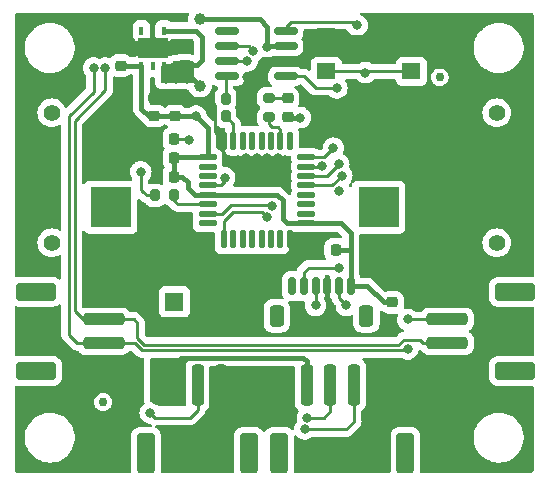
<source format=gtl>
%TF.GenerationSoftware,KiCad,Pcbnew,6.0.11-2627ca5db0~126~ubuntu20.04.1*%
%TF.CreationDate,2023-02-21T17:10:03+08:00*%
%TF.ProjectId,cityscope-can-module,63697479-7363-46f7-9065-2d63616e2d6d,v1.0*%
%TF.SameCoordinates,Original*%
%TF.FileFunction,Copper,L1,Top*%
%TF.FilePolarity,Positive*%
%FSLAX46Y46*%
G04 Gerber Fmt 4.6, Leading zero omitted, Abs format (unit mm)*
G04 Created by KiCad (PCBNEW 6.0.11-2627ca5db0~126~ubuntu20.04.1) date 2023-02-21 17:10:03*
%MOMM*%
%LPD*%
G01*
G04 APERTURE LIST*
G04 Aperture macros list*
%AMRoundRect*
0 Rectangle with rounded corners*
0 $1 Rounding radius*
0 $2 $3 $4 $5 $6 $7 $8 $9 X,Y pos of 4 corners*
0 Add a 4 corners polygon primitive as box body*
4,1,4,$2,$3,$4,$5,$6,$7,$8,$9,$2,$3,0*
0 Add four circle primitives for the rounded corners*
1,1,$1+$1,$2,$3*
1,1,$1+$1,$4,$5*
1,1,$1+$1,$6,$7*
1,1,$1+$1,$8,$9*
0 Add four rect primitives between the rounded corners*
20,1,$1+$1,$2,$3,$4,$5,0*
20,1,$1+$1,$4,$5,$6,$7,0*
20,1,$1+$1,$6,$7,$8,$9,0*
20,1,$1+$1,$8,$9,$2,$3,0*%
G04 Aperture macros list end*
%TA.AperFunction,SMDPad,CuDef*%
%ADD10RoundRect,0.200000X-0.200000X-0.275000X0.200000X-0.275000X0.200000X0.275000X-0.200000X0.275000X0*%
%TD*%
%TA.AperFunction,SMDPad,CuDef*%
%ADD11RoundRect,0.225000X0.225000X0.250000X-0.225000X0.250000X-0.225000X-0.250000X0.225000X-0.250000X0*%
%TD*%
%TA.AperFunction,SMDPad,CuDef*%
%ADD12RoundRect,0.225000X-0.250000X0.225000X-0.250000X-0.225000X0.250000X-0.225000X0.250000X0.225000X0*%
%TD*%
%TA.AperFunction,ComponentPad*%
%ADD13C,1.400000*%
%TD*%
%TA.AperFunction,ComponentPad*%
%ADD14R,3.500000X3.500000*%
%TD*%
%TA.AperFunction,ComponentPad*%
%ADD15C,3.500000*%
%TD*%
%TA.AperFunction,SMDPad,CuDef*%
%ADD16R,0.400000X0.800000*%
%TD*%
%TA.AperFunction,SMDPad,CuDef*%
%ADD17R,2.500000X1.750000*%
%TD*%
%TA.AperFunction,SMDPad,CuDef*%
%ADD18C,1.000000*%
%TD*%
%TA.AperFunction,SMDPad,CuDef*%
%ADD19RoundRect,0.125000X-0.625000X-0.125000X0.625000X-0.125000X0.625000X0.125000X-0.625000X0.125000X0*%
%TD*%
%TA.AperFunction,SMDPad,CuDef*%
%ADD20RoundRect,0.125000X-0.125000X-0.625000X0.125000X-0.625000X0.125000X0.625000X-0.125000X0.625000X0*%
%TD*%
%TA.AperFunction,SMDPad,CuDef*%
%ADD21RoundRect,0.250000X-1.500000X0.250000X-1.500000X-0.250000X1.500000X-0.250000X1.500000X0.250000X0*%
%TD*%
%TA.AperFunction,SMDPad,CuDef*%
%ADD22RoundRect,0.250001X-1.449999X0.499999X-1.449999X-0.499999X1.449999X-0.499999X1.449999X0.499999X0*%
%TD*%
%TA.AperFunction,SMDPad,CuDef*%
%ADD23C,0.750000*%
%TD*%
%TA.AperFunction,SMDPad,CuDef*%
%ADD24RoundRect,0.225000X-0.225000X-0.250000X0.225000X-0.250000X0.225000X0.250000X-0.225000X0.250000X0*%
%TD*%
%TA.AperFunction,SMDPad,CuDef*%
%ADD25RoundRect,0.150000X0.150000X0.625000X-0.150000X0.625000X-0.150000X-0.625000X0.150000X-0.625000X0*%
%TD*%
%TA.AperFunction,SMDPad,CuDef*%
%ADD26RoundRect,0.250000X0.350000X0.650000X-0.350000X0.650000X-0.350000X-0.650000X0.350000X-0.650000X0*%
%TD*%
%TA.AperFunction,SMDPad,CuDef*%
%ADD27RoundRect,0.250000X-0.250000X-1.500000X0.250000X-1.500000X0.250000X1.500000X-0.250000X1.500000X0*%
%TD*%
%TA.AperFunction,SMDPad,CuDef*%
%ADD28RoundRect,0.250001X-0.499999X-1.449999X0.499999X-1.449999X0.499999X1.449999X-0.499999X1.449999X0*%
%TD*%
%TA.AperFunction,SMDPad,CuDef*%
%ADD29R,1.600000X1.400000*%
%TD*%
%TA.AperFunction,SMDPad,CuDef*%
%ADD30RoundRect,0.250000X1.500000X-0.250000X1.500000X0.250000X-1.500000X0.250000X-1.500000X-0.250000X0*%
%TD*%
%TA.AperFunction,SMDPad,CuDef*%
%ADD31RoundRect,0.250001X1.449999X-0.499999X1.449999X0.499999X-1.449999X0.499999X-1.449999X-0.499999X0*%
%TD*%
%TA.AperFunction,SMDPad,CuDef*%
%ADD32RoundRect,0.200000X0.275000X-0.200000X0.275000X0.200000X-0.275000X0.200000X-0.275000X-0.200000X0*%
%TD*%
%TA.AperFunction,SMDPad,CuDef*%
%ADD33RoundRect,0.225000X0.250000X-0.225000X0.250000X0.225000X-0.250000X0.225000X-0.250000X-0.225000X0*%
%TD*%
%TA.AperFunction,SMDPad,CuDef*%
%ADD34RoundRect,0.150000X0.825000X0.150000X-0.825000X0.150000X-0.825000X-0.150000X0.825000X-0.150000X0*%
%TD*%
%TA.AperFunction,ComponentPad*%
%ADD35R,1.600000X1.600000*%
%TD*%
%TA.AperFunction,ComponentPad*%
%ADD36C,1.600000*%
%TD*%
%TA.AperFunction,SMDPad,CuDef*%
%ADD37RoundRect,0.218750X-0.256250X0.218750X-0.256250X-0.218750X0.256250X-0.218750X0.256250X0.218750X0*%
%TD*%
%TA.AperFunction,ViaPad*%
%ADD38C,0.800000*%
%TD*%
%TA.AperFunction,Conductor*%
%ADD39C,0.400000*%
%TD*%
%TA.AperFunction,Conductor*%
%ADD40C,0.250000*%
%TD*%
G04 APERTURE END LIST*
D10*
%TO.P,R1,1*%
%TO.N,Net-(R1-Pad1)*%
X172375000Y-81300000D03*
%TO.P,R1,2*%
%TO.N,GND*%
X174025000Y-81300000D03*
%TD*%
D11*
%TO.P,C1,1*%
%TO.N,/NRST*%
X168000000Y-83200000D03*
%TO.P,C1,2*%
%TO.N,GND*%
X166450000Y-83200000D03*
%TD*%
D12*
%TO.P,C2,1*%
%TO.N,GND*%
X168100000Y-79725000D03*
%TO.P,C2,2*%
%TO.N,+3.3V*%
X168100000Y-81275000D03*
%TD*%
D13*
%TO.P,J3,*%
%TO.N,*%
X157650000Y-92000000D03*
X157650000Y-81000000D03*
D14*
%TO.P,J3,1,Pin_1*%
%TO.N,+5V*%
X162650000Y-89000000D03*
D15*
%TO.P,J3,2,Pin_2*%
%TO.N,GND*%
X162650000Y-84000000D03*
%TD*%
D16*
%TO.P,PS1,1,EN*%
%TO.N,+5V*%
X167150000Y-74055000D03*
%TO.P,PS1,2,GND*%
%TO.N,GND*%
X166200000Y-74055000D03*
%TO.P,PS1,3,PG*%
%TO.N,unconnected-(PS1-Pad3)*%
X165250000Y-74055000D03*
%TO.P,PS1,4,VOUT*%
%TO.N,+3.3V*%
X165250000Y-77055000D03*
%TO.P,PS1,5,NC*%
%TO.N,unconnected-(PS1-Pad5)*%
X166200000Y-77055000D03*
%TO.P,PS1,6,VIN*%
%TO.N,+5V*%
X167150000Y-77055000D03*
D17*
%TO.P,PS1,7,PAD*%
%TO.N,GND*%
X166200000Y-75555000D03*
%TD*%
D18*
%TO.P,TP1,1,1*%
%TO.N,+5V*%
X170200000Y-78700000D03*
%TD*%
D13*
%TO.P,J2,*%
%TO.N,*%
X195325000Y-92000000D03*
X195325000Y-81000000D03*
D14*
%TO.P,J2,1,Pin_1*%
%TO.N,+5V*%
X185325000Y-89000000D03*
D15*
%TO.P,J2,2,Pin_2*%
%TO.N,GND*%
X185325000Y-84000000D03*
%TD*%
D19*
%TO.P,U1,1,VDD*%
%TO.N,+3.3V*%
X170850000Y-84750000D03*
%TO.P,U1,2,PF0*%
%TO.N,unconnected-(U1-Pad2)*%
X170850000Y-85550000D03*
%TO.P,U1,3,PF1*%
%TO.N,unconnected-(U1-Pad3)*%
X170850000Y-86350000D03*
%TO.P,U1,4,NRST*%
%TO.N,/NRST*%
X170850000Y-87150000D03*
%TO.P,U1,5,VDDA*%
%TO.N,+3.3V*%
X170850000Y-87950000D03*
%TO.P,U1,6,PA0*%
%TO.N,/N_DI*%
X170850000Y-88750000D03*
%TO.P,U1,7,PA1*%
%TO.N,/HC_TRIG*%
X170850000Y-89550000D03*
%TO.P,U1,8,PA2*%
%TO.N,unconnected-(U1-Pad8)*%
X170850000Y-90350000D03*
D20*
%TO.P,U1,9,PA3*%
%TO.N,/HC_ECHO*%
X172225000Y-91725000D03*
%TO.P,U1,10,PA4*%
%TO.N,unconnected-(U1-Pad10)*%
X173025000Y-91725000D03*
%TO.P,U1,11,PA5*%
%TO.N,unconnected-(U1-Pad11)*%
X173825000Y-91725000D03*
%TO.P,U1,12,PA6*%
%TO.N,unconnected-(U1-Pad12)*%
X174625000Y-91725000D03*
%TO.P,U1,13,PA7*%
%TO.N,unconnected-(U1-Pad13)*%
X175425000Y-91725000D03*
%TO.P,U1,14,PB0*%
%TO.N,unconnected-(U1-Pad14)*%
X176225000Y-91725000D03*
%TO.P,U1,15,PB1*%
%TO.N,unconnected-(U1-Pad15)*%
X177025000Y-91725000D03*
%TO.P,U1,16,VSS*%
%TO.N,GND*%
X177825000Y-91725000D03*
D19*
%TO.P,U1,17,VDD*%
%TO.N,+3.3V*%
X179200000Y-90350000D03*
%TO.P,U1,18,PA8*%
%TO.N,unconnected-(U1-Pad18)*%
X179200000Y-89550000D03*
%TO.P,U1,19,PA9*%
%TO.N,unconnected-(U1-Pad19)*%
X179200000Y-88750000D03*
%TO.P,U1,20,PA10*%
%TO.N,unconnected-(U1-Pad20)*%
X179200000Y-87950000D03*
%TO.P,U1,21,PA11*%
%TO.N,/CAN_RX*%
X179200000Y-87150000D03*
%TO.P,U1,22,PA12*%
%TO.N,/CAN_TX*%
X179200000Y-86350000D03*
%TO.P,U1,23,PA13*%
%TO.N,/SWDIO*%
X179200000Y-85550000D03*
%TO.P,U1,24,PA14*%
%TO.N,/SWCLK*%
X179200000Y-84750000D03*
D20*
%TO.P,U1,25,PA15*%
%TO.N,unconnected-(U1-Pad25)*%
X177825000Y-83375000D03*
%TO.P,U1,26,PB3*%
%TO.N,/LED*%
X177025000Y-83375000D03*
%TO.P,U1,27,PB4*%
%TO.N,unconnected-(U1-Pad27)*%
X176225000Y-83375000D03*
%TO.P,U1,28,PB5*%
%TO.N,unconnected-(U1-Pad28)*%
X175425000Y-83375000D03*
%TO.P,U1,29,PB6*%
%TO.N,unconnected-(U1-Pad29)*%
X174625000Y-83375000D03*
%TO.P,U1,30,PB7*%
%TO.N,unconnected-(U1-Pad30)*%
X173825000Y-83375000D03*
%TO.P,U1,31,BOOT0*%
%TO.N,Net-(R1-Pad1)*%
X173025000Y-83375000D03*
%TO.P,U1,32,VSS*%
%TO.N,GND*%
X172225000Y-83375000D03*
%TD*%
D18*
%TO.P,TP3,1,1*%
%TO.N,GND*%
X161800000Y-73400000D03*
%TD*%
D21*
%TO.P,J6,1,Pin_1*%
%TO.N,/CAN_H*%
X162050000Y-98500000D03*
%TO.P,J6,2,Pin_2*%
%TO.N,/CAN_L*%
X162050000Y-100500000D03*
D22*
%TO.P,J6,MP*%
%TO.N,N/C*%
X156300000Y-96150000D03*
X156300000Y-102850000D03*
%TD*%
D18*
%TO.P,TP2,1,1*%
%TO.N,+3.3V*%
X170200000Y-73100000D03*
%TD*%
D23*
%TO.P,FID1,*%
%TO.N,*%
X162000000Y-105500000D03*
%TD*%
D24*
%TO.P,C4,1*%
%TO.N,GND*%
X180150000Y-92600000D03*
%TO.P,C4,2*%
%TO.N,+3.3V*%
X181700000Y-92600000D03*
%TD*%
D12*
%TO.P,C5,1*%
%TO.N,GND*%
X168900000Y-75405000D03*
%TO.P,C5,2*%
%TO.N,+5V*%
X168900000Y-76955000D03*
%TD*%
D25*
%TO.P,J1,1,Pin_1*%
%TO.N,+3.3V*%
X183000000Y-95675000D03*
%TO.P,J1,2,Pin_2*%
%TO.N,/SWCLK*%
X182000000Y-95675000D03*
%TO.P,J1,3,Pin_3*%
%TO.N,GND*%
X181000000Y-95675000D03*
%TO.P,J1,4,Pin_4*%
%TO.N,/SWDIO*%
X180000000Y-95675000D03*
%TO.P,J1,5,Pin_5*%
%TO.N,/NRST*%
X179000000Y-95675000D03*
%TO.P,J1,6,Pin_6*%
%TO.N,unconnected-(J1-Pad6)*%
X178000000Y-95675000D03*
D26*
%TO.P,J1,MP*%
%TO.N,N/C*%
X184300000Y-98200000D03*
X176700000Y-98200000D03*
%TD*%
D12*
%TO.P,C3,1*%
%TO.N,GND*%
X166350000Y-79725000D03*
%TO.P,C3,2*%
%TO.N,+3.3V*%
X166350000Y-81275000D03*
%TD*%
D10*
%TO.P,R4,1*%
%TO.N,Net-(J4-Pad2)*%
X166400000Y-88000000D03*
%TO.P,R4,2*%
%TO.N,/N_DI*%
X168050000Y-88000000D03*
%TD*%
D12*
%TO.P,C6,1*%
%TO.N,GND*%
X163500000Y-75455000D03*
%TO.P,C6,2*%
%TO.N,+3.3V*%
X163500000Y-77005000D03*
%TD*%
D27*
%TO.P,J5,1,Pin_1*%
%TO.N,+5V*%
X179250000Y-104050000D03*
%TO.P,J5,2,Pin_2*%
%TO.N,/HC_TRIG*%
X181250000Y-104050000D03*
%TO.P,J5,3,Pin_3*%
%TO.N,/HC_ECHO*%
X183250000Y-104050000D03*
%TO.P,J5,4,Pin_4*%
%TO.N,GND*%
X185250000Y-104050000D03*
D28*
%TO.P,J5,MP*%
%TO.N,N/C*%
X187600000Y-109800000D03*
X176900000Y-109800000D03*
%TD*%
D24*
%TO.P,C7,1*%
%TO.N,GND*%
X166450000Y-86400000D03*
%TO.P,C7,2*%
%TO.N,+3.3V*%
X168000000Y-86400000D03*
%TD*%
D10*
%TO.P,R3,1*%
%TO.N,Net-(R3-Pad1)*%
X172375000Y-79800000D03*
%TO.P,R3,2*%
%TO.N,GND*%
X174025000Y-79800000D03*
%TD*%
D29*
%TO.P,SW1,1,1*%
%TO.N,GND*%
X188100000Y-74500000D03*
X180900000Y-74500000D03*
%TO.P,SW1,2,2*%
%TO.N,/NRST*%
X188100000Y-77500000D03*
X180900000Y-77500000D03*
%TD*%
D23*
%TO.P,FID2,*%
%TO.N,*%
X190500000Y-78000000D03*
%TD*%
D30*
%TO.P,J7,1,Pin_1*%
%TO.N,/CAN_H*%
X191150000Y-100500000D03*
%TO.P,J7,2,Pin_2*%
%TO.N,/CAN_L*%
X191150000Y-98500000D03*
D31*
%TO.P,J7,MP*%
%TO.N,N/C*%
X196900000Y-96150000D03*
X196900000Y-102850000D03*
%TD*%
D24*
%TO.P,C8,1*%
%TO.N,GND*%
X166450000Y-84800000D03*
%TO.P,C8,2*%
%TO.N,+3.3V*%
X168000000Y-84800000D03*
%TD*%
D32*
%TO.P,R2,1*%
%TO.N,/LED*%
X176025000Y-81375000D03*
%TO.P,R2,2*%
%TO.N,Net-(D1-Pad1)*%
X176025000Y-79725000D03*
%TD*%
D27*
%TO.P,J4,1,Pin_1*%
%TO.N,+5V*%
X168000000Y-104050000D03*
%TO.P,J4,2,Pin_2*%
%TO.N,Net-(J4-Pad2)*%
X170000000Y-104050000D03*
%TO.P,J4,3,Pin_3*%
%TO.N,GND*%
X172000000Y-104050000D03*
D28*
%TO.P,J4,MP*%
%TO.N,N/C*%
X174350000Y-109800000D03*
X165650000Y-109800000D03*
%TD*%
D33*
%TO.P,C9,1*%
%TO.N,+3.3V*%
X186500000Y-97050000D03*
%TO.P,C9,2*%
%TO.N,GND*%
X186500000Y-95500000D03*
%TD*%
D34*
%TO.P,U2,1,D*%
%TO.N,/CAN_TX*%
X177475000Y-77905000D03*
%TO.P,U2,2,GND*%
%TO.N,GND*%
X177475000Y-76635000D03*
%TO.P,U2,3,VCC*%
%TO.N,+3.3V*%
X177475000Y-75365000D03*
%TO.P,U2,4,R*%
%TO.N,/CAN_RX*%
X177475000Y-74095000D03*
%TO.P,U2,5,Vref*%
%TO.N,unconnected-(U2-Pad5)*%
X172525000Y-74095000D03*
%TO.P,U2,6,CANL*%
%TO.N,/CAN_L*%
X172525000Y-75365000D03*
%TO.P,U2,7,CANH*%
%TO.N,/CAN_H*%
X172525000Y-76635000D03*
%TO.P,U2,8,Rs*%
%TO.N,Net-(R3-Pad1)*%
X172525000Y-77905000D03*
%TD*%
D35*
%TO.P,C10,1*%
%TO.N,+5V*%
X168044698Y-97000000D03*
D36*
%TO.P,C10,2*%
%TO.N,GND*%
X171544698Y-97000000D03*
%TD*%
D37*
%TO.P,D1,1,K*%
%TO.N,Net-(D1-Pad1)*%
X177625000Y-79782500D03*
%TO.P,D1,2,A*%
%TO.N,+3.3V*%
X177625000Y-81357500D03*
%TD*%
D38*
%TO.N,+5V*%
X168200000Y-78100000D03*
X166500000Y-103200000D03*
X166500000Y-102200000D03*
X167300000Y-78100000D03*
X169100000Y-78100000D03*
X166500000Y-104300000D03*
X166500000Y-105300000D03*
%TO.N,GND*%
X156800000Y-88500000D03*
X173900000Y-94100000D03*
X157700000Y-88500000D03*
X193800000Y-82100000D03*
X173000000Y-95000000D03*
X156800000Y-85600000D03*
X186800000Y-103300000D03*
X180900000Y-82600000D03*
X180900000Y-81700000D03*
X162300000Y-107700000D03*
X192000000Y-87100000D03*
X186900000Y-93200000D03*
X155000000Y-89400000D03*
X171300000Y-109800000D03*
X190800000Y-74800000D03*
X188600000Y-103300000D03*
X172100000Y-94100000D03*
X161000000Y-93400000D03*
X174400000Y-103800000D03*
X157000000Y-99800000D03*
X171300000Y-108900000D03*
X161900000Y-94300000D03*
X170400000Y-108900000D03*
X193800000Y-91000000D03*
X186000000Y-94100000D03*
X192900000Y-82100000D03*
X162300000Y-109500000D03*
X191100000Y-87100000D03*
X191100000Y-90100000D03*
X163200000Y-110400000D03*
X187800000Y-94100000D03*
X156100000Y-98900000D03*
X156100000Y-99800000D03*
X181500000Y-109400000D03*
X195600000Y-99200000D03*
X174100000Y-84800000D03*
X155000000Y-83900000D03*
X190800000Y-73900000D03*
X187800000Y-93200000D03*
X185200000Y-80800000D03*
X182400000Y-109400000D03*
X188600000Y-104200000D03*
X173000000Y-94100000D03*
X192000000Y-83000000D03*
X189900000Y-73000000D03*
X180000000Y-81700000D03*
X175300000Y-103800000D03*
X192900000Y-90100000D03*
X157900000Y-99800000D03*
X176800000Y-85700000D03*
X157700000Y-89400000D03*
X155900000Y-83900000D03*
X157700000Y-86500000D03*
X193800000Y-83000000D03*
X180000000Y-80800000D03*
X176200000Y-104700000D03*
X176800000Y-84800000D03*
X155200000Y-98900000D03*
X189500000Y-104200000D03*
X180000000Y-79900000D03*
X183300000Y-110300000D03*
X155000000Y-83000000D03*
X156800000Y-86500000D03*
X191100000Y-83000000D03*
X189900000Y-74800000D03*
X190800000Y-73000000D03*
X175000000Y-84800000D03*
X155900000Y-89400000D03*
X193800000Y-90100000D03*
X186100000Y-79900000D03*
X186900000Y-94100000D03*
X173900000Y-95000000D03*
X156800000Y-89400000D03*
X192900000Y-91000000D03*
X191100000Y-86200000D03*
X192900000Y-86200000D03*
X163200000Y-107700000D03*
X157700000Y-83900000D03*
X185200000Y-79900000D03*
X157700000Y-83000000D03*
X193800000Y-86200000D03*
X192000000Y-86200000D03*
X186800000Y-104200000D03*
X192000000Y-82100000D03*
X185100000Y-93200000D03*
X157000000Y-98900000D03*
X176200000Y-103800000D03*
X177100000Y-103800000D03*
X169500000Y-108900000D03*
X162800000Y-93400000D03*
X155000000Y-88500000D03*
X190800000Y-75700000D03*
X157900000Y-98900000D03*
X184300000Y-79900000D03*
X184200000Y-110300000D03*
X168600000Y-109800000D03*
X192000000Y-91000000D03*
X169500000Y-109800000D03*
X185100000Y-94100000D03*
X186100000Y-80800000D03*
X155200000Y-99800000D03*
X163700000Y-94300000D03*
X171200000Y-94100000D03*
X156800000Y-83900000D03*
X192900000Y-83000000D03*
X175300000Y-104700000D03*
X191100000Y-82100000D03*
X194700000Y-100100000D03*
X155900000Y-85600000D03*
X155900000Y-83000000D03*
X156800000Y-83000000D03*
X170400000Y-109800000D03*
X155900000Y-86500000D03*
X180900000Y-80800000D03*
X161900000Y-93400000D03*
X192900000Y-87100000D03*
X180900000Y-79900000D03*
X163200000Y-109500000D03*
X189900000Y-75700000D03*
X171200000Y-95000000D03*
X195600000Y-100100000D03*
X193800000Y-87100000D03*
X157700000Y-85600000D03*
X174400000Y-104700000D03*
X187000000Y-79900000D03*
X177100000Y-104700000D03*
X175900000Y-85700000D03*
X194700000Y-99200000D03*
X187000000Y-80800000D03*
X155000000Y-86500000D03*
X189500000Y-103300000D03*
X162800000Y-94300000D03*
X192000000Y-90100000D03*
X174100000Y-85700000D03*
X189900000Y-73900000D03*
X180000000Y-82600000D03*
X182400000Y-110300000D03*
X172100000Y-95000000D03*
X187700000Y-103300000D03*
X181500000Y-110300000D03*
X163700000Y-93400000D03*
X197400000Y-99200000D03*
X184300000Y-80800000D03*
X174200000Y-78000000D03*
X163200000Y-108600000D03*
X168600000Y-108900000D03*
X161000000Y-94300000D03*
X191100000Y-91000000D03*
X196500000Y-99200000D03*
X186000000Y-93200000D03*
X183300000Y-109400000D03*
X175000000Y-85700000D03*
X196500000Y-100100000D03*
X197400000Y-100100000D03*
X187700000Y-104200000D03*
X155000000Y-85600000D03*
X162300000Y-110400000D03*
X184200000Y-109400000D03*
X162300000Y-108600000D03*
X155900000Y-88500000D03*
X175900000Y-84800000D03*
%TO.N,+3.3V*%
X175900000Y-75400000D03*
X178700000Y-81400000D03*
X169875000Y-81275000D03*
%TO.N,/NRST*%
X172300000Y-86500000D03*
X184217219Y-77602460D03*
X182000000Y-94100000D03*
X182000000Y-87600000D03*
X169300000Y-83300000D03*
%TO.N,/SWCLK*%
X182600000Y-97300000D03*
X181500000Y-84000000D03*
%TO.N,/HC_TRIG*%
X179300000Y-106800000D03*
X176300000Y-88849500D03*
%TO.N,/HC_ECHO*%
X175900000Y-89800000D03*
X179083177Y-107775701D03*
%TO.N,/CAN_H*%
X162200000Y-77200000D03*
X174200000Y-76600000D03*
%TO.N,/CAN_L*%
X187800000Y-98500000D03*
X161200000Y-77200000D03*
X174729735Y-75752424D03*
X187800000Y-101000000D03*
%TO.N,/SWDIO*%
X180510063Y-85474500D03*
X180000000Y-97300000D03*
%TO.N,Net-(J4-Pad2)*%
X165200000Y-86000000D03*
X166000000Y-106400000D03*
%TO.N,/CAN_TX*%
X181959563Y-85345278D03*
X181800000Y-78900000D03*
%TO.N,/CAN_RX*%
X182212299Y-86312299D03*
X183500000Y-73600000D03*
%TD*%
D39*
%TO.N,+5V*%
X167150000Y-77055000D02*
X168800000Y-77055000D01*
X167150000Y-74055000D02*
X169855000Y-74055000D01*
X168575000Y-101725000D02*
X178925000Y-101725000D01*
X169600000Y-78100000D02*
X170200000Y-78700000D01*
X168000000Y-104050000D02*
X168000000Y-102300000D01*
X170400000Y-76500000D02*
X170400000Y-74600000D01*
X178925000Y-101725000D02*
X179250000Y-102050000D01*
X168000000Y-102300000D02*
X168575000Y-101725000D01*
X168800000Y-77055000D02*
X168900000Y-76955000D01*
X168900000Y-76955000D02*
X169945000Y-76955000D01*
X179250000Y-102050000D02*
X179250000Y-104050000D01*
X169855000Y-74055000D02*
X170400000Y-74600000D01*
X169100000Y-78100000D02*
X169600000Y-78100000D01*
X169945000Y-76955000D02*
X170400000Y-76500000D01*
D40*
%TO.N,GND*%
X174025000Y-81300000D02*
X174025000Y-79800000D01*
X168750000Y-75555000D02*
X166200000Y-75555000D01*
X165000000Y-83200000D02*
X164200000Y-84000000D01*
X179500000Y-74900000D02*
X179900000Y-74500000D01*
X168900000Y-75405000D02*
X168750000Y-75555000D01*
X179800000Y-91700000D02*
X177850000Y-91700000D01*
X179900000Y-74500000D02*
X180900000Y-74500000D01*
X171500000Y-82650000D02*
X171500000Y-80300000D01*
X166450000Y-84800000D02*
X166450000Y-86400000D01*
X166200000Y-75555000D02*
X163600000Y-75555000D01*
X163600000Y-75555000D02*
X163500000Y-75455000D01*
X188100000Y-74500000D02*
X180900000Y-74500000D01*
X171500000Y-80300000D02*
X170925000Y-79725000D01*
X170925000Y-79725000D02*
X168100000Y-79725000D01*
X179065000Y-76635000D02*
X179500000Y-76200000D01*
X177850000Y-91700000D02*
X177825000Y-91725000D01*
X177475000Y-76635000D02*
X179065000Y-76635000D01*
X166200000Y-74055000D02*
X166200000Y-75555000D01*
X180150000Y-92050000D02*
X179800000Y-91700000D01*
X179500000Y-76200000D02*
X179500000Y-74900000D01*
X172225000Y-83375000D02*
X171500000Y-82650000D01*
X166350000Y-79725000D02*
X168100000Y-79725000D01*
X166450000Y-83200000D02*
X165000000Y-83200000D01*
X166450000Y-83200000D02*
X166450000Y-84800000D01*
X164200000Y-84000000D02*
X162650000Y-84000000D01*
X180150000Y-92600000D02*
X180150000Y-92050000D01*
D39*
%TO.N,+3.3V*%
X166350000Y-81275000D02*
X165875000Y-81275000D01*
X185750000Y-97050000D02*
X184375000Y-95675000D01*
X183000000Y-95675000D02*
X183000000Y-92900000D01*
X179200000Y-90350000D02*
X177550000Y-90350000D01*
X177200000Y-90000000D02*
X177200000Y-88400000D01*
X186500000Y-97050000D02*
X185750000Y-97050000D01*
X175935000Y-75365000D02*
X175900000Y-75400000D01*
X170850000Y-82250000D02*
X170850000Y-84750000D01*
X169200000Y-86900000D02*
X169200000Y-87400000D01*
X182150000Y-90350000D02*
X183000000Y-91200000D01*
X169200000Y-87400000D02*
X169750000Y-87950000D01*
X178700000Y-81400000D02*
X177667500Y-81400000D01*
X169875000Y-81275000D02*
X170850000Y-82250000D01*
X183000000Y-91200000D02*
X183000000Y-92600000D01*
X163500000Y-77005000D02*
X165200000Y-77005000D01*
X169750000Y-87950000D02*
X170850000Y-87950000D01*
X168000000Y-86400000D02*
X168700000Y-86400000D01*
X179200000Y-90350000D02*
X182150000Y-90350000D01*
X183000000Y-92600000D02*
X183000000Y-92900000D01*
X168700000Y-86400000D02*
X169200000Y-86900000D01*
X175300000Y-73100000D02*
X175900000Y-73700000D01*
X177200000Y-88400000D02*
X176750000Y-87950000D01*
X177550000Y-90350000D02*
X177200000Y-90000000D01*
X184375000Y-95675000D02*
X183000000Y-95675000D01*
X170200000Y-73100000D02*
X175300000Y-73100000D01*
X168100000Y-81275000D02*
X169875000Y-81275000D01*
X165875000Y-81275000D02*
X165250000Y-80650000D01*
X170850000Y-84750000D02*
X168050000Y-84750000D01*
X177475000Y-75365000D02*
X175935000Y-75365000D01*
X165250000Y-80650000D02*
X165250000Y-77055000D01*
X168050000Y-84750000D02*
X168000000Y-84800000D01*
X181700000Y-92600000D02*
X183000000Y-92600000D01*
X165200000Y-77005000D02*
X165250000Y-77055000D01*
X177667500Y-81400000D02*
X177625000Y-81357500D01*
X168000000Y-84800000D02*
X168000000Y-86400000D01*
X176750000Y-87950000D02*
X170850000Y-87950000D01*
X175900000Y-73700000D02*
X175900000Y-75400000D01*
X168100000Y-81275000D02*
X166350000Y-81275000D01*
D40*
%TO.N,/NRST*%
X179000000Y-94500000D02*
X179400000Y-94100000D01*
X169200000Y-83200000D02*
X169300000Y-83300000D01*
X171950000Y-87150000D02*
X172300000Y-86800000D01*
X168000000Y-83200000D02*
X169200000Y-83200000D01*
X184217219Y-77602460D02*
X184114759Y-77500000D01*
X184114759Y-77500000D02*
X180900000Y-77500000D01*
X179400000Y-94100000D02*
X182000000Y-94100000D01*
X188100000Y-77500000D02*
X184319679Y-77500000D01*
X184319679Y-77500000D02*
X184217219Y-77602460D01*
X172300000Y-86800000D02*
X172300000Y-86500000D01*
X179000000Y-95675000D02*
X179000000Y-94500000D01*
X170850000Y-87150000D02*
X171950000Y-87150000D01*
%TO.N,Net-(D1-Pad1)*%
X176025000Y-79725000D02*
X177567500Y-79725000D01*
X177567500Y-79725000D02*
X177625000Y-79782500D01*
%TO.N,/SWCLK*%
X182000000Y-96700000D02*
X182600000Y-97300000D01*
X180750000Y-84750000D02*
X181500000Y-84000000D01*
X179200000Y-84750000D02*
X180750000Y-84750000D01*
X182000000Y-95675000D02*
X182000000Y-96700000D01*
%TO.N,/HC_TRIG*%
X179300000Y-106800000D02*
X180700000Y-106800000D01*
X176250500Y-88800000D02*
X176300000Y-88849500D01*
X170850000Y-89550000D02*
X172050000Y-89550000D01*
X172050000Y-89550000D02*
X172800000Y-88800000D01*
X172800000Y-88800000D02*
X176250500Y-88800000D01*
X180700000Y-106800000D02*
X181250000Y-106250000D01*
X181250000Y-106250000D02*
X181250000Y-104050000D01*
%TO.N,/HC_ECHO*%
X172225000Y-91725000D02*
X172225000Y-90175000D01*
X183250000Y-107150000D02*
X183250000Y-104050000D01*
X182600000Y-107800000D02*
X183250000Y-107150000D01*
X179083177Y-107775701D02*
X179107476Y-107800000D01*
X172225000Y-90175000D02*
X173000000Y-89400000D01*
X179107476Y-107800000D02*
X182600000Y-107800000D01*
X173000000Y-89400000D02*
X175500000Y-89400000D01*
X175500000Y-89400000D02*
X175900000Y-89800000D01*
%TO.N,/CAN_H*%
X159600000Y-97800000D02*
X159600000Y-81700000D01*
X162050000Y-98500000D02*
X160300000Y-98500000D01*
X160300000Y-98500000D02*
X159600000Y-97800000D01*
X189100000Y-100500000D02*
X191150000Y-100500000D01*
X165500000Y-100650000D02*
X187000000Y-100650000D01*
X162050000Y-98500000D02*
X164600000Y-98500000D01*
X164900000Y-98800000D02*
X164900000Y-100036396D01*
X165075000Y-100211396D02*
X165075000Y-100225000D01*
X187000000Y-100650000D02*
X187450000Y-100200000D01*
X165075000Y-100225000D02*
X165500000Y-100650000D01*
X164900000Y-100036396D02*
X165075000Y-100211396D01*
X164600000Y-98500000D02*
X164900000Y-98800000D01*
X174165000Y-76635000D02*
X174200000Y-76600000D01*
X187450000Y-100200000D02*
X188800000Y-100200000D01*
X162200000Y-79100000D02*
X162200000Y-77200000D01*
X159600000Y-81700000D02*
X162200000Y-79100000D01*
X188800000Y-100200000D02*
X189100000Y-100500000D01*
X172525000Y-76635000D02*
X174165000Y-76635000D01*
%TO.N,/CAN_L*%
X187800000Y-98500000D02*
X191150000Y-98500000D01*
X187700000Y-101100000D02*
X187800000Y-101000000D01*
X165300000Y-101100000D02*
X187700000Y-101100000D01*
X159100000Y-81300000D02*
X159100000Y-99800000D01*
X159100000Y-99800000D02*
X159800000Y-100500000D01*
X161200000Y-79200000D02*
X159100000Y-81300000D01*
X162050000Y-100500000D02*
X164700000Y-100500000D01*
X161200000Y-77200000D02*
X161200000Y-79200000D01*
X172525000Y-75365000D02*
X174342311Y-75365000D01*
X164700000Y-100500000D02*
X165300000Y-101100000D01*
X174342311Y-75365000D02*
X174729735Y-75752424D01*
X159800000Y-100500000D02*
X162050000Y-100500000D01*
%TO.N,/SWDIO*%
X180000000Y-95675000D02*
X180000000Y-97300000D01*
X179200000Y-85550000D02*
X180434563Y-85550000D01*
X180434563Y-85550000D02*
X180510063Y-85474500D01*
%TO.N,Net-(J4-Pad2)*%
X165200000Y-87500000D02*
X165200000Y-86000000D01*
X165700000Y-88000000D02*
X165400000Y-87700000D01*
X169400000Y-106800000D02*
X166400000Y-106800000D01*
X170000000Y-104050000D02*
X170000000Y-106200000D01*
X166400000Y-106800000D02*
X166000000Y-106400000D01*
X166400000Y-88000000D02*
X165700000Y-88000000D01*
X165400000Y-87700000D02*
X165200000Y-87500000D01*
X170000000Y-106200000D02*
X169400000Y-106800000D01*
%TO.N,Net-(R1-Pad1)*%
X172400000Y-81300000D02*
X173025000Y-81925000D01*
X172375000Y-81300000D02*
X172400000Y-81300000D01*
X173025000Y-81925000D02*
X173025000Y-83375000D01*
%TO.N,/LED*%
X177025000Y-83375000D02*
X177025000Y-82425000D01*
X177025000Y-82425000D02*
X176800000Y-82200000D01*
X176800000Y-82200000D02*
X176300000Y-82200000D01*
X176300000Y-82200000D02*
X176025000Y-81925000D01*
X176025000Y-81925000D02*
X176025000Y-81375000D01*
%TO.N,/N_DI*%
X170850000Y-88750000D02*
X168350000Y-88750000D01*
X168050000Y-88450000D02*
X168050000Y-88000000D01*
X168350000Y-88750000D02*
X168050000Y-88450000D01*
%TO.N,Net-(R3-Pad1)*%
X172375000Y-78055000D02*
X172525000Y-77905000D01*
X172375000Y-79800000D02*
X172375000Y-78055000D01*
%TO.N,/CAN_TX*%
X177475000Y-77905000D02*
X179005000Y-77905000D01*
X179200000Y-86350000D02*
X180125402Y-86350000D01*
X180125402Y-86350000D02*
X180954841Y-86350000D01*
X180000000Y-78900000D02*
X181800000Y-78900000D01*
X180954841Y-86350000D02*
X181959563Y-85345278D01*
X179005000Y-77905000D02*
X180000000Y-78900000D01*
%TO.N,/CAN_RX*%
X177900000Y-73300000D02*
X177475000Y-73725000D01*
X183200000Y-73300000D02*
X177900000Y-73300000D01*
X181374598Y-87150000D02*
X182212299Y-86312299D01*
X179200000Y-87150000D02*
X181374598Y-87150000D01*
X183500000Y-73600000D02*
X183200000Y-73300000D01*
X177475000Y-73725000D02*
X177475000Y-74095000D01*
%TD*%
%TA.AperFunction,Conductor*%
%TO.N,+5V*%
G36*
X169642121Y-76620002D02*
G01*
X169688614Y-76673658D01*
X169700000Y-76726000D01*
X169700000Y-78374000D01*
X169679998Y-78442121D01*
X169626342Y-78488614D01*
X169574000Y-78500000D01*
X167026000Y-78500000D01*
X166957879Y-78479998D01*
X166911386Y-78426342D01*
X166900000Y-78374000D01*
X166900000Y-77583164D01*
X166902088Y-77565353D01*
X166901745Y-77565316D01*
X166908131Y-77506531D01*
X166908500Y-77503134D01*
X166908500Y-77064500D01*
X166928502Y-76996379D01*
X166982158Y-76949886D01*
X167034500Y-76938500D01*
X167498134Y-76938500D01*
X167560316Y-76931745D01*
X167696705Y-76880615D01*
X167813261Y-76793261D01*
X167900615Y-76676705D01*
X167903767Y-76668296D01*
X167905302Y-76665493D01*
X167955559Y-76615346D01*
X168015823Y-76600000D01*
X169574000Y-76600000D01*
X169642121Y-76620002D01*
G37*
%TD.AperFunction*%
%TD*%
%TA.AperFunction,Conductor*%
%TO.N,GND*%
G36*
X198170018Y-72510000D02*
G01*
X198184851Y-72512310D01*
X198184855Y-72512310D01*
X198193724Y-72513691D01*
X198202628Y-72512527D01*
X198211599Y-72512636D01*
X198211589Y-72513451D01*
X198233100Y-72513743D01*
X198270366Y-72519645D01*
X198307859Y-72531827D01*
X198353560Y-72555113D01*
X198385452Y-72578285D01*
X198421715Y-72614548D01*
X198444887Y-72646440D01*
X198468173Y-72692141D01*
X198480354Y-72729631D01*
X198486119Y-72766025D01*
X198487551Y-72785750D01*
X198486309Y-72793724D01*
X198487474Y-72802632D01*
X198490436Y-72825283D01*
X198491500Y-72841621D01*
X198491500Y-94765500D01*
X198471498Y-94833621D01*
X198417842Y-94880114D01*
X198365500Y-94891500D01*
X195399600Y-94891500D01*
X195396354Y-94891837D01*
X195396350Y-94891837D01*
X195300693Y-94901762D01*
X195300689Y-94901763D01*
X195293835Y-94902474D01*
X195287299Y-94904655D01*
X195287297Y-94904655D01*
X195161879Y-94946498D01*
X195126055Y-94958450D01*
X194975652Y-95051522D01*
X194850695Y-95176697D01*
X194757885Y-95327262D01*
X194702203Y-95495139D01*
X194691500Y-95599600D01*
X194691500Y-96700400D01*
X194691837Y-96703646D01*
X194691837Y-96703650D01*
X194699711Y-96779534D01*
X194702474Y-96806165D01*
X194704655Y-96812701D01*
X194704655Y-96812703D01*
X194735392Y-96904832D01*
X194758450Y-96973945D01*
X194851522Y-97124348D01*
X194976697Y-97249305D01*
X194982927Y-97253145D01*
X194982928Y-97253146D01*
X195120090Y-97337694D01*
X195127262Y-97342115D01*
X195207005Y-97368564D01*
X195288611Y-97395632D01*
X195288613Y-97395632D01*
X195295139Y-97397797D01*
X195301975Y-97398497D01*
X195301978Y-97398498D01*
X195335945Y-97401978D01*
X195399600Y-97408500D01*
X198365500Y-97408500D01*
X198433621Y-97428502D01*
X198480114Y-97482158D01*
X198491500Y-97534500D01*
X198491500Y-101465500D01*
X198471498Y-101533621D01*
X198417842Y-101580114D01*
X198365500Y-101591500D01*
X195399600Y-101591500D01*
X195396354Y-101591837D01*
X195396350Y-101591837D01*
X195300693Y-101601762D01*
X195300689Y-101601763D01*
X195293835Y-101602474D01*
X195287299Y-101604655D01*
X195287297Y-101604655D01*
X195189752Y-101637199D01*
X195126055Y-101658450D01*
X194975652Y-101751522D01*
X194970479Y-101756704D01*
X194966518Y-101760672D01*
X194850695Y-101876697D01*
X194757885Y-102027262D01*
X194755581Y-102034209D01*
X194718114Y-102147170D01*
X194702203Y-102195139D01*
X194691500Y-102299600D01*
X194691500Y-103400400D01*
X194702474Y-103506165D01*
X194758450Y-103673945D01*
X194851522Y-103824348D01*
X194976697Y-103949305D01*
X194982927Y-103953145D01*
X194982928Y-103953146D01*
X195120090Y-104037694D01*
X195127262Y-104042115D01*
X195207005Y-104068564D01*
X195288611Y-104095632D01*
X195288613Y-104095632D01*
X195295139Y-104097797D01*
X195301975Y-104098497D01*
X195301978Y-104098498D01*
X195345031Y-104102909D01*
X195399600Y-104108500D01*
X198365500Y-104108500D01*
X198433621Y-104128502D01*
X198480114Y-104182158D01*
X198491500Y-104234500D01*
X198491500Y-111150633D01*
X198490000Y-111170018D01*
X198487690Y-111184851D01*
X198487690Y-111184855D01*
X198486309Y-111193724D01*
X198487473Y-111202628D01*
X198487364Y-111211599D01*
X198486549Y-111211589D01*
X198486257Y-111233100D01*
X198480355Y-111270366D01*
X198468173Y-111307859D01*
X198444887Y-111353560D01*
X198421715Y-111385452D01*
X198385452Y-111421715D01*
X198353560Y-111444887D01*
X198307859Y-111468173D01*
X198270369Y-111480354D01*
X198233975Y-111486119D01*
X198214250Y-111487551D01*
X198206276Y-111486309D01*
X198174714Y-111490436D01*
X198158379Y-111491500D01*
X188978490Y-111491500D01*
X188910369Y-111471498D01*
X188863876Y-111417842D01*
X188853146Y-111352658D01*
X188858172Y-111303601D01*
X188858500Y-111300400D01*
X188858500Y-108632703D01*
X193390743Y-108632703D01*
X193428268Y-108917734D01*
X193504129Y-109195036D01*
X193616923Y-109459476D01*
X193764561Y-109706161D01*
X193944313Y-109930528D01*
X194152851Y-110128423D01*
X194386317Y-110296186D01*
X194390112Y-110298195D01*
X194390113Y-110298196D01*
X194411869Y-110309715D01*
X194640392Y-110430712D01*
X194910373Y-110529511D01*
X195191264Y-110590755D01*
X195219841Y-110593004D01*
X195414282Y-110608307D01*
X195414291Y-110608307D01*
X195416739Y-110608500D01*
X195572271Y-110608500D01*
X195574407Y-110608354D01*
X195574418Y-110608354D01*
X195782548Y-110594165D01*
X195782554Y-110594164D01*
X195786825Y-110593873D01*
X195791020Y-110593004D01*
X195791022Y-110593004D01*
X195927584Y-110564723D01*
X196068342Y-110535574D01*
X196339343Y-110439607D01*
X196594812Y-110307750D01*
X196598313Y-110305289D01*
X196598317Y-110305287D01*
X196712418Y-110225095D01*
X196830023Y-110142441D01*
X197040622Y-109946740D01*
X197222713Y-109724268D01*
X197372927Y-109479142D01*
X197488483Y-109215898D01*
X197567244Y-108939406D01*
X197597515Y-108726704D01*
X197607146Y-108659036D01*
X197607146Y-108659034D01*
X197607751Y-108654784D01*
X197607845Y-108636951D01*
X197609235Y-108371583D01*
X197609235Y-108371576D01*
X197609257Y-108367297D01*
X197608622Y-108362469D01*
X197586420Y-108193835D01*
X197571732Y-108082266D01*
X197495871Y-107804964D01*
X197433136Y-107657885D01*
X197384763Y-107544476D01*
X197384761Y-107544472D01*
X197383077Y-107540524D01*
X197274849Y-107359688D01*
X197237643Y-107297521D01*
X197237640Y-107297517D01*
X197235439Y-107293839D01*
X197055687Y-107069472D01*
X196931270Y-106951405D01*
X196850258Y-106874527D01*
X196850255Y-106874525D01*
X196847149Y-106871577D01*
X196613683Y-106703814D01*
X196591843Y-106692250D01*
X196526311Y-106657553D01*
X196359608Y-106569288D01*
X196108452Y-106477378D01*
X196093658Y-106471964D01*
X196093656Y-106471963D01*
X196089627Y-106470489D01*
X195808736Y-106409245D01*
X195774683Y-106406565D01*
X195585718Y-106391693D01*
X195585709Y-106391693D01*
X195583261Y-106391500D01*
X195427729Y-106391500D01*
X195425593Y-106391646D01*
X195425582Y-106391646D01*
X195217452Y-106405835D01*
X195217446Y-106405836D01*
X195213175Y-106406127D01*
X195208980Y-106406996D01*
X195208978Y-106406996D01*
X195075060Y-106434729D01*
X194931658Y-106464426D01*
X194660657Y-106560393D01*
X194656848Y-106562359D01*
X194443314Y-106672572D01*
X194405188Y-106692250D01*
X194401687Y-106694711D01*
X194401683Y-106694713D01*
X194317815Y-106753657D01*
X194169977Y-106857559D01*
X193959378Y-107053260D01*
X193777287Y-107275732D01*
X193627073Y-107520858D01*
X193625347Y-107524791D01*
X193625346Y-107524792D01*
X193527868Y-107746854D01*
X193511517Y-107784102D01*
X193432756Y-108060594D01*
X193403598Y-108265472D01*
X193399204Y-108296350D01*
X193392249Y-108345216D01*
X193392227Y-108349505D01*
X193392226Y-108349512D01*
X193391108Y-108562938D01*
X193390743Y-108632703D01*
X188858500Y-108632703D01*
X188858500Y-108299600D01*
X188856799Y-108283207D01*
X188848238Y-108200693D01*
X188848237Y-108200689D01*
X188847526Y-108193835D01*
X188811724Y-108086522D01*
X188793868Y-108033003D01*
X188791550Y-108026055D01*
X188698478Y-107875652D01*
X188573303Y-107750695D01*
X188437136Y-107666760D01*
X188428968Y-107661725D01*
X188428966Y-107661724D01*
X188422738Y-107657885D01*
X188262254Y-107604655D01*
X188261389Y-107604368D01*
X188261387Y-107604368D01*
X188254861Y-107602203D01*
X188248025Y-107601503D01*
X188248022Y-107601502D01*
X188204969Y-107597091D01*
X188150400Y-107591500D01*
X187049600Y-107591500D01*
X187046354Y-107591837D01*
X187046350Y-107591837D01*
X186950693Y-107601762D01*
X186950689Y-107601763D01*
X186943835Y-107602474D01*
X186937299Y-107604655D01*
X186937297Y-107604655D01*
X186814394Y-107645659D01*
X186776055Y-107658450D01*
X186625652Y-107751522D01*
X186500695Y-107876697D01*
X186496855Y-107882927D01*
X186496854Y-107882928D01*
X186432188Y-107987836D01*
X186407885Y-108027262D01*
X186352203Y-108195139D01*
X186341500Y-108299600D01*
X186341500Y-111300400D01*
X186341837Y-111303644D01*
X186341837Y-111303652D01*
X186346905Y-111352497D01*
X186334040Y-111422318D01*
X186285469Y-111474100D01*
X186221578Y-111491500D01*
X178278490Y-111491500D01*
X178210369Y-111471498D01*
X178163876Y-111417842D01*
X178153146Y-111352658D01*
X178158172Y-111303601D01*
X178158500Y-111300400D01*
X178158500Y-108434715D01*
X178178502Y-108366594D01*
X178232158Y-108320101D01*
X178302432Y-108309997D01*
X178367012Y-108339491D01*
X178378130Y-108350398D01*
X178471924Y-108454567D01*
X178626425Y-108566819D01*
X178632453Y-108569503D01*
X178632455Y-108569504D01*
X178794858Y-108641810D01*
X178800889Y-108644495D01*
X178869299Y-108659036D01*
X178981233Y-108682829D01*
X178981238Y-108682829D01*
X178987690Y-108684201D01*
X179178664Y-108684201D01*
X179185116Y-108682829D01*
X179185121Y-108682829D01*
X179297055Y-108659036D01*
X179365465Y-108644495D01*
X179371496Y-108641810D01*
X179533899Y-108569504D01*
X179533901Y-108569503D01*
X179539929Y-108566819D01*
X179690305Y-108457564D01*
X179757173Y-108433706D01*
X179764366Y-108433500D01*
X182521233Y-108433500D01*
X182532416Y-108434027D01*
X182539909Y-108435702D01*
X182547835Y-108435453D01*
X182547836Y-108435453D01*
X182607986Y-108433562D01*
X182611945Y-108433500D01*
X182639856Y-108433500D01*
X182643791Y-108433003D01*
X182643856Y-108432995D01*
X182655693Y-108432062D01*
X182687951Y-108431048D01*
X182691970Y-108430922D01*
X182699889Y-108430673D01*
X182719343Y-108425021D01*
X182738700Y-108421013D01*
X182750930Y-108419468D01*
X182750931Y-108419468D01*
X182758797Y-108418474D01*
X182766168Y-108415555D01*
X182766170Y-108415555D01*
X182799912Y-108402196D01*
X182811142Y-108398351D01*
X182845983Y-108388229D01*
X182845984Y-108388229D01*
X182853593Y-108386018D01*
X182860412Y-108381985D01*
X182860417Y-108381983D01*
X182871028Y-108375707D01*
X182888776Y-108367012D01*
X182907617Y-108359552D01*
X182920209Y-108350404D01*
X182943387Y-108333564D01*
X182953307Y-108327048D01*
X182984535Y-108308580D01*
X182984538Y-108308578D01*
X182991362Y-108304542D01*
X183005683Y-108290221D01*
X183020717Y-108277380D01*
X183030693Y-108270132D01*
X183037107Y-108265472D01*
X183065288Y-108231407D01*
X183073278Y-108222626D01*
X183642258Y-107653647D01*
X183650537Y-107646113D01*
X183657018Y-107642000D01*
X183703644Y-107592348D01*
X183706398Y-107589507D01*
X183726135Y-107569770D01*
X183728615Y-107566573D01*
X183736320Y-107557551D01*
X183749124Y-107543916D01*
X183766586Y-107525321D01*
X183770405Y-107518375D01*
X183770407Y-107518372D01*
X183776348Y-107507566D01*
X183787199Y-107491047D01*
X183794758Y-107481301D01*
X183799614Y-107475041D01*
X183802759Y-107467772D01*
X183802762Y-107467768D01*
X183817174Y-107434463D01*
X183822391Y-107423813D01*
X183843695Y-107385060D01*
X183846097Y-107375707D01*
X183847682Y-107369530D01*
X183848733Y-107365437D01*
X183855137Y-107346734D01*
X183860033Y-107335420D01*
X183860033Y-107335419D01*
X183863181Y-107328145D01*
X183864420Y-107320322D01*
X183864423Y-107320312D01*
X183870099Y-107284476D01*
X183872505Y-107272856D01*
X183881528Y-107237711D01*
X183881528Y-107237710D01*
X183883500Y-107230030D01*
X183883500Y-107209776D01*
X183885051Y-107190065D01*
X183886980Y-107177886D01*
X183888220Y-107170057D01*
X183884059Y-107126038D01*
X183883500Y-107114181D01*
X183883500Y-106274899D01*
X183903502Y-106206778D01*
X183943197Y-106167755D01*
X183968120Y-106152332D01*
X183974348Y-106148478D01*
X184099305Y-106023303D01*
X184141538Y-105954789D01*
X184188275Y-105878968D01*
X184188276Y-105878966D01*
X184192115Y-105872738D01*
X184247797Y-105704861D01*
X184250054Y-105682838D01*
X184258172Y-105603598D01*
X184258500Y-105600400D01*
X184258500Y-102499600D01*
X184251642Y-102433500D01*
X184248238Y-102400692D01*
X184248237Y-102400688D01*
X184247526Y-102393834D01*
X184191550Y-102226054D01*
X184098478Y-102075652D01*
X183973303Y-101950695D01*
X183975007Y-101948988D01*
X183940604Y-101900458D01*
X183937376Y-101829535D01*
X183973004Y-101768125D01*
X184036178Y-101735727D01*
X184059761Y-101733500D01*
X187223004Y-101733500D01*
X187291125Y-101753502D01*
X187297065Y-101757564D01*
X187343248Y-101791118D01*
X187349276Y-101793802D01*
X187349278Y-101793803D01*
X187496837Y-101859500D01*
X187517712Y-101868794D01*
X187611112Y-101888647D01*
X187698056Y-101907128D01*
X187698061Y-101907128D01*
X187704513Y-101908500D01*
X187895487Y-101908500D01*
X187901939Y-101907128D01*
X187901944Y-101907128D01*
X187988888Y-101888647D01*
X188082288Y-101868794D01*
X188103163Y-101859500D01*
X188250722Y-101793803D01*
X188250724Y-101793802D01*
X188256752Y-101791118D01*
X188411253Y-101678866D01*
X188434758Y-101652761D01*
X188534621Y-101541852D01*
X188534622Y-101541851D01*
X188539040Y-101536944D01*
X188634527Y-101371556D01*
X188693542Y-101189928D01*
X188694233Y-101183356D01*
X188694272Y-101183171D01*
X188728000Y-101120698D01*
X188790149Y-101086376D01*
X188861969Y-101092062D01*
X188864940Y-101093695D01*
X188884558Y-101098732D01*
X188884562Y-101098733D01*
X188903266Y-101105137D01*
X188903269Y-101105138D01*
X188921855Y-101113181D01*
X188929680Y-101114420D01*
X188929682Y-101114421D01*
X188932303Y-101114836D01*
X188934190Y-101115731D01*
X188937299Y-101116634D01*
X188937153Y-101117135D01*
X188996456Y-101145249D01*
X189019733Y-101172977D01*
X189051522Y-101224348D01*
X189176697Y-101349305D01*
X189182927Y-101353145D01*
X189182928Y-101353146D01*
X189320090Y-101437694D01*
X189327262Y-101442115D01*
X189397766Y-101465500D01*
X189488611Y-101495632D01*
X189488613Y-101495632D01*
X189495139Y-101497797D01*
X189501975Y-101498497D01*
X189501978Y-101498498D01*
X189545031Y-101502909D01*
X189599600Y-101508500D01*
X192700400Y-101508500D01*
X192703646Y-101508163D01*
X192703650Y-101508163D01*
X192799308Y-101498238D01*
X192799312Y-101498237D01*
X192806166Y-101497526D01*
X192812702Y-101495345D01*
X192812704Y-101495345D01*
X192944806Y-101451272D01*
X192973946Y-101441550D01*
X193124348Y-101348478D01*
X193249305Y-101223303D01*
X193274043Y-101183171D01*
X193338275Y-101078968D01*
X193338276Y-101078966D01*
X193342115Y-101072738D01*
X193397797Y-100904861D01*
X193399090Y-100892247D01*
X193408172Y-100803598D01*
X193408500Y-100800400D01*
X193408500Y-100199600D01*
X193403166Y-100148192D01*
X193398238Y-100100692D01*
X193398237Y-100100688D01*
X193397526Y-100093834D01*
X193389918Y-100071028D01*
X193343868Y-99933002D01*
X193341550Y-99926054D01*
X193248478Y-99775652D01*
X193123303Y-99650695D01*
X193114243Y-99645110D01*
X193090487Y-99630467D01*
X193052829Y-99607254D01*
X193005337Y-99554483D01*
X192993913Y-99484411D01*
X193022187Y-99419288D01*
X193052642Y-99392851D01*
X193124348Y-99348478D01*
X193249305Y-99223303D01*
X193267863Y-99193197D01*
X193338275Y-99078968D01*
X193338276Y-99078966D01*
X193342115Y-99072738D01*
X193397797Y-98904861D01*
X193401210Y-98871556D01*
X193408172Y-98803598D01*
X193408500Y-98800400D01*
X193408500Y-98199600D01*
X193397526Y-98093834D01*
X193381803Y-98046705D01*
X193343868Y-97933002D01*
X193341550Y-97926054D01*
X193248478Y-97775652D01*
X193123303Y-97650695D01*
X193091686Y-97631206D01*
X192978968Y-97561725D01*
X192978966Y-97561724D01*
X192972738Y-97557885D01*
X192829677Y-97510434D01*
X192811389Y-97504368D01*
X192811387Y-97504368D01*
X192804861Y-97502203D01*
X192798025Y-97501503D01*
X192798022Y-97501502D01*
X192748243Y-97496402D01*
X192700400Y-97491500D01*
X189599600Y-97491500D01*
X189596354Y-97491837D01*
X189596350Y-97491837D01*
X189500692Y-97501762D01*
X189500688Y-97501763D01*
X189493834Y-97502474D01*
X189487298Y-97504655D01*
X189487296Y-97504655D01*
X189388564Y-97537595D01*
X189326054Y-97558450D01*
X189175652Y-97651522D01*
X189050695Y-97776697D01*
X189046855Y-97782927D01*
X189032251Y-97806618D01*
X188979478Y-97854110D01*
X188924992Y-97866500D01*
X188508200Y-97866500D01*
X188440079Y-97846498D01*
X188420853Y-97830157D01*
X188420580Y-97830460D01*
X188415668Y-97826037D01*
X188411253Y-97821134D01*
X188314245Y-97750653D01*
X188262094Y-97712763D01*
X188262093Y-97712762D01*
X188256752Y-97708882D01*
X188250724Y-97706198D01*
X188250722Y-97706197D01*
X188088319Y-97633891D01*
X188088318Y-97633891D01*
X188082288Y-97631206D01*
X187988887Y-97611353D01*
X187901944Y-97592872D01*
X187901939Y-97592872D01*
X187895487Y-97591500D01*
X187704513Y-97591500D01*
X187698058Y-97592872D01*
X187698049Y-97592873D01*
X187611083Y-97611359D01*
X187540292Y-97605958D01*
X187483659Y-97563142D01*
X187459165Y-97496504D01*
X187465291Y-97448447D01*
X187473149Y-97424757D01*
X187474849Y-97408172D01*
X187483172Y-97326930D01*
X187483500Y-97323732D01*
X187483500Y-96776268D01*
X187481441Y-96756418D01*
X187477524Y-96718675D01*
X187472887Y-96673981D01*
X187440333Y-96576405D01*
X187421073Y-96518676D01*
X187421072Y-96518674D01*
X187418756Y-96511732D01*
X187328752Y-96366287D01*
X187207702Y-96245448D01*
X187201471Y-96241607D01*
X187068331Y-96159538D01*
X187068329Y-96159537D01*
X187062101Y-96155698D01*
X186899757Y-96101851D01*
X186892920Y-96101151D01*
X186892918Y-96101150D01*
X186851599Y-96096917D01*
X186798732Y-96091500D01*
X186201268Y-96091500D01*
X186198022Y-96091837D01*
X186198018Y-96091837D01*
X186163917Y-96095375D01*
X186098981Y-96102113D01*
X185960037Y-96148469D01*
X185951749Y-96151234D01*
X185880799Y-96153819D01*
X185822779Y-96120808D01*
X184896428Y-95194458D01*
X184890588Y-95188206D01*
X184857556Y-95150340D01*
X184857553Y-95150337D01*
X184852561Y-95144615D01*
X184800280Y-95107871D01*
X184794986Y-95103939D01*
X184750693Y-95069209D01*
X184744718Y-95064524D01*
X184737802Y-95061401D01*
X184735516Y-95060017D01*
X184720835Y-95051643D01*
X184718475Y-95050378D01*
X184712261Y-95046010D01*
X184705182Y-95043250D01*
X184705180Y-95043249D01*
X184652725Y-95022798D01*
X184646656Y-95020247D01*
X184588427Y-94993955D01*
X184580960Y-94992571D01*
X184578405Y-94991770D01*
X184562152Y-94987141D01*
X184559572Y-94986478D01*
X184552491Y-94983718D01*
X184544960Y-94982727D01*
X184544958Y-94982726D01*
X184515339Y-94978827D01*
X184489139Y-94975378D01*
X184482641Y-94974348D01*
X184419814Y-94962704D01*
X184412234Y-94963141D01*
X184412233Y-94963141D01*
X184357608Y-94966291D01*
X184350354Y-94966500D01*
X183906072Y-94966500D01*
X183837951Y-94946498D01*
X183791458Y-94892842D01*
X183785075Y-94875652D01*
X183761357Y-94794013D01*
X183761357Y-94794012D01*
X183759145Y-94786399D01*
X183726045Y-94730431D01*
X183708500Y-94666294D01*
X183708500Y-92608762D01*
X183708502Y-92608102D01*
X183708951Y-92522372D01*
X183708951Y-92522371D01*
X183708974Y-92517969D01*
X183708610Y-92516452D01*
X183708500Y-92514550D01*
X183708500Y-92000000D01*
X194111884Y-92000000D01*
X194130314Y-92210655D01*
X194185044Y-92414910D01*
X194187366Y-92419891D01*
X194187367Y-92419892D01*
X194269480Y-92595983D01*
X194274411Y-92606558D01*
X194395699Y-92779776D01*
X194545224Y-92929301D01*
X194718442Y-93050589D01*
X194723420Y-93052910D01*
X194723423Y-93052912D01*
X194800347Y-93088782D01*
X194910090Y-93139956D01*
X194915398Y-93141378D01*
X194915400Y-93141379D01*
X195109030Y-93193262D01*
X195109032Y-93193262D01*
X195114345Y-93194686D01*
X195325000Y-93213116D01*
X195535655Y-93194686D01*
X195540968Y-93193262D01*
X195540970Y-93193262D01*
X195734600Y-93141379D01*
X195734602Y-93141378D01*
X195739910Y-93139956D01*
X195849653Y-93088782D01*
X195926577Y-93052912D01*
X195926580Y-93052910D01*
X195931558Y-93050589D01*
X196104776Y-92929301D01*
X196254301Y-92779776D01*
X196375589Y-92606558D01*
X196380521Y-92595983D01*
X196462633Y-92419892D01*
X196462634Y-92419891D01*
X196464956Y-92414910D01*
X196519686Y-92210655D01*
X196538116Y-92000000D01*
X196519686Y-91789345D01*
X196518262Y-91784030D01*
X196466379Y-91590400D01*
X196466378Y-91590398D01*
X196464956Y-91585090D01*
X196375589Y-91393442D01*
X196254301Y-91220224D01*
X196104776Y-91070699D01*
X195931558Y-90949411D01*
X195926580Y-90947090D01*
X195926577Y-90947088D01*
X195744892Y-90862367D01*
X195744891Y-90862366D01*
X195739910Y-90860044D01*
X195734602Y-90858622D01*
X195734600Y-90858621D01*
X195540970Y-90806738D01*
X195540968Y-90806738D01*
X195535655Y-90805314D01*
X195325000Y-90786884D01*
X195114345Y-90805314D01*
X195109032Y-90806738D01*
X195109030Y-90806738D01*
X194915400Y-90858621D01*
X194915398Y-90858622D01*
X194910090Y-90860044D01*
X194905109Y-90862366D01*
X194905108Y-90862367D01*
X194723423Y-90947088D01*
X194723420Y-90947090D01*
X194718442Y-90949411D01*
X194545224Y-91070699D01*
X194395699Y-91220224D01*
X194274411Y-91393442D01*
X194185044Y-91585090D01*
X194183622Y-91590398D01*
X194183621Y-91590400D01*
X194131738Y-91784030D01*
X194130314Y-91789345D01*
X194111884Y-92000000D01*
X183708500Y-92000000D01*
X183708500Y-91384500D01*
X183728502Y-91316379D01*
X183782158Y-91269886D01*
X183834500Y-91258500D01*
X187123134Y-91258500D01*
X187185316Y-91251745D01*
X187321705Y-91200615D01*
X187438261Y-91113261D01*
X187525615Y-90996705D01*
X187576745Y-90860316D01*
X187583500Y-90798134D01*
X187583500Y-87201866D01*
X187576745Y-87139684D01*
X187525615Y-87003295D01*
X187438261Y-86886739D01*
X187321705Y-86799385D01*
X187185316Y-86748255D01*
X187123134Y-86741500D01*
X183526866Y-86741500D01*
X183464684Y-86748255D01*
X183328295Y-86799385D01*
X183211739Y-86886739D01*
X183211017Y-86885776D01*
X183156381Y-86915610D01*
X183093369Y-86911103D01*
X183120310Y-86973198D01*
X183113256Y-87032981D01*
X183073255Y-87139684D01*
X183072402Y-87147536D01*
X183072401Y-87147540D01*
X183068965Y-87179176D01*
X183041724Y-87244738D01*
X182983361Y-87285165D01*
X182912407Y-87287621D01*
X182851389Y-87251326D01*
X182835764Y-87227730D01*
X182834527Y-87228444D01*
X182791301Y-87153574D01*
X182774563Y-87084578D01*
X182797784Y-87017487D01*
X182816106Y-86996941D01*
X182818211Y-86995046D01*
X182823552Y-86991165D01*
X182901639Y-86904440D01*
X182962084Y-86867202D01*
X183029379Y-86868484D01*
X183028730Y-86867998D01*
X183003919Y-86801478D01*
X183020479Y-86729489D01*
X183043522Y-86689578D01*
X183043523Y-86689577D01*
X183046826Y-86683855D01*
X183105841Y-86502227D01*
X183120236Y-86365271D01*
X183125113Y-86318864D01*
X183125803Y-86312299D01*
X183113601Y-86196206D01*
X183106531Y-86128934D01*
X183106531Y-86128932D01*
X183105841Y-86122371D01*
X183046826Y-85940743D01*
X182951339Y-85775355D01*
X182870490Y-85685563D01*
X182839775Y-85621559D01*
X182844295Y-85562321D01*
X182853105Y-85535206D01*
X182854584Y-85521142D01*
X182872377Y-85351843D01*
X182873067Y-85345278D01*
X182859139Y-85212763D01*
X182853795Y-85161913D01*
X182853795Y-85161911D01*
X182853105Y-85155350D01*
X182794090Y-84973722D01*
X182772605Y-84936508D01*
X182701904Y-84814052D01*
X182698603Y-84808334D01*
X182570816Y-84666412D01*
X182416315Y-84554160D01*
X182410285Y-84551475D01*
X182410281Y-84551473D01*
X182394682Y-84544528D01*
X182340587Y-84498548D01*
X182319938Y-84430620D01*
X182330825Y-84378174D01*
X182331226Y-84377274D01*
X182334527Y-84371556D01*
X182393542Y-84189928D01*
X182401268Y-84116424D01*
X182412814Y-84006565D01*
X182413504Y-84000000D01*
X182404386Y-83913248D01*
X182394232Y-83816635D01*
X182394232Y-83816633D01*
X182393542Y-83810072D01*
X182334527Y-83628444D01*
X182239040Y-83463056D01*
X182111253Y-83321134D01*
X181956752Y-83208882D01*
X181950724Y-83206198D01*
X181950722Y-83206197D01*
X181788319Y-83133891D01*
X181788318Y-83133891D01*
X181782288Y-83131206D01*
X181688888Y-83111353D01*
X181601944Y-83092872D01*
X181601939Y-83092872D01*
X181595487Y-83091500D01*
X181404513Y-83091500D01*
X181398061Y-83092872D01*
X181398056Y-83092872D01*
X181311112Y-83111353D01*
X181217712Y-83131206D01*
X181211682Y-83133891D01*
X181211681Y-83133891D01*
X181049278Y-83206197D01*
X181049276Y-83206198D01*
X181043248Y-83208882D01*
X180888747Y-83321134D01*
X180760960Y-83463056D01*
X180665473Y-83628444D01*
X180606458Y-83810072D01*
X180605768Y-83816633D01*
X180605768Y-83816635D01*
X180589093Y-83975292D01*
X180562080Y-84040949D01*
X180552878Y-84051217D01*
X180524500Y-84079595D01*
X180462188Y-84113621D01*
X180435405Y-84116500D01*
X180244140Y-84116500D01*
X180180001Y-84098954D01*
X180085414Y-84043016D01*
X180085415Y-84043016D01*
X180078593Y-84038982D01*
X180070983Y-84036771D01*
X179931072Y-83996122D01*
X179931069Y-83996121D01*
X179924889Y-83994326D01*
X179912238Y-83993330D01*
X179891438Y-83991693D01*
X179891425Y-83991692D01*
X179888979Y-83991500D01*
X179863870Y-83991500D01*
X178709500Y-83991501D01*
X178641379Y-83971499D01*
X178594886Y-83917843D01*
X178583500Y-83865501D01*
X178583499Y-82688496D01*
X178583499Y-82686022D01*
X178580674Y-82650111D01*
X178536018Y-82496407D01*
X178531986Y-82489589D01*
X178529801Y-82484540D01*
X178521104Y-82414079D01*
X178551882Y-82350100D01*
X178612364Y-82312918D01*
X178645438Y-82308500D01*
X178795487Y-82308500D01*
X178801939Y-82307128D01*
X178801944Y-82307128D01*
X178888887Y-82288647D01*
X178982288Y-82268794D01*
X179034702Y-82245458D01*
X179150722Y-82193803D01*
X179150724Y-82193802D01*
X179156752Y-82191118D01*
X179176677Y-82176642D01*
X179231671Y-82136686D01*
X179311253Y-82078866D01*
X179339552Y-82047437D01*
X179434621Y-81941852D01*
X179434622Y-81941851D01*
X179439040Y-81936944D01*
X179526011Y-81786306D01*
X179531223Y-81777279D01*
X179531224Y-81777278D01*
X179534527Y-81771556D01*
X179593542Y-81589928D01*
X179594921Y-81576813D01*
X179612814Y-81406565D01*
X179613504Y-81400000D01*
X179601690Y-81287594D01*
X179594232Y-81216635D01*
X179594232Y-81216633D01*
X179593542Y-81210072D01*
X179534527Y-81028444D01*
X179525787Y-81013305D01*
X179518105Y-81000000D01*
X194111884Y-81000000D01*
X194130314Y-81210655D01*
X194185044Y-81414910D01*
X194187366Y-81419891D01*
X194187367Y-81419892D01*
X194269584Y-81596206D01*
X194274411Y-81606558D01*
X194395699Y-81779776D01*
X194545224Y-81929301D01*
X194718442Y-82050589D01*
X194723420Y-82052910D01*
X194723423Y-82052912D01*
X194903077Y-82136686D01*
X194910090Y-82139956D01*
X194915398Y-82141378D01*
X194915400Y-82141379D01*
X195109030Y-82193262D01*
X195109032Y-82193262D01*
X195114345Y-82194686D01*
X195325000Y-82213116D01*
X195535655Y-82194686D01*
X195540968Y-82193262D01*
X195540970Y-82193262D01*
X195734600Y-82141379D01*
X195734602Y-82141378D01*
X195739910Y-82139956D01*
X195746923Y-82136686D01*
X195926577Y-82052912D01*
X195926580Y-82052910D01*
X195931558Y-82050589D01*
X196104776Y-81929301D01*
X196254301Y-81779776D01*
X196375589Y-81606558D01*
X196380417Y-81596206D01*
X196462633Y-81419892D01*
X196462634Y-81419891D01*
X196464956Y-81414910D01*
X196519686Y-81210655D01*
X196538116Y-81000000D01*
X196519686Y-80789345D01*
X196501409Y-80721134D01*
X196466379Y-80590400D01*
X196466378Y-80590398D01*
X196464956Y-80585090D01*
X196462633Y-80580108D01*
X196377912Y-80398423D01*
X196377910Y-80398420D01*
X196375589Y-80393442D01*
X196254301Y-80220224D01*
X196104776Y-80070699D01*
X195931558Y-79949411D01*
X195926580Y-79947090D01*
X195926577Y-79947088D01*
X195744892Y-79862367D01*
X195744891Y-79862366D01*
X195739910Y-79860044D01*
X195734602Y-79858622D01*
X195734600Y-79858621D01*
X195540970Y-79806738D01*
X195540968Y-79806738D01*
X195535655Y-79805314D01*
X195325000Y-79786884D01*
X195114345Y-79805314D01*
X195109032Y-79806738D01*
X195109030Y-79806738D01*
X194915400Y-79858621D01*
X194915398Y-79858622D01*
X194910090Y-79860044D01*
X194905109Y-79862366D01*
X194905108Y-79862367D01*
X194723423Y-79947088D01*
X194723420Y-79947090D01*
X194718442Y-79949411D01*
X194545224Y-80070699D01*
X194395699Y-80220224D01*
X194274411Y-80393442D01*
X194272090Y-80398420D01*
X194272088Y-80398423D01*
X194187367Y-80580108D01*
X194185044Y-80585090D01*
X194183622Y-80590398D01*
X194183621Y-80590400D01*
X194148591Y-80721134D01*
X194130314Y-80789345D01*
X194111884Y-81000000D01*
X179518105Y-81000000D01*
X179497314Y-80963990D01*
X179439040Y-80863056D01*
X179432943Y-80856284D01*
X179315675Y-80726045D01*
X179315674Y-80726044D01*
X179311253Y-80721134D01*
X179212157Y-80649136D01*
X179162094Y-80612763D01*
X179162093Y-80612762D01*
X179156752Y-80608882D01*
X179150724Y-80606198D01*
X179150722Y-80606197D01*
X178988319Y-80533891D01*
X178988318Y-80533891D01*
X178982288Y-80531206D01*
X178882583Y-80510013D01*
X178801944Y-80492872D01*
X178801939Y-80492872D01*
X178795487Y-80491500D01*
X178657382Y-80491500D01*
X178589261Y-80471498D01*
X178542768Y-80417842D01*
X178532664Y-80347568D01*
X178542532Y-80314451D01*
X178544849Y-80310692D01*
X178574857Y-80220224D01*
X178596072Y-80156262D01*
X178596072Y-80156260D01*
X178598238Y-80149731D01*
X178608500Y-80049572D01*
X178608500Y-79515428D01*
X178608133Y-79511886D01*
X178604339Y-79475321D01*
X178597978Y-79414018D01*
X178544308Y-79253151D01*
X178455071Y-79108945D01*
X178335053Y-78989136D01*
X178305354Y-78970829D01*
X178266306Y-78946760D01*
X178218813Y-78893988D01*
X178207389Y-78823917D01*
X178235663Y-78758793D01*
X178294657Y-78719293D01*
X178332422Y-78713500D01*
X178366502Y-78713500D01*
X178368950Y-78713307D01*
X178368958Y-78713307D01*
X178397421Y-78711067D01*
X178397426Y-78711066D01*
X178403831Y-78710562D01*
X178520796Y-78676581D01*
X178555988Y-78666357D01*
X178555990Y-78666356D01*
X178563601Y-78664145D01*
X178670907Y-78600684D01*
X178739721Y-78583225D01*
X178807052Y-78605741D01*
X178824139Y-78620043D01*
X179496343Y-79292247D01*
X179503887Y-79300537D01*
X179508000Y-79307018D01*
X179513777Y-79312443D01*
X179557667Y-79353658D01*
X179560509Y-79356413D01*
X179580230Y-79376134D01*
X179583425Y-79378612D01*
X179592447Y-79386318D01*
X179624679Y-79416586D01*
X179631628Y-79420406D01*
X179642432Y-79426346D01*
X179658956Y-79437199D01*
X179674959Y-79449613D01*
X179715543Y-79467176D01*
X179726173Y-79472383D01*
X179764940Y-79493695D01*
X179772617Y-79495666D01*
X179772622Y-79495668D01*
X179784558Y-79498732D01*
X179803266Y-79505137D01*
X179821855Y-79513181D01*
X179829680Y-79514420D01*
X179829682Y-79514421D01*
X179865519Y-79520097D01*
X179877140Y-79522504D01*
X179912289Y-79531528D01*
X179919970Y-79533500D01*
X179940231Y-79533500D01*
X179959940Y-79535051D01*
X179979943Y-79538219D01*
X179987835Y-79537473D01*
X179993062Y-79536979D01*
X180023954Y-79534059D01*
X180035811Y-79533500D01*
X181091800Y-79533500D01*
X181159921Y-79553502D01*
X181179147Y-79569843D01*
X181179420Y-79569540D01*
X181184332Y-79573963D01*
X181188747Y-79578866D01*
X181198873Y-79586223D01*
X181281778Y-79646457D01*
X181343248Y-79691118D01*
X181349276Y-79693802D01*
X181349278Y-79693803D01*
X181511681Y-79766109D01*
X181517712Y-79768794D01*
X181605072Y-79787363D01*
X181698056Y-79807128D01*
X181698061Y-79807128D01*
X181704513Y-79808500D01*
X181895487Y-79808500D01*
X181901939Y-79807128D01*
X181901944Y-79807128D01*
X181994928Y-79787363D01*
X182082288Y-79768794D01*
X182088319Y-79766109D01*
X182250722Y-79693803D01*
X182250724Y-79693802D01*
X182256752Y-79691118D01*
X182411253Y-79578866D01*
X182435597Y-79551829D01*
X182534621Y-79441852D01*
X182534622Y-79441851D01*
X182539040Y-79436944D01*
X182614737Y-79305833D01*
X182631223Y-79277279D01*
X182631224Y-79277278D01*
X182634527Y-79271556D01*
X182693542Y-79089928D01*
X182695624Y-79070125D01*
X182712814Y-78906565D01*
X182713504Y-78900000D01*
X182705611Y-78824900D01*
X182694232Y-78716635D01*
X182694232Y-78716633D01*
X182693542Y-78710072D01*
X182634527Y-78528444D01*
X182623641Y-78509588D01*
X182547293Y-78377351D01*
X182539040Y-78363056D01*
X182521709Y-78343808D01*
X182490993Y-78279802D01*
X182499758Y-78209349D01*
X182545221Y-78154818D01*
X182615347Y-78133500D01*
X183416765Y-78133500D01*
X183484886Y-78153502D01*
X183510400Y-78175189D01*
X183605966Y-78281326D01*
X183691968Y-78343810D01*
X183738133Y-78377351D01*
X183760467Y-78393578D01*
X183766495Y-78396262D01*
X183766497Y-78396263D01*
X183928900Y-78468569D01*
X183934931Y-78471254D01*
X184024638Y-78490322D01*
X184115275Y-78509588D01*
X184115280Y-78509588D01*
X184121732Y-78510960D01*
X184312706Y-78510960D01*
X184319158Y-78509588D01*
X184319163Y-78509588D01*
X184409800Y-78490322D01*
X184499507Y-78471254D01*
X184505538Y-78468569D01*
X184667941Y-78396263D01*
X184667943Y-78396262D01*
X184673971Y-78393578D01*
X184696306Y-78377351D01*
X184742470Y-78343810D01*
X184828472Y-78281326D01*
X184924037Y-78175190D01*
X184984483Y-78137950D01*
X185017673Y-78133500D01*
X186666116Y-78133500D01*
X186734237Y-78153502D01*
X186780730Y-78207158D01*
X186790826Y-78248207D01*
X186791500Y-78248134D01*
X186798255Y-78310316D01*
X186849385Y-78446705D01*
X186936739Y-78563261D01*
X187053295Y-78650615D01*
X187189684Y-78701745D01*
X187251866Y-78708500D01*
X188948134Y-78708500D01*
X189010316Y-78701745D01*
X189146705Y-78650615D01*
X189263261Y-78563261D01*
X189350615Y-78446705D01*
X189401745Y-78310316D01*
X189408500Y-78248134D01*
X189408500Y-77989455D01*
X189744825Y-77989455D01*
X189745512Y-77996462D01*
X189745512Y-77996465D01*
X189747955Y-78021379D01*
X189761255Y-78157025D01*
X189814402Y-78316791D01*
X189818049Y-78322813D01*
X189818050Y-78322815D01*
X189897433Y-78453891D01*
X189901624Y-78460812D01*
X189906513Y-78465875D01*
X189906514Y-78465876D01*
X189942526Y-78503167D01*
X190018586Y-78581929D01*
X190024483Y-78585788D01*
X190153577Y-78670266D01*
X190153581Y-78670268D01*
X190159475Y-78674125D01*
X190317289Y-78732815D01*
X190324270Y-78733746D01*
X190324272Y-78733747D01*
X190369812Y-78739823D01*
X190484183Y-78755083D01*
X190491194Y-78754445D01*
X190491198Y-78754445D01*
X190644843Y-78740462D01*
X190651864Y-78739823D01*
X190658566Y-78737645D01*
X190658568Y-78737645D01*
X190805298Y-78689970D01*
X190805301Y-78689969D01*
X190811997Y-78687793D01*
X190956623Y-78601578D01*
X190961717Y-78596727D01*
X190961721Y-78596724D01*
X191073454Y-78490322D01*
X191073455Y-78490320D01*
X191078554Y-78485465D01*
X191087085Y-78472626D01*
X191150385Y-78377351D01*
X191171731Y-78345223D01*
X191231521Y-78187823D01*
X191252407Y-78039217D01*
X191254404Y-78025010D01*
X191254404Y-78025006D01*
X191254955Y-78021088D01*
X191255249Y-78000000D01*
X191253672Y-77985938D01*
X191237266Y-77839672D01*
X191237265Y-77839669D01*
X191236481Y-77832676D01*
X191181108Y-77673668D01*
X191091884Y-77530879D01*
X191083723Y-77522661D01*
X190978205Y-77416403D01*
X190978201Y-77416400D01*
X190973242Y-77411406D01*
X190831079Y-77321187D01*
X190672462Y-77264706D01*
X190665474Y-77263873D01*
X190665471Y-77263872D01*
X190561701Y-77251498D01*
X190505273Y-77244769D01*
X190498270Y-77245505D01*
X190498269Y-77245505D01*
X190452712Y-77250293D01*
X190337821Y-77262369D01*
X190331155Y-77264638D01*
X190331152Y-77264639D01*
X190185098Y-77314360D01*
X190185095Y-77314361D01*
X190178431Y-77316630D01*
X190172436Y-77320318D01*
X190172432Y-77320320D01*
X190041021Y-77401165D01*
X190041019Y-77401167D01*
X190035022Y-77404856D01*
X189988906Y-77450016D01*
X189929185Y-77508500D01*
X189914724Y-77522661D01*
X189823515Y-77664190D01*
X189765927Y-77822409D01*
X189744825Y-77989455D01*
X189408500Y-77989455D01*
X189408500Y-76751866D01*
X189401745Y-76689684D01*
X189350615Y-76553295D01*
X189263261Y-76436739D01*
X189146705Y-76349385D01*
X189010316Y-76298255D01*
X188948134Y-76291500D01*
X187251866Y-76291500D01*
X187189684Y-76298255D01*
X187053295Y-76349385D01*
X186936739Y-76436739D01*
X186849385Y-76553295D01*
X186798255Y-76689684D01*
X186791500Y-76751866D01*
X186790361Y-76751742D01*
X186768289Y-76814234D01*
X186712206Y-76857768D01*
X186666116Y-76866500D01*
X184790829Y-76866500D01*
X184722708Y-76846498D01*
X184716768Y-76842436D01*
X184679313Y-76815223D01*
X184679312Y-76815222D01*
X184673971Y-76811342D01*
X184667943Y-76808658D01*
X184667941Y-76808657D01*
X184505538Y-76736351D01*
X184505537Y-76736351D01*
X184499507Y-76733666D01*
X184406106Y-76713813D01*
X184319163Y-76695332D01*
X184319158Y-76695332D01*
X184312706Y-76693960D01*
X184121732Y-76693960D01*
X184115280Y-76695332D01*
X184115275Y-76695332D01*
X184028332Y-76713813D01*
X183934931Y-76733666D01*
X183928901Y-76736351D01*
X183928900Y-76736351D01*
X183766497Y-76808657D01*
X183766495Y-76808658D01*
X183760467Y-76811342D01*
X183755126Y-76815222D01*
X183755125Y-76815223D01*
X183717670Y-76842436D01*
X183650802Y-76866294D01*
X183643609Y-76866500D01*
X182333884Y-76866500D01*
X182265763Y-76846498D01*
X182219270Y-76792842D01*
X182209174Y-76751793D01*
X182208500Y-76751866D01*
X182208131Y-76748469D01*
X182201745Y-76689684D01*
X182150615Y-76553295D01*
X182063261Y-76436739D01*
X181946705Y-76349385D01*
X181810316Y-76298255D01*
X181748134Y-76291500D01*
X180051866Y-76291500D01*
X179989684Y-76298255D01*
X179853295Y-76349385D01*
X179736739Y-76436739D01*
X179649385Y-76553295D01*
X179598255Y-76689684D01*
X179591500Y-76751866D01*
X179591500Y-77295784D01*
X179571498Y-77363905D01*
X179517842Y-77410398D01*
X179447568Y-77420502D01*
X179391436Y-77397718D01*
X179386101Y-77393842D01*
X179380321Y-77388414D01*
X179373373Y-77384594D01*
X179362566Y-77378652D01*
X179346047Y-77367801D01*
X179341024Y-77363905D01*
X179330041Y-77355386D01*
X179322772Y-77352241D01*
X179322768Y-77352238D01*
X179289463Y-77337826D01*
X179278813Y-77332609D01*
X179240060Y-77311305D01*
X179220437Y-77306267D01*
X179201734Y-77299863D01*
X179190420Y-77294967D01*
X179190419Y-77294967D01*
X179183145Y-77291819D01*
X179175322Y-77290580D01*
X179175312Y-77290577D01*
X179139476Y-77284901D01*
X179127856Y-77282495D01*
X179092711Y-77273472D01*
X179092710Y-77273472D01*
X179085030Y-77271500D01*
X179064776Y-77271500D01*
X179045065Y-77269949D01*
X179032886Y-77268020D01*
X179025057Y-77266780D01*
X179017165Y-77267526D01*
X178981039Y-77270941D01*
X178969181Y-77271500D01*
X178799950Y-77271500D01*
X178731829Y-77251498D01*
X178718729Y-77240941D01*
X178718675Y-77241011D01*
X178712415Y-77236155D01*
X178706807Y-77230547D01*
X178699983Y-77226511D01*
X178699980Y-77226509D01*
X178570427Y-77149892D01*
X178570428Y-77149892D01*
X178563601Y-77145855D01*
X178555990Y-77143644D01*
X178555988Y-77143643D01*
X178493445Y-77125473D01*
X178403831Y-77099438D01*
X178397426Y-77098934D01*
X178397421Y-77098933D01*
X178368958Y-77096693D01*
X178368950Y-77096693D01*
X178366502Y-77096500D01*
X176583498Y-77096500D01*
X176581050Y-77096693D01*
X176581042Y-77096693D01*
X176552579Y-77098933D01*
X176552574Y-77098934D01*
X176546169Y-77099438D01*
X176456555Y-77125473D01*
X176394012Y-77143643D01*
X176394010Y-77143644D01*
X176386399Y-77145855D01*
X176379572Y-77149892D01*
X176379573Y-77149892D01*
X176250020Y-77226509D01*
X176250017Y-77226511D01*
X176243193Y-77230547D01*
X176125547Y-77348193D01*
X176121511Y-77355017D01*
X176121509Y-77355020D01*
X176076745Y-77430712D01*
X176040855Y-77491399D01*
X176038644Y-77499010D01*
X176038643Y-77499012D01*
X176025198Y-77545292D01*
X175994438Y-77651169D01*
X175993934Y-77657574D01*
X175993933Y-77657579D01*
X175993413Y-77664190D01*
X175991500Y-77688498D01*
X175991500Y-78121502D01*
X175991693Y-78123950D01*
X175991693Y-78123958D01*
X175992795Y-78137950D01*
X175994438Y-78158831D01*
X176008478Y-78207158D01*
X176038388Y-78310108D01*
X176040855Y-78318601D01*
X176044892Y-78325427D01*
X176121509Y-78454980D01*
X176121511Y-78454983D01*
X176125547Y-78461807D01*
X176243193Y-78579453D01*
X176250020Y-78583491D01*
X176256281Y-78588347D01*
X176255001Y-78589997D01*
X176296028Y-78633931D01*
X176308739Y-78703780D01*
X176281669Y-78769413D01*
X176223412Y-78809992D01*
X176183441Y-78816500D01*
X175704226Y-78816501D01*
X175693366Y-78816501D01*
X175690508Y-78816764D01*
X175690499Y-78816764D01*
X175654996Y-78820026D01*
X175619938Y-78823247D01*
X175613560Y-78825246D01*
X175613559Y-78825246D01*
X175463550Y-78872256D01*
X175463548Y-78872257D01*
X175456301Y-78874528D01*
X175309619Y-78963361D01*
X175188361Y-79084619D01*
X175099528Y-79231301D01*
X175097257Y-79238548D01*
X175097256Y-79238550D01*
X175090505Y-79260094D01*
X175048247Y-79394938D01*
X175041500Y-79468365D01*
X175041501Y-79981634D01*
X175048247Y-80055062D01*
X175050246Y-80061440D01*
X175050246Y-80061441D01*
X175077915Y-80149731D01*
X175099528Y-80218699D01*
X175188361Y-80365381D01*
X175283885Y-80460905D01*
X175317911Y-80523217D01*
X175312846Y-80594032D01*
X175283885Y-80639095D01*
X175188361Y-80734619D01*
X175099528Y-80881301D01*
X175097257Y-80888548D01*
X175097256Y-80888550D01*
X175088085Y-80917816D01*
X175048247Y-81044938D01*
X175041500Y-81118365D01*
X175041501Y-81631634D01*
X175041764Y-81634492D01*
X175041764Y-81634501D01*
X175043553Y-81653971D01*
X175048247Y-81705062D01*
X175050246Y-81711440D01*
X175050246Y-81711441D01*
X175070879Y-81777279D01*
X175099528Y-81868699D01*
X175138143Y-81932460D01*
X175158589Y-81966221D01*
X175176768Y-82034851D01*
X175154957Y-82102414D01*
X175100082Y-82147460D01*
X175085964Y-82152489D01*
X175060151Y-82159988D01*
X174989847Y-82159988D01*
X174856075Y-82121123D01*
X174856073Y-82121123D01*
X174849889Y-82119326D01*
X174837238Y-82118330D01*
X174816438Y-82116693D01*
X174816425Y-82116692D01*
X174813979Y-82116500D01*
X174625115Y-82116500D01*
X174436022Y-82116501D01*
X174428234Y-82117114D01*
X174406526Y-82118821D01*
X174406523Y-82118822D01*
X174400111Y-82119326D01*
X174393937Y-82121120D01*
X174393930Y-82121121D01*
X174260153Y-82159988D01*
X174189847Y-82159988D01*
X174056075Y-82121123D01*
X174056073Y-82121123D01*
X174049889Y-82119326D01*
X174037238Y-82118330D01*
X174016438Y-82116693D01*
X174016425Y-82116692D01*
X174013979Y-82116500D01*
X174007211Y-82116500D01*
X173785754Y-82116501D01*
X173717634Y-82096499D01*
X173671141Y-82042844D01*
X173661396Y-81985069D01*
X173660701Y-81985091D01*
X173660541Y-81980002D01*
X173658562Y-81917032D01*
X173658500Y-81913075D01*
X173658500Y-81885144D01*
X173657994Y-81881138D01*
X173657061Y-81869292D01*
X173657043Y-81868699D01*
X173655673Y-81825110D01*
X173650022Y-81805658D01*
X173646014Y-81786306D01*
X173644468Y-81774068D01*
X173644467Y-81774066D01*
X173643474Y-81766203D01*
X173627194Y-81725086D01*
X173623359Y-81713885D01*
X173611018Y-81671406D01*
X173606985Y-81664587D01*
X173606983Y-81664582D01*
X173600707Y-81653971D01*
X173592010Y-81636221D01*
X173584552Y-81617383D01*
X173558571Y-81581623D01*
X173552053Y-81571701D01*
X173533578Y-81540460D01*
X173533574Y-81540455D01*
X173529542Y-81533637D01*
X173515218Y-81519313D01*
X173502376Y-81504278D01*
X173490472Y-81487893D01*
X173456406Y-81459711D01*
X173447627Y-81451722D01*
X173320404Y-81324499D01*
X173286378Y-81262187D01*
X173283499Y-81235404D01*
X173283499Y-80968366D01*
X173283234Y-80965474D01*
X173279974Y-80929996D01*
X173276753Y-80894938D01*
X173250982Y-80812702D01*
X173227744Y-80738550D01*
X173227743Y-80738548D01*
X173225472Y-80731301D01*
X173155202Y-80615270D01*
X173137023Y-80546642D01*
X173155202Y-80484729D01*
X173163367Y-80471248D01*
X173225472Y-80368699D01*
X173238587Y-80326851D01*
X173270443Y-80225196D01*
X173276753Y-80205062D01*
X173283500Y-80131635D01*
X173283499Y-79468366D01*
X173283234Y-79465474D01*
X173279900Y-79429197D01*
X173276753Y-79394938D01*
X173274052Y-79386318D01*
X173227744Y-79238550D01*
X173227743Y-79238548D01*
X173225472Y-79231301D01*
X173136639Y-79084619D01*
X173045405Y-78993385D01*
X173011379Y-78931073D01*
X173008500Y-78904290D01*
X173008500Y-78839500D01*
X173028502Y-78771379D01*
X173082158Y-78724886D01*
X173134500Y-78713500D01*
X173416502Y-78713500D01*
X173418950Y-78713307D01*
X173418958Y-78713307D01*
X173447421Y-78711067D01*
X173447426Y-78711066D01*
X173453831Y-78710562D01*
X173570796Y-78676581D01*
X173605988Y-78666357D01*
X173605990Y-78666356D01*
X173613601Y-78664145D01*
X173664690Y-78633931D01*
X173749980Y-78583491D01*
X173749983Y-78583489D01*
X173756807Y-78579453D01*
X173874453Y-78461807D01*
X173878489Y-78454983D01*
X173878491Y-78454980D01*
X173955108Y-78325427D01*
X173959145Y-78318601D01*
X173961613Y-78310108D01*
X173991522Y-78207158D01*
X174005562Y-78158831D01*
X174007206Y-78137950D01*
X174008307Y-78123958D01*
X174008307Y-78123950D01*
X174008500Y-78121502D01*
X174008500Y-77688498D01*
X174006121Y-77658264D01*
X174006067Y-77657584D01*
X174006067Y-77657583D01*
X174005562Y-77651169D01*
X174006624Y-77651085D01*
X174013422Y-77586535D01*
X174057850Y-77531157D01*
X174129935Y-77508500D01*
X174295487Y-77508500D01*
X174301939Y-77507128D01*
X174301944Y-77507128D01*
X174408054Y-77484573D01*
X174482288Y-77468794D01*
X174488319Y-77466109D01*
X174650722Y-77393803D01*
X174650724Y-77393802D01*
X174656752Y-77391118D01*
X174665732Y-77384594D01*
X174753003Y-77321187D01*
X174811253Y-77278866D01*
X174854760Y-77230547D01*
X174934621Y-77141852D01*
X174934622Y-77141851D01*
X174939040Y-77136944D01*
X175034527Y-76971556D01*
X175093542Y-76789928D01*
X175097543Y-76751866D01*
X175103484Y-76695332D01*
X175108542Y-76647207D01*
X175135555Y-76581551D01*
X175175457Y-76550781D01*
X175174735Y-76549530D01*
X175180455Y-76546227D01*
X175186487Y-76543542D01*
X175210570Y-76526045D01*
X175270092Y-76482799D01*
X175340988Y-76431290D01*
X175463365Y-76295376D01*
X175523810Y-76258138D01*
X175594794Y-76259490D01*
X175608248Y-76264580D01*
X175617712Y-76268794D01*
X175711113Y-76288647D01*
X175798056Y-76307128D01*
X175798061Y-76307128D01*
X175804513Y-76308500D01*
X175995487Y-76308500D01*
X176001939Y-76307128D01*
X176001944Y-76307128D01*
X176088887Y-76288647D01*
X176182288Y-76268794D01*
X176202772Y-76259674D01*
X176350722Y-76193803D01*
X176350724Y-76193802D01*
X176356752Y-76191118D01*
X176381132Y-76173405D01*
X176448000Y-76149546D01*
X176490345Y-76154344D01*
X176546169Y-76170562D01*
X176552574Y-76171066D01*
X176552579Y-76171067D01*
X176581042Y-76173307D01*
X176581050Y-76173307D01*
X176583498Y-76173500D01*
X178366502Y-76173500D01*
X178368950Y-76173307D01*
X178368958Y-76173307D01*
X178397421Y-76171067D01*
X178397426Y-76171066D01*
X178403831Y-76170562D01*
X178518930Y-76137123D01*
X178555988Y-76126357D01*
X178555990Y-76126356D01*
X178563601Y-76124145D01*
X178627255Y-76086500D01*
X178699980Y-76043491D01*
X178699983Y-76043489D01*
X178706807Y-76039453D01*
X178824453Y-75921807D01*
X178828489Y-75914983D01*
X178828491Y-75914980D01*
X178905108Y-75785427D01*
X178909145Y-75778601D01*
X178951532Y-75632703D01*
X193390743Y-75632703D01*
X193428268Y-75917734D01*
X193504129Y-76195036D01*
X193508989Y-76206430D01*
X193607225Y-76436739D01*
X193616923Y-76459476D01*
X193668772Y-76546109D01*
X193754700Y-76689684D01*
X193764561Y-76706161D01*
X193944313Y-76930528D01*
X194026056Y-77008099D01*
X194124199Y-77101233D01*
X194152851Y-77128423D01*
X194252461Y-77200000D01*
X194367618Y-77282749D01*
X194386317Y-77296186D01*
X194390112Y-77298195D01*
X194390113Y-77298196D01*
X194411149Y-77309334D01*
X194640392Y-77430712D01*
X194661802Y-77438547D01*
X194900451Y-77525880D01*
X194910373Y-77529511D01*
X195191264Y-77590755D01*
X195219841Y-77593004D01*
X195414282Y-77608307D01*
X195414291Y-77608307D01*
X195416739Y-77608500D01*
X195572271Y-77608500D01*
X195574407Y-77608354D01*
X195574418Y-77608354D01*
X195782548Y-77594165D01*
X195782554Y-77594164D01*
X195786825Y-77593873D01*
X195791020Y-77593004D01*
X195791022Y-77593004D01*
X196021415Y-77545292D01*
X196068342Y-77535574D01*
X196339343Y-77439607D01*
X196448310Y-77383365D01*
X196591005Y-77309715D01*
X196591006Y-77309715D01*
X196594812Y-77307750D01*
X196598313Y-77305289D01*
X196598317Y-77305287D01*
X196825165Y-77145855D01*
X196830023Y-77142441D01*
X196995939Y-76988262D01*
X197037479Y-76949661D01*
X197037481Y-76949658D01*
X197040622Y-76946740D01*
X197222713Y-76724268D01*
X197372927Y-76479142D01*
X197461882Y-76276498D01*
X197486757Y-76219830D01*
X197488483Y-76215898D01*
X197492661Y-76201233D01*
X197541830Y-76028621D01*
X197567244Y-75939406D01*
X197607751Y-75654784D01*
X197607845Y-75636951D01*
X197609235Y-75371583D01*
X197609235Y-75371576D01*
X197609257Y-75367297D01*
X197571732Y-75082266D01*
X197495871Y-74804964D01*
X197462841Y-74727526D01*
X197384763Y-74544476D01*
X197384761Y-74544472D01*
X197383077Y-74540524D01*
X197246010Y-74311502D01*
X197237643Y-74297521D01*
X197237640Y-74297517D01*
X197235439Y-74293839D01*
X197055687Y-74069472D01*
X196912402Y-73933500D01*
X196850258Y-73874527D01*
X196850255Y-73874525D01*
X196847149Y-73871577D01*
X196613683Y-73703814D01*
X196591843Y-73692250D01*
X196568654Y-73679972D01*
X196359608Y-73569288D01*
X196089627Y-73470489D01*
X195808736Y-73409245D01*
X195777685Y-73406801D01*
X195585718Y-73391693D01*
X195585709Y-73391693D01*
X195583261Y-73391500D01*
X195427729Y-73391500D01*
X195425593Y-73391646D01*
X195425582Y-73391646D01*
X195217452Y-73405835D01*
X195217446Y-73405836D01*
X195213175Y-73406127D01*
X195208980Y-73406996D01*
X195208978Y-73406996D01*
X195162433Y-73416635D01*
X194931658Y-73464426D01*
X194660657Y-73560393D01*
X194405188Y-73692250D01*
X194401687Y-73694711D01*
X194401683Y-73694713D01*
X194391594Y-73701804D01*
X194169977Y-73857559D01*
X194154892Y-73871577D01*
X193966935Y-74046238D01*
X193959378Y-74053260D01*
X193777287Y-74275732D01*
X193627073Y-74520858D01*
X193625347Y-74524791D01*
X193625346Y-74524792D01*
X193519346Y-74766267D01*
X193511517Y-74784102D01*
X193510342Y-74788229D01*
X193510341Y-74788230D01*
X193500868Y-74821486D01*
X193432756Y-75060594D01*
X193392249Y-75345216D01*
X193392227Y-75349505D01*
X193392226Y-75349512D01*
X193390783Y-75625008D01*
X193390743Y-75632703D01*
X178951532Y-75632703D01*
X178955562Y-75618831D01*
X178958500Y-75581502D01*
X178958500Y-75148498D01*
X178955562Y-75111169D01*
X178912661Y-74963500D01*
X178911357Y-74959012D01*
X178911356Y-74959010D01*
X178909145Y-74951399D01*
X178824453Y-74808193D01*
X178821771Y-74805511D01*
X178796498Y-74741139D01*
X178810400Y-74671516D01*
X178820572Y-74655688D01*
X178824453Y-74651807D01*
X178909145Y-74508601D01*
X178955562Y-74348831D01*
X178958500Y-74311502D01*
X178958500Y-74059500D01*
X178978502Y-73991379D01*
X179032158Y-73944886D01*
X179084500Y-73933500D01*
X182570755Y-73933500D01*
X182638876Y-73953502D01*
X182679874Y-73996500D01*
X182757658Y-74131226D01*
X182757661Y-74131231D01*
X182760960Y-74136944D01*
X182765378Y-74141851D01*
X182765379Y-74141852D01*
X182884325Y-74273955D01*
X182888747Y-74278866D01*
X183043248Y-74391118D01*
X183049276Y-74393802D01*
X183049278Y-74393803D01*
X183211681Y-74466109D01*
X183217712Y-74468794D01*
X183311112Y-74488647D01*
X183398056Y-74507128D01*
X183398061Y-74507128D01*
X183404513Y-74508500D01*
X183595487Y-74508500D01*
X183601939Y-74507128D01*
X183601944Y-74507128D01*
X183688888Y-74488647D01*
X183782288Y-74468794D01*
X183788319Y-74466109D01*
X183950722Y-74393803D01*
X183950724Y-74393802D01*
X183956752Y-74391118D01*
X184111253Y-74278866D01*
X184115675Y-74273955D01*
X184234621Y-74141852D01*
X184234622Y-74141851D01*
X184239040Y-74136944D01*
X184334527Y-73971556D01*
X184393542Y-73789928D01*
X184413504Y-73600000D01*
X184407690Y-73544684D01*
X184394232Y-73416635D01*
X184394232Y-73416633D01*
X184393542Y-73410072D01*
X184334527Y-73228444D01*
X184239040Y-73063056D01*
X184111253Y-72921134D01*
X183956752Y-72808882D01*
X183950724Y-72806198D01*
X183950722Y-72806197D01*
X183823618Y-72749607D01*
X183769522Y-72703627D01*
X183748873Y-72635700D01*
X183768225Y-72567391D01*
X183821436Y-72520390D01*
X183874867Y-72508500D01*
X198150633Y-72508500D01*
X198170018Y-72510000D01*
G37*
%TD.AperFunction*%
%TA.AperFunction,Conductor*%
G36*
X158384430Y-97192376D02*
G01*
X158441302Y-97234873D01*
X158466171Y-97301372D01*
X158466500Y-97310470D01*
X158466500Y-99721233D01*
X158465973Y-99732416D01*
X158464298Y-99739909D01*
X158464547Y-99747835D01*
X158464547Y-99747836D01*
X158466438Y-99807986D01*
X158466500Y-99811945D01*
X158466500Y-99839856D01*
X158466997Y-99843790D01*
X158466997Y-99843791D01*
X158467005Y-99843856D01*
X158467938Y-99855693D01*
X158469327Y-99899889D01*
X158474978Y-99919339D01*
X158478987Y-99938700D01*
X158481526Y-99958797D01*
X158484445Y-99966168D01*
X158484445Y-99966170D01*
X158497804Y-99999912D01*
X158501649Y-100011142D01*
X158513982Y-100053593D01*
X158518015Y-100060412D01*
X158518017Y-100060417D01*
X158524293Y-100071028D01*
X158532988Y-100088776D01*
X158540448Y-100107617D01*
X158545110Y-100114033D01*
X158545110Y-100114034D01*
X158566436Y-100143387D01*
X158572952Y-100153307D01*
X158595458Y-100191362D01*
X158609779Y-100205683D01*
X158622619Y-100220716D01*
X158634528Y-100237107D01*
X158640634Y-100242158D01*
X158668605Y-100265298D01*
X158677384Y-100273288D01*
X159296343Y-100892247D01*
X159303887Y-100900537D01*
X159308000Y-100907018D01*
X159313777Y-100912443D01*
X159357667Y-100953658D01*
X159360509Y-100956413D01*
X159380230Y-100976134D01*
X159383425Y-100978612D01*
X159392447Y-100986318D01*
X159424679Y-101016586D01*
X159431628Y-101020406D01*
X159442432Y-101026346D01*
X159458956Y-101037199D01*
X159474959Y-101049613D01*
X159515543Y-101067176D01*
X159526173Y-101072383D01*
X159564940Y-101093695D01*
X159572617Y-101095666D01*
X159572622Y-101095668D01*
X159584558Y-101098732D01*
X159603266Y-101105137D01*
X159621855Y-101113181D01*
X159629680Y-101114420D01*
X159629682Y-101114421D01*
X159665519Y-101120097D01*
X159677140Y-101122504D01*
X159712289Y-101131528D01*
X159719970Y-101133500D01*
X159740231Y-101133500D01*
X159759940Y-101135051D01*
X159779943Y-101138219D01*
X159813837Y-101135015D01*
X159883536Y-101148517D01*
X159932836Y-101194152D01*
X159951522Y-101224348D01*
X160076697Y-101349305D01*
X160082927Y-101353145D01*
X160082928Y-101353146D01*
X160220090Y-101437694D01*
X160227262Y-101442115D01*
X160297766Y-101465500D01*
X160388611Y-101495632D01*
X160388613Y-101495632D01*
X160395139Y-101497797D01*
X160401975Y-101498497D01*
X160401978Y-101498498D01*
X160445031Y-101502909D01*
X160499600Y-101508500D01*
X163600400Y-101508500D01*
X163603646Y-101508163D01*
X163603650Y-101508163D01*
X163699308Y-101498238D01*
X163699312Y-101498237D01*
X163706166Y-101497526D01*
X163712702Y-101495345D01*
X163712704Y-101495345D01*
X163844806Y-101451272D01*
X163873946Y-101441550D01*
X164024348Y-101348478D01*
X164149305Y-101223303D01*
X164167749Y-101193382D01*
X164220522Y-101145890D01*
X164275008Y-101133500D01*
X164385406Y-101133500D01*
X164453527Y-101153502D01*
X164474501Y-101170405D01*
X164796343Y-101492247D01*
X164803887Y-101500537D01*
X164808000Y-101507018D01*
X164813777Y-101512443D01*
X164857667Y-101553658D01*
X164860509Y-101556413D01*
X164880230Y-101576134D01*
X164883425Y-101578612D01*
X164892447Y-101586318D01*
X164924679Y-101616586D01*
X164931628Y-101620406D01*
X164942432Y-101626346D01*
X164958956Y-101637199D01*
X164974959Y-101649613D01*
X165015543Y-101667176D01*
X165026173Y-101672383D01*
X165064940Y-101693695D01*
X165072617Y-101695666D01*
X165072622Y-101695668D01*
X165084558Y-101698732D01*
X165103266Y-101705137D01*
X165121855Y-101713181D01*
X165129683Y-101714421D01*
X165129690Y-101714423D01*
X165165524Y-101720099D01*
X165177144Y-101722505D01*
X165212289Y-101731528D01*
X165219970Y-101733500D01*
X165240224Y-101733500D01*
X165259934Y-101735051D01*
X165279943Y-101738220D01*
X165287835Y-101737474D01*
X165323961Y-101734059D01*
X165335819Y-101733500D01*
X165360500Y-101733500D01*
X165428621Y-101753502D01*
X165475114Y-101807158D01*
X165486500Y-101859500D01*
X165486500Y-105369170D01*
X165489574Y-105425269D01*
X165492582Y-105452638D01*
X165492864Y-105454338D01*
X165500749Y-105501932D01*
X165500750Y-105501937D01*
X165501768Y-105508079D01*
X165503972Y-105513903D01*
X165503974Y-105513911D01*
X165506583Y-105520806D01*
X165511983Y-105591597D01*
X165478252Y-105654070D01*
X165462802Y-105667329D01*
X165388747Y-105721134D01*
X165384326Y-105726044D01*
X165384325Y-105726045D01*
X165308635Y-105810108D01*
X165260960Y-105863056D01*
X165257659Y-105868774D01*
X165171434Y-106018120D01*
X165165473Y-106028444D01*
X165106458Y-106210072D01*
X165105768Y-106216633D01*
X165105768Y-106216635D01*
X165087389Y-106391500D01*
X165086496Y-106400000D01*
X165087186Y-106406565D01*
X165104289Y-106569288D01*
X165106458Y-106589928D01*
X165165473Y-106771556D01*
X165260960Y-106936944D01*
X165265378Y-106941851D01*
X165265379Y-106941852D01*
X165383298Y-107072814D01*
X165388747Y-107078866D01*
X165453675Y-107126039D01*
X165522406Y-107175975D01*
X165543248Y-107191118D01*
X165549276Y-107193802D01*
X165549278Y-107193803D01*
X165711681Y-107266109D01*
X165717712Y-107268794D01*
X165791490Y-107284476D01*
X165898056Y-107307128D01*
X165898061Y-107307128D01*
X165904513Y-107308500D01*
X165977620Y-107308500D01*
X166038331Y-107324091D01*
X166042441Y-107326351D01*
X166058956Y-107337199D01*
X166074959Y-107349613D01*
X166082239Y-107352763D01*
X166089056Y-107356795D01*
X166087345Y-107359688D01*
X166130113Y-107395276D01*
X166151472Y-107462983D01*
X166132834Y-107531490D01*
X166080118Y-107579045D01*
X166025497Y-107591500D01*
X165099600Y-107591500D01*
X165096354Y-107591837D01*
X165096350Y-107591837D01*
X165000693Y-107601762D01*
X165000689Y-107601763D01*
X164993835Y-107602474D01*
X164987299Y-107604655D01*
X164987297Y-107604655D01*
X164864394Y-107645659D01*
X164826055Y-107658450D01*
X164675652Y-107751522D01*
X164550695Y-107876697D01*
X164546855Y-107882927D01*
X164546854Y-107882928D01*
X164482188Y-107987836D01*
X164457885Y-108027262D01*
X164402203Y-108195139D01*
X164391500Y-108299600D01*
X164391500Y-111300400D01*
X164391837Y-111303644D01*
X164391837Y-111303652D01*
X164396905Y-111352497D01*
X164384040Y-111422318D01*
X164335469Y-111474100D01*
X164271578Y-111491500D01*
X154849367Y-111491500D01*
X154829982Y-111490000D01*
X154815149Y-111487690D01*
X154815145Y-111487690D01*
X154806276Y-111486309D01*
X154797372Y-111487473D01*
X154788401Y-111487364D01*
X154788411Y-111486549D01*
X154766900Y-111486257D01*
X154729634Y-111480355D01*
X154692141Y-111468173D01*
X154646440Y-111444887D01*
X154614548Y-111421715D01*
X154578285Y-111385452D01*
X154555113Y-111353560D01*
X154531827Y-111307859D01*
X154519645Y-111270366D01*
X154514661Y-111238897D01*
X154513769Y-111212554D01*
X154513576Y-111212552D01*
X154513627Y-111208357D01*
X154513729Y-111200000D01*
X154509773Y-111172376D01*
X154508500Y-111154514D01*
X154508500Y-108632703D01*
X155390743Y-108632703D01*
X155428268Y-108917734D01*
X155504129Y-109195036D01*
X155616923Y-109459476D01*
X155764561Y-109706161D01*
X155944313Y-109930528D01*
X156152851Y-110128423D01*
X156386317Y-110296186D01*
X156390112Y-110298195D01*
X156390113Y-110298196D01*
X156411869Y-110309715D01*
X156640392Y-110430712D01*
X156910373Y-110529511D01*
X157191264Y-110590755D01*
X157219841Y-110593004D01*
X157414282Y-110608307D01*
X157414291Y-110608307D01*
X157416739Y-110608500D01*
X157572271Y-110608500D01*
X157574407Y-110608354D01*
X157574418Y-110608354D01*
X157782548Y-110594165D01*
X157782554Y-110594164D01*
X157786825Y-110593873D01*
X157791020Y-110593004D01*
X157791022Y-110593004D01*
X157927584Y-110564723D01*
X158068342Y-110535574D01*
X158339343Y-110439607D01*
X158594812Y-110307750D01*
X158598313Y-110305289D01*
X158598317Y-110305287D01*
X158712418Y-110225095D01*
X158830023Y-110142441D01*
X159040622Y-109946740D01*
X159222713Y-109724268D01*
X159372927Y-109479142D01*
X159488483Y-109215898D01*
X159567244Y-108939406D01*
X159597515Y-108726704D01*
X159607146Y-108659036D01*
X159607146Y-108659034D01*
X159607751Y-108654784D01*
X159607845Y-108636951D01*
X159609235Y-108371583D01*
X159609235Y-108371576D01*
X159609257Y-108367297D01*
X159608622Y-108362469D01*
X159586420Y-108193835D01*
X159571732Y-108082266D01*
X159495871Y-107804964D01*
X159433136Y-107657885D01*
X159384763Y-107544476D01*
X159384761Y-107544472D01*
X159383077Y-107540524D01*
X159274849Y-107359688D01*
X159237643Y-107297521D01*
X159237640Y-107297517D01*
X159235439Y-107293839D01*
X159055687Y-107069472D01*
X158931270Y-106951405D01*
X158850258Y-106874527D01*
X158850255Y-106874525D01*
X158847149Y-106871577D01*
X158613683Y-106703814D01*
X158591843Y-106692250D01*
X158526311Y-106657553D01*
X158359608Y-106569288D01*
X158108452Y-106477378D01*
X158093658Y-106471964D01*
X158093656Y-106471963D01*
X158089627Y-106470489D01*
X157808736Y-106409245D01*
X157774683Y-106406565D01*
X157585718Y-106391693D01*
X157585709Y-106391693D01*
X157583261Y-106391500D01*
X157427729Y-106391500D01*
X157425593Y-106391646D01*
X157425582Y-106391646D01*
X157217452Y-106405835D01*
X157217446Y-106405836D01*
X157213175Y-106406127D01*
X157208980Y-106406996D01*
X157208978Y-106406996D01*
X157075060Y-106434729D01*
X156931658Y-106464426D01*
X156660657Y-106560393D01*
X156656848Y-106562359D01*
X156443314Y-106672572D01*
X156405188Y-106692250D01*
X156401687Y-106694711D01*
X156401683Y-106694713D01*
X156317815Y-106753657D01*
X156169977Y-106857559D01*
X155959378Y-107053260D01*
X155777287Y-107275732D01*
X155627073Y-107520858D01*
X155625347Y-107524791D01*
X155625346Y-107524792D01*
X155527868Y-107746854D01*
X155511517Y-107784102D01*
X155432756Y-108060594D01*
X155403598Y-108265472D01*
X155399204Y-108296350D01*
X155392249Y-108345216D01*
X155392227Y-108349505D01*
X155392226Y-108349512D01*
X155391108Y-108562938D01*
X155390743Y-108632703D01*
X154508500Y-108632703D01*
X154508500Y-105489455D01*
X161244825Y-105489455D01*
X161245512Y-105496462D01*
X161245512Y-105496465D01*
X161248311Y-105525010D01*
X161261255Y-105657025D01*
X161314402Y-105816791D01*
X161318049Y-105822813D01*
X161318050Y-105822815D01*
X161361109Y-105893913D01*
X161401624Y-105960812D01*
X161406513Y-105965875D01*
X161406514Y-105965876D01*
X161467976Y-106029521D01*
X161518586Y-106081929D01*
X161524483Y-106085788D01*
X161653577Y-106170266D01*
X161653581Y-106170268D01*
X161659475Y-106174125D01*
X161817289Y-106232815D01*
X161824270Y-106233746D01*
X161824272Y-106233747D01*
X161869812Y-106239823D01*
X161984183Y-106255083D01*
X161991194Y-106254445D01*
X161991198Y-106254445D01*
X162144843Y-106240462D01*
X162151864Y-106239823D01*
X162158566Y-106237645D01*
X162158568Y-106237645D01*
X162305298Y-106189970D01*
X162305301Y-106189969D01*
X162311997Y-106187793D01*
X162456623Y-106101578D01*
X162461717Y-106096727D01*
X162461721Y-106096724D01*
X162573454Y-105990322D01*
X162573455Y-105990320D01*
X162578554Y-105985465D01*
X162594934Y-105960812D01*
X162653450Y-105872738D01*
X162671731Y-105845223D01*
X162731521Y-105687823D01*
X162754955Y-105521088D01*
X162755249Y-105500000D01*
X162740770Y-105370911D01*
X162737266Y-105339672D01*
X162737265Y-105339669D01*
X162736481Y-105332676D01*
X162681108Y-105173668D01*
X162591884Y-105030879D01*
X162583723Y-105022661D01*
X162478205Y-104916403D01*
X162478201Y-104916400D01*
X162473242Y-104911406D01*
X162331079Y-104821187D01*
X162172462Y-104764706D01*
X162165474Y-104763873D01*
X162165471Y-104763872D01*
X162072300Y-104752762D01*
X162005273Y-104744769D01*
X161998270Y-104745505D01*
X161998269Y-104745505D01*
X161952712Y-104750293D01*
X161837821Y-104762369D01*
X161831155Y-104764638D01*
X161831152Y-104764639D01*
X161685098Y-104814360D01*
X161685095Y-104814361D01*
X161678431Y-104816630D01*
X161672436Y-104820318D01*
X161672432Y-104820320D01*
X161541021Y-104901165D01*
X161541019Y-104901167D01*
X161535022Y-104904856D01*
X161414724Y-105022661D01*
X161323515Y-105164190D01*
X161265927Y-105322409D01*
X161244825Y-105489455D01*
X154508500Y-105489455D01*
X154508500Y-104210434D01*
X154528502Y-104142313D01*
X154582158Y-104095820D01*
X154652432Y-104085716D01*
X154674167Y-104090841D01*
X154688611Y-104095632D01*
X154688613Y-104095632D01*
X154695139Y-104097797D01*
X154701975Y-104098497D01*
X154701978Y-104098498D01*
X154745031Y-104102909D01*
X154799600Y-104108500D01*
X157800400Y-104108500D01*
X157803646Y-104108163D01*
X157803650Y-104108163D01*
X157899307Y-104098238D01*
X157899311Y-104098237D01*
X157906165Y-104097526D01*
X157912701Y-104095345D01*
X157912703Y-104095345D01*
X158044805Y-104051272D01*
X158073945Y-104041550D01*
X158224348Y-103948478D01*
X158349305Y-103823303D01*
X158442115Y-103672738D01*
X158497797Y-103504861D01*
X158508500Y-103400400D01*
X158508500Y-102299600D01*
X158501590Y-102233002D01*
X158498238Y-102200693D01*
X158498237Y-102200689D01*
X158497526Y-102193835D01*
X158441550Y-102026055D01*
X158348478Y-101875652D01*
X158291344Y-101818617D01*
X158228483Y-101755866D01*
X158223303Y-101750695D01*
X158175173Y-101721027D01*
X158078968Y-101661725D01*
X158078966Y-101661724D01*
X158072738Y-101657885D01*
X157948225Y-101616586D01*
X157911389Y-101604368D01*
X157911387Y-101604368D01*
X157904861Y-101602203D01*
X157898025Y-101601503D01*
X157898022Y-101601502D01*
X157854969Y-101597091D01*
X157800400Y-101591500D01*
X154799600Y-101591500D01*
X154796354Y-101591837D01*
X154796350Y-101591837D01*
X154700693Y-101601762D01*
X154700689Y-101601763D01*
X154693835Y-101602474D01*
X154687299Y-101604655D01*
X154687297Y-101604655D01*
X154674376Y-101608966D01*
X154603426Y-101611550D01*
X154542343Y-101575366D01*
X154510518Y-101511902D01*
X154508500Y-101489442D01*
X154508500Y-97510434D01*
X154528502Y-97442313D01*
X154582158Y-97395820D01*
X154652432Y-97385716D01*
X154674167Y-97390841D01*
X154688611Y-97395632D01*
X154688613Y-97395632D01*
X154695139Y-97397797D01*
X154701975Y-97398497D01*
X154701978Y-97398498D01*
X154735945Y-97401978D01*
X154799600Y-97408500D01*
X157800400Y-97408500D01*
X157803646Y-97408163D01*
X157803650Y-97408163D01*
X157899307Y-97398238D01*
X157899311Y-97398237D01*
X157906165Y-97397526D01*
X157912701Y-97395345D01*
X157912703Y-97395345D01*
X158044805Y-97351272D01*
X158073945Y-97341550D01*
X158224348Y-97248478D01*
X158251327Y-97221452D01*
X158313610Y-97187373D01*
X158384430Y-97192376D01*
G37*
%TD.AperFunction*%
%TA.AperFunction,Conductor*%
G36*
X178183621Y-102453502D02*
G01*
X178230114Y-102507158D01*
X178241500Y-102559500D01*
X178241500Y-105600400D01*
X178241837Y-105603646D01*
X178241837Y-105603650D01*
X178250571Y-105687823D01*
X178252474Y-105706166D01*
X178254655Y-105712702D01*
X178254655Y-105712704D01*
X178291391Y-105822815D01*
X178308450Y-105873946D01*
X178401522Y-106024348D01*
X178406704Y-106029521D01*
X178521609Y-106144226D01*
X178555688Y-106206509D01*
X178550685Y-106277329D01*
X178541713Y-106296393D01*
X178485163Y-106394340D01*
X178470165Y-106420318D01*
X178465473Y-106428444D01*
X178406458Y-106610072D01*
X178405768Y-106616633D01*
X178405768Y-106616635D01*
X178397279Y-106697409D01*
X178386496Y-106800000D01*
X178406458Y-106989928D01*
X178408498Y-106996206D01*
X178426863Y-107052729D01*
X178428890Y-107123697D01*
X178400666Y-107175975D01*
X178359134Y-107222101D01*
X178344137Y-107238757D01*
X178293162Y-107327048D01*
X178253771Y-107395276D01*
X178248650Y-107404145D01*
X178189635Y-107585773D01*
X178188945Y-107592334D01*
X178188945Y-107592336D01*
X178184333Y-107636219D01*
X178172215Y-107751522D01*
X178171491Y-107758406D01*
X178144478Y-107824063D01*
X178086256Y-107864693D01*
X178015311Y-107867396D01*
X177957163Y-107834409D01*
X177878483Y-107755866D01*
X177873303Y-107750695D01*
X177737136Y-107666760D01*
X177728968Y-107661725D01*
X177728966Y-107661724D01*
X177722738Y-107657885D01*
X177562254Y-107604655D01*
X177561389Y-107604368D01*
X177561387Y-107604368D01*
X177554861Y-107602203D01*
X177548025Y-107601503D01*
X177548022Y-107601502D01*
X177504969Y-107597091D01*
X177450400Y-107591500D01*
X176349600Y-107591500D01*
X176346354Y-107591837D01*
X176346350Y-107591837D01*
X176250693Y-107601762D01*
X176250689Y-107601763D01*
X176243835Y-107602474D01*
X176237299Y-107604655D01*
X176237297Y-107604655D01*
X176114394Y-107645659D01*
X176076055Y-107658450D01*
X175925652Y-107751522D01*
X175800695Y-107876697D01*
X175796855Y-107882927D01*
X175796854Y-107882928D01*
X175732303Y-107987649D01*
X175679531Y-108035142D01*
X175609459Y-108046566D01*
X175544335Y-108018292D01*
X175517903Y-107987842D01*
X175448478Y-107875652D01*
X175323303Y-107750695D01*
X175187136Y-107666760D01*
X175178968Y-107661725D01*
X175178966Y-107661724D01*
X175172738Y-107657885D01*
X175012254Y-107604655D01*
X175011389Y-107604368D01*
X175011387Y-107604368D01*
X175004861Y-107602203D01*
X174998025Y-107601503D01*
X174998022Y-107601502D01*
X174954969Y-107597091D01*
X174900400Y-107591500D01*
X173799600Y-107591500D01*
X173796354Y-107591837D01*
X173796350Y-107591837D01*
X173700693Y-107601762D01*
X173700689Y-107601763D01*
X173693835Y-107602474D01*
X173687299Y-107604655D01*
X173687297Y-107604655D01*
X173564394Y-107645659D01*
X173526055Y-107658450D01*
X173375652Y-107751522D01*
X173250695Y-107876697D01*
X173246855Y-107882927D01*
X173246854Y-107882928D01*
X173182188Y-107987836D01*
X173157885Y-108027262D01*
X173102203Y-108195139D01*
X173091500Y-108299600D01*
X173091500Y-111300400D01*
X173091837Y-111303644D01*
X173091837Y-111303652D01*
X173096905Y-111352497D01*
X173084040Y-111422318D01*
X173035469Y-111474100D01*
X172971578Y-111491500D01*
X167028490Y-111491500D01*
X166960369Y-111471498D01*
X166913876Y-111417842D01*
X166903146Y-111352658D01*
X166908172Y-111303601D01*
X166908500Y-111300400D01*
X166908500Y-108299600D01*
X166906799Y-108283207D01*
X166898238Y-108200693D01*
X166898237Y-108200689D01*
X166897526Y-108193835D01*
X166861724Y-108086522D01*
X166843868Y-108033003D01*
X166841550Y-108026055D01*
X166748478Y-107875652D01*
X166623303Y-107750695D01*
X166487136Y-107666760D01*
X166439643Y-107613988D01*
X166428219Y-107543916D01*
X166456493Y-107478792D01*
X166515487Y-107439293D01*
X166553252Y-107433500D01*
X169321233Y-107433500D01*
X169332416Y-107434027D01*
X169339909Y-107435702D01*
X169347835Y-107435453D01*
X169347836Y-107435453D01*
X169407986Y-107433562D01*
X169411945Y-107433500D01*
X169439856Y-107433500D01*
X169443791Y-107433003D01*
X169443856Y-107432995D01*
X169455693Y-107432062D01*
X169487951Y-107431048D01*
X169491970Y-107430922D01*
X169499889Y-107430673D01*
X169519343Y-107425021D01*
X169538700Y-107421013D01*
X169550930Y-107419468D01*
X169550931Y-107419468D01*
X169558797Y-107418474D01*
X169566168Y-107415555D01*
X169566170Y-107415555D01*
X169599912Y-107402196D01*
X169611142Y-107398351D01*
X169645983Y-107388229D01*
X169645984Y-107388229D01*
X169653593Y-107386018D01*
X169660412Y-107381985D01*
X169660417Y-107381983D01*
X169671028Y-107375707D01*
X169688776Y-107367012D01*
X169707617Y-107359552D01*
X169727987Y-107344753D01*
X169743387Y-107333564D01*
X169753307Y-107327048D01*
X169784535Y-107308580D01*
X169784538Y-107308578D01*
X169791362Y-107304542D01*
X169805683Y-107290221D01*
X169820717Y-107277380D01*
X169830694Y-107270131D01*
X169837107Y-107265472D01*
X169865298Y-107231395D01*
X169873288Y-107222616D01*
X170392247Y-106703657D01*
X170400537Y-106696113D01*
X170407018Y-106692000D01*
X170453659Y-106642332D01*
X170456413Y-106639491D01*
X170476134Y-106619770D01*
X170478612Y-106616575D01*
X170486318Y-106607553D01*
X170509032Y-106583365D01*
X170516586Y-106575321D01*
X170524793Y-106560393D01*
X170526346Y-106557568D01*
X170537199Y-106541045D01*
X170544753Y-106531306D01*
X170549613Y-106525041D01*
X170567176Y-106484457D01*
X170572383Y-106473827D01*
X170593695Y-106435060D01*
X170595666Y-106427383D01*
X170595668Y-106427378D01*
X170598732Y-106415442D01*
X170605138Y-106396730D01*
X170607402Y-106391500D01*
X170613181Y-106378145D01*
X170614421Y-106370317D01*
X170614423Y-106370310D01*
X170620099Y-106334476D01*
X170622505Y-106322856D01*
X170631528Y-106287711D01*
X170631528Y-106287710D01*
X170633500Y-106280030D01*
X170633500Y-106272101D01*
X170634493Y-106264240D01*
X170636553Y-106264500D01*
X170653502Y-106206778D01*
X170693197Y-106167755D01*
X170718120Y-106152332D01*
X170724348Y-106148478D01*
X170849305Y-106023303D01*
X170891538Y-105954789D01*
X170938275Y-105878968D01*
X170938276Y-105878966D01*
X170942115Y-105872738D01*
X170997797Y-105704861D01*
X171000054Y-105682838D01*
X171008172Y-105603598D01*
X171008500Y-105600400D01*
X171008500Y-102559500D01*
X171028502Y-102491379D01*
X171082158Y-102444886D01*
X171134500Y-102433500D01*
X178115500Y-102433500D01*
X178183621Y-102453502D01*
G37*
%TD.AperFunction*%
%TA.AperFunction,Conductor*%
G36*
X165117012Y-88313372D02*
G01*
X165123595Y-88319501D01*
X165196352Y-88392258D01*
X165203887Y-88400538D01*
X165208000Y-88407018D01*
X165226750Y-88424625D01*
X165257652Y-88453644D01*
X165260494Y-88456399D01*
X165280230Y-88476135D01*
X165283427Y-88478615D01*
X165292447Y-88486318D01*
X165324679Y-88516586D01*
X165331625Y-88520405D01*
X165331628Y-88520407D01*
X165342434Y-88526348D01*
X165358953Y-88537199D01*
X165374959Y-88549614D01*
X165382228Y-88552759D01*
X165382232Y-88552762D01*
X165415537Y-88567174D01*
X165426187Y-88572391D01*
X165464940Y-88593695D01*
X165472615Y-88595666D01*
X165472616Y-88595666D01*
X165484562Y-88598733D01*
X165503267Y-88605137D01*
X165521855Y-88613181D01*
X165529681Y-88614421D01*
X165537299Y-88616634D01*
X165536524Y-88619303D01*
X165588642Y-88644007D01*
X165612558Y-88672774D01*
X165638361Y-88715381D01*
X165759619Y-88836639D01*
X165906301Y-88925472D01*
X165913548Y-88927743D01*
X165913550Y-88927744D01*
X165957248Y-88941438D01*
X166069938Y-88976753D01*
X166143365Y-88983500D01*
X166146263Y-88983500D01*
X166400665Y-88983499D01*
X166656634Y-88983499D01*
X166659492Y-88983236D01*
X166659501Y-88983236D01*
X166695004Y-88979974D01*
X166730062Y-88976753D01*
X166756493Y-88968470D01*
X166886450Y-88927744D01*
X166886452Y-88927743D01*
X166893699Y-88925472D01*
X167040381Y-88836639D01*
X167135905Y-88741115D01*
X167198217Y-88707089D01*
X167269032Y-88712154D01*
X167314095Y-88741115D01*
X167409619Y-88836639D01*
X167556301Y-88925472D01*
X167563548Y-88927743D01*
X167563550Y-88927744D01*
X167633475Y-88949657D01*
X167684892Y-88980796D01*
X167846353Y-89142258D01*
X167853887Y-89150537D01*
X167858000Y-89157018D01*
X167873323Y-89171407D01*
X167907652Y-89203644D01*
X167910494Y-89206399D01*
X167930230Y-89226135D01*
X167933427Y-89228615D01*
X167942447Y-89236318D01*
X167974679Y-89266586D01*
X167981625Y-89270405D01*
X167981628Y-89270407D01*
X167992434Y-89276348D01*
X168008953Y-89287199D01*
X168024959Y-89299614D01*
X168032228Y-89302759D01*
X168032232Y-89302762D01*
X168065537Y-89317174D01*
X168076187Y-89322391D01*
X168114940Y-89343695D01*
X168122615Y-89345666D01*
X168122616Y-89345666D01*
X168134562Y-89348733D01*
X168153267Y-89355137D01*
X168171855Y-89363181D01*
X168179678Y-89364420D01*
X168179688Y-89364423D01*
X168215524Y-89370099D01*
X168227144Y-89372505D01*
X168262289Y-89381528D01*
X168269970Y-89383500D01*
X168290224Y-89383500D01*
X168309934Y-89385051D01*
X168329943Y-89388220D01*
X168337835Y-89387474D01*
X168373961Y-89384059D01*
X168385819Y-89383500D01*
X169465500Y-89383500D01*
X169533621Y-89403502D01*
X169580114Y-89457158D01*
X169591500Y-89509499D01*
X169591501Y-89637704D01*
X169591501Y-89738978D01*
X169594326Y-89774889D01*
X169596120Y-89781063D01*
X169596121Y-89781070D01*
X169634988Y-89914847D01*
X169634988Y-89985153D01*
X169599542Y-90107158D01*
X169594326Y-90125111D01*
X169593821Y-90131530D01*
X169591693Y-90158562D01*
X169591692Y-90158575D01*
X169591500Y-90161021D01*
X169591501Y-90538978D01*
X169594326Y-90574889D01*
X169638982Y-90728593D01*
X169643016Y-90735414D01*
X169716424Y-90859543D01*
X169716427Y-90859547D01*
X169720458Y-90866363D01*
X169833637Y-90979542D01*
X169840453Y-90983573D01*
X169840457Y-90983576D01*
X169874809Y-91003891D01*
X169971407Y-91061018D01*
X169979017Y-91063229D01*
X170118928Y-91103878D01*
X170118931Y-91103879D01*
X170125111Y-91105674D01*
X170137762Y-91106670D01*
X170158562Y-91108307D01*
X170158575Y-91108308D01*
X170161021Y-91108500D01*
X170186130Y-91108500D01*
X171340500Y-91108499D01*
X171408621Y-91128501D01*
X171455114Y-91182157D01*
X171466500Y-91234499D01*
X171466501Y-91887118D01*
X171466501Y-92413978D01*
X171469326Y-92449889D01*
X171513982Y-92603593D01*
X171518016Y-92610414D01*
X171591424Y-92734543D01*
X171591427Y-92734547D01*
X171595458Y-92741363D01*
X171708637Y-92854542D01*
X171715453Y-92858573D01*
X171715457Y-92858576D01*
X171821784Y-92921456D01*
X171846407Y-92936018D01*
X171854017Y-92938229D01*
X171993928Y-92978878D01*
X171993931Y-92978879D01*
X172000111Y-92980674D01*
X172012762Y-92981670D01*
X172033562Y-92983307D01*
X172033575Y-92983308D01*
X172036021Y-92983500D01*
X172224885Y-92983500D01*
X172413978Y-92983499D01*
X172421766Y-92982886D01*
X172443474Y-92981179D01*
X172443477Y-92981178D01*
X172449889Y-92980674D01*
X172456063Y-92978880D01*
X172456070Y-92978879D01*
X172589847Y-92940012D01*
X172660153Y-92940012D01*
X172793925Y-92978877D01*
X172793927Y-92978877D01*
X172800111Y-92980674D01*
X172812762Y-92981670D01*
X172833562Y-92983307D01*
X172833575Y-92983308D01*
X172836021Y-92983500D01*
X173024885Y-92983500D01*
X173213978Y-92983499D01*
X173221766Y-92982886D01*
X173243474Y-92981179D01*
X173243477Y-92981178D01*
X173249889Y-92980674D01*
X173256063Y-92978880D01*
X173256070Y-92978879D01*
X173389847Y-92940012D01*
X173460153Y-92940012D01*
X173593925Y-92978877D01*
X173593927Y-92978877D01*
X173600111Y-92980674D01*
X173612762Y-92981670D01*
X173633562Y-92983307D01*
X173633575Y-92983308D01*
X173636021Y-92983500D01*
X173824885Y-92983500D01*
X174013978Y-92983499D01*
X174021766Y-92982886D01*
X174043474Y-92981179D01*
X174043477Y-92981178D01*
X174049889Y-92980674D01*
X174056063Y-92978880D01*
X174056070Y-92978879D01*
X174189847Y-92940012D01*
X174260153Y-92940012D01*
X174393925Y-92978877D01*
X174393927Y-92978877D01*
X174400111Y-92980674D01*
X174412762Y-92981670D01*
X174433562Y-92983307D01*
X174433575Y-92983308D01*
X174436021Y-92983500D01*
X174624885Y-92983500D01*
X174813978Y-92983499D01*
X174821766Y-92982886D01*
X174843474Y-92981179D01*
X174843477Y-92981178D01*
X174849889Y-92980674D01*
X174856063Y-92978880D01*
X174856070Y-92978879D01*
X174989847Y-92940012D01*
X175060153Y-92940012D01*
X175193925Y-92978877D01*
X175193927Y-92978877D01*
X175200111Y-92980674D01*
X175212762Y-92981670D01*
X175233562Y-92983307D01*
X175233575Y-92983308D01*
X175236021Y-92983500D01*
X175424885Y-92983500D01*
X175613978Y-92983499D01*
X175621766Y-92982886D01*
X175643474Y-92981179D01*
X175643477Y-92981178D01*
X175649889Y-92980674D01*
X175656063Y-92978880D01*
X175656070Y-92978879D01*
X175789847Y-92940012D01*
X175860153Y-92940012D01*
X175993925Y-92978877D01*
X175993927Y-92978877D01*
X176000111Y-92980674D01*
X176012762Y-92981670D01*
X176033562Y-92983307D01*
X176033575Y-92983308D01*
X176036021Y-92983500D01*
X176224885Y-92983500D01*
X176413978Y-92983499D01*
X176421766Y-92982886D01*
X176443474Y-92981179D01*
X176443477Y-92981178D01*
X176449889Y-92980674D01*
X176456063Y-92978880D01*
X176456070Y-92978879D01*
X176589847Y-92940012D01*
X176660153Y-92940012D01*
X176793925Y-92978877D01*
X176793927Y-92978877D01*
X176800111Y-92980674D01*
X176812762Y-92981670D01*
X176833562Y-92983307D01*
X176833575Y-92983308D01*
X176836021Y-92983500D01*
X177024885Y-92983500D01*
X177213978Y-92983499D01*
X177221766Y-92982886D01*
X177243474Y-92981179D01*
X177243477Y-92981178D01*
X177249889Y-92980674D01*
X177403593Y-92936018D01*
X177428216Y-92921456D01*
X177534543Y-92858576D01*
X177534547Y-92858573D01*
X177541363Y-92854542D01*
X177654542Y-92741363D01*
X177658573Y-92734547D01*
X177658576Y-92734543D01*
X177731984Y-92610414D01*
X177736018Y-92603593D01*
X177738229Y-92595983D01*
X177778878Y-92456072D01*
X177778879Y-92456067D01*
X177780674Y-92449889D01*
X177783035Y-92419892D01*
X177783307Y-92416438D01*
X177783308Y-92416425D01*
X177783500Y-92413979D01*
X177783499Y-91184500D01*
X177803501Y-91116379D01*
X177857157Y-91069886D01*
X177909499Y-91058500D01*
X178294806Y-91058500D01*
X178329959Y-91063503D01*
X178468925Y-91103877D01*
X178468927Y-91103877D01*
X178475111Y-91105674D01*
X178487762Y-91106670D01*
X178508562Y-91108307D01*
X178508575Y-91108308D01*
X178511021Y-91108500D01*
X179199582Y-91108500D01*
X179888978Y-91108499D01*
X179896766Y-91107886D01*
X179918474Y-91106179D01*
X179918477Y-91106178D01*
X179924889Y-91105674D01*
X179931063Y-91103880D01*
X179931070Y-91103879D01*
X180070041Y-91063503D01*
X180105194Y-91058500D01*
X181804340Y-91058500D01*
X181872461Y-91078502D01*
X181893435Y-91095405D01*
X182222483Y-91424453D01*
X182256509Y-91486765D01*
X182251444Y-91557580D01*
X182208897Y-91614416D01*
X182142377Y-91639227D01*
X182093721Y-91633141D01*
X182081285Y-91629016D01*
X182081283Y-91629016D01*
X182074757Y-91626851D01*
X182067920Y-91626151D01*
X182067918Y-91626150D01*
X182026599Y-91621917D01*
X181973732Y-91616500D01*
X181426268Y-91616500D01*
X181423022Y-91616837D01*
X181423018Y-91616837D01*
X181388917Y-91620375D01*
X181323981Y-91627113D01*
X181317440Y-91629295D01*
X181317441Y-91629295D01*
X181168676Y-91678927D01*
X181168674Y-91678928D01*
X181161732Y-91681244D01*
X181016287Y-91771248D01*
X180895448Y-91892298D01*
X180805698Y-92037899D01*
X180751851Y-92200243D01*
X180751151Y-92207080D01*
X180751150Y-92207082D01*
X180746917Y-92248401D01*
X180741500Y-92301268D01*
X180741500Y-92898732D01*
X180741837Y-92901978D01*
X180741837Y-92901982D01*
X180745369Y-92936018D01*
X180752113Y-93001019D01*
X180806244Y-93163268D01*
X180810096Y-93169492D01*
X180810096Y-93169493D01*
X180874889Y-93274197D01*
X180893727Y-93342649D01*
X180872566Y-93410419D01*
X180818125Y-93455990D01*
X180767745Y-93466500D01*
X179478763Y-93466500D01*
X179467579Y-93465973D01*
X179460091Y-93464299D01*
X179452168Y-93464548D01*
X179392033Y-93466438D01*
X179388075Y-93466500D01*
X179360144Y-93466500D01*
X179356229Y-93466995D01*
X179356225Y-93466995D01*
X179356167Y-93467003D01*
X179356138Y-93467006D01*
X179344296Y-93467939D01*
X179300110Y-93469327D01*
X179282744Y-93474372D01*
X179280658Y-93474978D01*
X179261306Y-93478986D01*
X179249068Y-93480532D01*
X179249066Y-93480533D01*
X179241203Y-93481526D01*
X179200086Y-93497806D01*
X179188885Y-93501641D01*
X179146406Y-93513982D01*
X179139587Y-93518015D01*
X179139582Y-93518017D01*
X179128971Y-93524293D01*
X179111221Y-93532990D01*
X179092383Y-93540448D01*
X179085967Y-93545109D01*
X179085966Y-93545110D01*
X179056625Y-93566428D01*
X179046701Y-93572947D01*
X179015460Y-93591422D01*
X179015455Y-93591426D01*
X179008637Y-93595458D01*
X178994313Y-93609782D01*
X178979281Y-93622621D01*
X178962893Y-93634528D01*
X178934712Y-93668593D01*
X178926722Y-93677373D01*
X178607747Y-93996348D01*
X178599461Y-94003888D01*
X178592982Y-94008000D01*
X178587557Y-94013777D01*
X178546357Y-94057651D01*
X178543602Y-94060493D01*
X178523865Y-94080230D01*
X178521385Y-94083427D01*
X178513682Y-94092447D01*
X178483414Y-94124679D01*
X178479595Y-94131625D01*
X178479593Y-94131628D01*
X178473652Y-94142434D01*
X178462801Y-94158953D01*
X178450386Y-94174959D01*
X178447241Y-94182228D01*
X178447238Y-94182232D01*
X178432826Y-94215537D01*
X178427609Y-94226187D01*
X178406305Y-94264940D01*
X178404334Y-94272615D01*
X178404334Y-94272616D01*
X178401267Y-94284562D01*
X178394864Y-94303264D01*
X178387472Y-94320347D01*
X178342063Y-94374922D01*
X178274356Y-94396284D01*
X178254750Y-94394705D01*
X178253831Y-94394438D01*
X178247415Y-94393933D01*
X178218958Y-94391693D01*
X178218950Y-94391693D01*
X178216502Y-94391500D01*
X177783498Y-94391500D01*
X177781050Y-94391693D01*
X177781042Y-94391693D01*
X177752579Y-94393933D01*
X177752574Y-94393934D01*
X177746169Y-94394438D01*
X177646231Y-94423472D01*
X177594012Y-94438643D01*
X177594010Y-94438644D01*
X177586399Y-94440855D01*
X177579572Y-94444892D01*
X177579573Y-94444892D01*
X177450020Y-94521509D01*
X177450017Y-94521511D01*
X177443193Y-94525547D01*
X177325547Y-94643193D01*
X177321511Y-94650017D01*
X177321509Y-94650020D01*
X177311885Y-94666294D01*
X177240855Y-94786399D01*
X177194438Y-94946169D01*
X177193934Y-94952574D01*
X177193933Y-94952579D01*
X177192616Y-94969313D01*
X177191500Y-94983498D01*
X177191500Y-96366502D01*
X177191693Y-96368950D01*
X177191693Y-96368958D01*
X177192943Y-96384834D01*
X177194438Y-96403831D01*
X177240855Y-96563601D01*
X177244890Y-96570423D01*
X177244891Y-96570425D01*
X177266276Y-96606586D01*
X177283735Y-96675402D01*
X177261217Y-96742734D01*
X177205872Y-96787202D01*
X177144980Y-96796068D01*
X177100400Y-96791500D01*
X176299600Y-96791500D01*
X176296354Y-96791837D01*
X176296350Y-96791837D01*
X176200692Y-96801762D01*
X176200688Y-96801763D01*
X176193834Y-96802474D01*
X176187298Y-96804655D01*
X176187296Y-96804655D01*
X176085252Y-96838700D01*
X176026054Y-96858450D01*
X175875652Y-96951522D01*
X175750695Y-97076697D01*
X175746855Y-97082927D01*
X175746854Y-97082928D01*
X175713458Y-97137107D01*
X175657885Y-97227262D01*
X175655581Y-97234209D01*
X175619978Y-97341550D01*
X175602203Y-97395139D01*
X175601503Y-97401975D01*
X175601502Y-97401978D01*
X175600834Y-97408500D01*
X175591500Y-97499600D01*
X175591500Y-98900400D01*
X175602474Y-99006166D01*
X175604655Y-99012702D01*
X175604655Y-99012704D01*
X175624684Y-99072738D01*
X175658450Y-99173946D01*
X175751522Y-99324348D01*
X175756704Y-99329521D01*
X175775694Y-99348478D01*
X175876697Y-99449305D01*
X175882927Y-99453145D01*
X175882928Y-99453146D01*
X176020090Y-99537694D01*
X176027262Y-99542115D01*
X176088800Y-99562526D01*
X176188611Y-99595632D01*
X176188613Y-99595632D01*
X176195139Y-99597797D01*
X176201975Y-99598497D01*
X176201978Y-99598498D01*
X176232695Y-99601645D01*
X176299600Y-99608500D01*
X177100400Y-99608500D01*
X177103646Y-99608163D01*
X177103650Y-99608163D01*
X177199308Y-99598238D01*
X177199312Y-99598237D01*
X177206166Y-99597526D01*
X177212702Y-99595345D01*
X177212704Y-99595345D01*
X177359115Y-99546498D01*
X177373946Y-99541550D01*
X177524348Y-99448478D01*
X177649305Y-99323303D01*
X177671453Y-99287373D01*
X177738275Y-99178968D01*
X177738276Y-99178966D01*
X177742115Y-99172738D01*
X177797797Y-99004861D01*
X177808500Y-98900400D01*
X177808500Y-97499600D01*
X177807660Y-97491500D01*
X177798238Y-97400692D01*
X177798237Y-97400688D01*
X177797526Y-97393834D01*
X177793496Y-97381753D01*
X177743868Y-97233002D01*
X177741550Y-97226054D01*
X177694983Y-97150803D01*
X177676145Y-97082351D01*
X177697306Y-97014582D01*
X177751747Y-96969010D01*
X177802127Y-96958500D01*
X178216502Y-96958500D01*
X178218950Y-96958307D01*
X178218958Y-96958307D01*
X178247421Y-96956067D01*
X178247426Y-96956066D01*
X178253831Y-96955562D01*
X178366872Y-96922721D01*
X178405988Y-96911357D01*
X178405990Y-96911356D01*
X178413601Y-96909145D01*
X178420894Y-96904832D01*
X178435863Y-96895980D01*
X178504679Y-96878522D01*
X178564137Y-96895980D01*
X178579106Y-96904832D01*
X178586399Y-96909145D01*
X178594010Y-96911356D01*
X178594012Y-96911357D01*
X178633128Y-96922721D01*
X178746169Y-96955562D01*
X178752574Y-96956066D01*
X178752579Y-96956067D01*
X178781042Y-96958307D01*
X178781050Y-96958307D01*
X178783498Y-96958500D01*
X178983784Y-96958500D01*
X179051905Y-96978502D01*
X179098398Y-97032158D01*
X179108502Y-97102432D01*
X179107971Y-97105416D01*
X179106458Y-97110072D01*
X179086496Y-97300000D01*
X179087186Y-97306565D01*
X179103009Y-97457108D01*
X179106458Y-97489928D01*
X179165473Y-97671556D01*
X179260960Y-97836944D01*
X179265378Y-97841851D01*
X179265379Y-97841852D01*
X179367476Y-97955242D01*
X179388747Y-97978866D01*
X179543248Y-98091118D01*
X179549276Y-98093802D01*
X179549278Y-98093803D01*
X179711679Y-98166108D01*
X179717712Y-98168794D01*
X179811112Y-98188647D01*
X179898056Y-98207128D01*
X179898061Y-98207128D01*
X179904513Y-98208500D01*
X180095487Y-98208500D01*
X180101939Y-98207128D01*
X180101944Y-98207128D01*
X180188888Y-98188647D01*
X180282288Y-98168794D01*
X180288321Y-98166108D01*
X180450722Y-98093803D01*
X180450724Y-98093802D01*
X180456752Y-98091118D01*
X180611253Y-97978866D01*
X180632524Y-97955242D01*
X180734621Y-97841852D01*
X180734622Y-97841851D01*
X180739040Y-97836944D01*
X180834527Y-97671556D01*
X180893542Y-97489928D01*
X180896992Y-97457108D01*
X180912814Y-97306565D01*
X180913504Y-97300000D01*
X180905077Y-97219824D01*
X180894232Y-97116635D01*
X180894232Y-97116633D01*
X180893542Y-97110072D01*
X180834527Y-96928444D01*
X180821241Y-96905431D01*
X180782713Y-96838700D01*
X180739040Y-96763056D01*
X180734616Y-96758143D01*
X180733363Y-96756418D01*
X180709505Y-96689550D01*
X180726845Y-96618217D01*
X180734018Y-96606088D01*
X180759145Y-96563601D01*
X180805562Y-96403831D01*
X180807058Y-96384834D01*
X180808307Y-96368958D01*
X180808307Y-96368950D01*
X180808500Y-96366502D01*
X180808500Y-94983498D01*
X180807384Y-94969313D01*
X180806067Y-94952579D01*
X180806066Y-94952574D01*
X180805562Y-94946169D01*
X180803768Y-94939992D01*
X180795504Y-94911550D01*
X180790595Y-94894652D01*
X180790798Y-94823657D01*
X180829351Y-94764041D01*
X180894016Y-94734732D01*
X180911592Y-94733500D01*
X181088408Y-94733500D01*
X181156529Y-94753502D01*
X181203022Y-94807158D01*
X181213126Y-94877432D01*
X181209406Y-94894648D01*
X181204496Y-94911550D01*
X181196233Y-94939992D01*
X181194438Y-94946169D01*
X181193934Y-94952574D01*
X181193933Y-94952579D01*
X181192616Y-94969313D01*
X181191500Y-94983498D01*
X181191500Y-96366502D01*
X181191693Y-96368950D01*
X181191693Y-96368958D01*
X181192943Y-96384834D01*
X181194438Y-96403831D01*
X181240855Y-96563601D01*
X181244890Y-96570423D01*
X181244892Y-96570427D01*
X181321509Y-96699980D01*
X181321511Y-96699983D01*
X181325547Y-96706807D01*
X181332451Y-96713711D01*
X181333142Y-96714976D01*
X181336011Y-96718675D01*
X181335414Y-96719138D01*
X181366477Y-96776023D01*
X181367486Y-96784191D01*
X181367837Y-96784135D01*
X181369078Y-96791969D01*
X181369327Y-96799889D01*
X181373050Y-96812703D01*
X181374978Y-96819339D01*
X181378987Y-96838700D01*
X181381526Y-96858797D01*
X181384445Y-96866168D01*
X181384445Y-96866170D01*
X181397804Y-96899912D01*
X181401649Y-96911142D01*
X181411771Y-96945983D01*
X181413982Y-96953593D01*
X181418015Y-96960412D01*
X181418017Y-96960417D01*
X181424293Y-96971028D01*
X181432988Y-96988776D01*
X181440448Y-97007617D01*
X181445110Y-97014033D01*
X181445110Y-97014034D01*
X181466436Y-97043387D01*
X181472952Y-97053307D01*
X181490129Y-97082351D01*
X181495458Y-97091362D01*
X181509779Y-97105683D01*
X181522619Y-97120716D01*
X181534528Y-97137107D01*
X181540634Y-97142158D01*
X181568605Y-97165298D01*
X181577384Y-97173288D01*
X181652878Y-97248782D01*
X181686904Y-97311094D01*
X181689092Y-97324703D01*
X181695505Y-97385716D01*
X181703009Y-97457108D01*
X181706458Y-97489928D01*
X181765473Y-97671556D01*
X181860960Y-97836944D01*
X181865378Y-97841851D01*
X181865379Y-97841852D01*
X181967476Y-97955242D01*
X181988747Y-97978866D01*
X182143248Y-98091118D01*
X182149276Y-98093802D01*
X182149278Y-98093803D01*
X182311679Y-98166108D01*
X182317712Y-98168794D01*
X182411112Y-98188647D01*
X182498056Y-98207128D01*
X182498061Y-98207128D01*
X182504513Y-98208500D01*
X182695487Y-98208500D01*
X182701939Y-98207128D01*
X182701944Y-98207128D01*
X182788888Y-98188647D01*
X182882288Y-98168794D01*
X182888315Y-98166111D01*
X182888323Y-98166108D01*
X183014252Y-98110041D01*
X183084619Y-98100607D01*
X183148916Y-98130714D01*
X183186729Y-98190803D01*
X183191500Y-98225148D01*
X183191500Y-98900400D01*
X183202474Y-99006166D01*
X183204655Y-99012702D01*
X183204655Y-99012704D01*
X183224684Y-99072738D01*
X183258450Y-99173946D01*
X183351522Y-99324348D01*
X183356704Y-99329521D01*
X183375694Y-99348478D01*
X183476697Y-99449305D01*
X183482927Y-99453145D01*
X183482928Y-99453146D01*
X183620090Y-99537694D01*
X183627262Y-99542115D01*
X183688800Y-99562526D01*
X183788611Y-99595632D01*
X183788613Y-99595632D01*
X183795139Y-99597797D01*
X183801975Y-99598497D01*
X183801978Y-99598498D01*
X183832695Y-99601645D01*
X183899600Y-99608500D01*
X184700400Y-99608500D01*
X184703646Y-99608163D01*
X184703650Y-99608163D01*
X184799308Y-99598238D01*
X184799312Y-99598237D01*
X184806166Y-99597526D01*
X184812702Y-99595345D01*
X184812704Y-99595345D01*
X184959115Y-99546498D01*
X184973946Y-99541550D01*
X185124348Y-99448478D01*
X185249305Y-99323303D01*
X185271453Y-99287373D01*
X185338275Y-99178968D01*
X185338276Y-99178966D01*
X185342115Y-99172738D01*
X185397797Y-99004861D01*
X185408500Y-98900400D01*
X185408500Y-97860667D01*
X185428502Y-97792546D01*
X185482158Y-97746053D01*
X185552432Y-97735949D01*
X185565549Y-97738568D01*
X185572509Y-97741282D01*
X185635859Y-97749622D01*
X185642350Y-97750649D01*
X185660264Y-97753970D01*
X185726317Y-97788686D01*
X185792298Y-97854552D01*
X185798528Y-97858392D01*
X185798529Y-97858393D01*
X185919282Y-97932826D01*
X185937899Y-97944302D01*
X186100243Y-97998149D01*
X186107080Y-97998849D01*
X186107082Y-97998850D01*
X186148401Y-98003083D01*
X186201268Y-98008500D01*
X186798732Y-98008500D01*
X186801973Y-98008164D01*
X186801987Y-98008163D01*
X186818918Y-98006406D01*
X186888739Y-98019271D01*
X186940520Y-98067843D01*
X186957822Y-98136699D01*
X186951753Y-98170669D01*
X186906458Y-98310072D01*
X186886496Y-98500000D01*
X186887186Y-98506565D01*
X186897016Y-98600088D01*
X186906458Y-98689928D01*
X186965473Y-98871556D01*
X186968776Y-98877278D01*
X186968777Y-98877279D01*
X186984702Y-98904861D01*
X187060960Y-99036944D01*
X187065378Y-99041851D01*
X187065379Y-99041852D01*
X187147899Y-99133500D01*
X187188747Y-99178866D01*
X187343248Y-99291118D01*
X187349276Y-99293802D01*
X187349278Y-99293803D01*
X187424786Y-99327421D01*
X187478882Y-99373401D01*
X187499531Y-99441328D01*
X187480179Y-99509637D01*
X187426968Y-99556638D01*
X187377496Y-99568466D01*
X187358030Y-99569078D01*
X187350110Y-99569327D01*
X187332454Y-99574456D01*
X187330658Y-99574978D01*
X187311306Y-99578986D01*
X187304235Y-99579880D01*
X187291203Y-99581526D01*
X187283834Y-99584443D01*
X187283832Y-99584444D01*
X187250097Y-99597800D01*
X187238869Y-99601645D01*
X187196407Y-99613982D01*
X187189584Y-99618017D01*
X187189582Y-99618018D01*
X187178972Y-99624293D01*
X187161224Y-99632988D01*
X187142383Y-99640448D01*
X187135967Y-99645110D01*
X187135966Y-99645110D01*
X187106613Y-99666436D01*
X187096693Y-99672952D01*
X187065465Y-99691420D01*
X187065462Y-99691422D01*
X187058638Y-99695458D01*
X187044317Y-99709779D01*
X187029284Y-99722619D01*
X187012893Y-99734528D01*
X187001884Y-99747836D01*
X186984712Y-99768593D01*
X186976722Y-99777374D01*
X186774499Y-99979596D01*
X186712187Y-100013621D01*
X186685404Y-100016500D01*
X165814595Y-100016500D01*
X165746474Y-99996498D01*
X165725499Y-99979595D01*
X165678907Y-99933002D01*
X165610488Y-99864583D01*
X165591131Y-99839628D01*
X165583578Y-99826856D01*
X165583574Y-99826851D01*
X165579542Y-99820033D01*
X165570405Y-99810896D01*
X165536379Y-99748584D01*
X165533500Y-99721801D01*
X165533500Y-98878767D01*
X165534027Y-98867584D01*
X165535702Y-98860091D01*
X165533725Y-98797183D01*
X165533562Y-98792014D01*
X165533500Y-98788055D01*
X165533500Y-98760144D01*
X165532995Y-98756144D01*
X165532062Y-98744301D01*
X165530922Y-98708030D01*
X165530673Y-98700111D01*
X165525021Y-98680657D01*
X165521013Y-98661300D01*
X165519468Y-98649070D01*
X165519468Y-98649069D01*
X165518474Y-98641203D01*
X165515555Y-98633830D01*
X165502196Y-98600088D01*
X165498351Y-98588858D01*
X165488229Y-98554017D01*
X165488229Y-98554016D01*
X165486018Y-98546407D01*
X165481985Y-98539588D01*
X165481983Y-98539583D01*
X165475707Y-98528972D01*
X165467012Y-98511224D01*
X165459552Y-98492383D01*
X165433564Y-98456613D01*
X165427048Y-98446693D01*
X165408578Y-98415463D01*
X165404542Y-98408638D01*
X165398936Y-98403031D01*
X165390220Y-98394315D01*
X165377379Y-98379281D01*
X165370131Y-98369305D01*
X165370130Y-98369304D01*
X165365472Y-98362893D01*
X165331407Y-98334712D01*
X165322626Y-98326722D01*
X165103647Y-98107742D01*
X165096113Y-98099463D01*
X165092000Y-98092982D01*
X165042347Y-98046355D01*
X165039506Y-98043601D01*
X165019770Y-98023865D01*
X165016573Y-98021385D01*
X165007551Y-98013680D01*
X164981100Y-97988841D01*
X164975321Y-97983414D01*
X164968375Y-97979595D01*
X164968372Y-97979593D01*
X164957566Y-97973652D01*
X164941047Y-97962801D01*
X164940583Y-97962441D01*
X164925041Y-97950386D01*
X164917772Y-97947241D01*
X164917768Y-97947238D01*
X164884463Y-97932826D01*
X164873813Y-97927609D01*
X164835060Y-97906305D01*
X164815437Y-97901267D01*
X164796734Y-97894863D01*
X164785420Y-97889967D01*
X164785419Y-97889967D01*
X164778145Y-97886819D01*
X164770322Y-97885580D01*
X164770312Y-97885577D01*
X164734476Y-97879901D01*
X164722856Y-97877495D01*
X164687711Y-97868472D01*
X164687710Y-97868472D01*
X164680030Y-97866500D01*
X164659776Y-97866500D01*
X164640065Y-97864949D01*
X164627886Y-97863020D01*
X164620057Y-97861780D01*
X164612165Y-97862526D01*
X164576039Y-97865941D01*
X164564181Y-97866500D01*
X164274899Y-97866500D01*
X164212350Y-97848134D01*
X166736198Y-97848134D01*
X166742953Y-97910316D01*
X166794083Y-98046705D01*
X166881437Y-98163261D01*
X166997993Y-98250615D01*
X167134382Y-98301745D01*
X167196564Y-98308500D01*
X168892832Y-98308500D01*
X168955014Y-98301745D01*
X169091403Y-98250615D01*
X169207959Y-98163261D01*
X169295313Y-98046705D01*
X169346443Y-97910316D01*
X169353198Y-97848134D01*
X169353198Y-96151866D01*
X169346443Y-96089684D01*
X169295313Y-95953295D01*
X169207959Y-95836739D01*
X169091403Y-95749385D01*
X168955014Y-95698255D01*
X168892832Y-95691500D01*
X167196564Y-95691500D01*
X167134382Y-95698255D01*
X166997993Y-95749385D01*
X166881437Y-95836739D01*
X166794083Y-95953295D01*
X166742953Y-96089684D01*
X166736198Y-96151866D01*
X166736198Y-97848134D01*
X164212350Y-97848134D01*
X164206778Y-97846498D01*
X164167755Y-97806803D01*
X164152332Y-97781880D01*
X164148478Y-97775652D01*
X164023303Y-97650695D01*
X163991686Y-97631206D01*
X163878968Y-97561725D01*
X163878966Y-97561724D01*
X163872738Y-97557885D01*
X163729677Y-97510434D01*
X163711389Y-97504368D01*
X163711387Y-97504368D01*
X163704861Y-97502203D01*
X163698025Y-97501503D01*
X163698022Y-97501502D01*
X163648243Y-97496402D01*
X163600400Y-97491500D01*
X160499600Y-97491500D01*
X160496354Y-97491837D01*
X160496350Y-97491837D01*
X160421533Y-97499600D01*
X160393834Y-97502474D01*
X160387301Y-97504654D01*
X160386095Y-97504914D01*
X160315288Y-97499741D01*
X160258517Y-97457108D01*
X160233807Y-97390550D01*
X160233500Y-97381753D01*
X160233500Y-91086869D01*
X160253502Y-91018748D01*
X160307158Y-90972255D01*
X160377432Y-90962151D01*
X160442012Y-90991645D01*
X160460326Y-91011304D01*
X160531053Y-91105674D01*
X160536739Y-91113261D01*
X160653295Y-91200615D01*
X160789684Y-91251745D01*
X160851866Y-91258500D01*
X164448134Y-91258500D01*
X164510316Y-91251745D01*
X164646705Y-91200615D01*
X164763261Y-91113261D01*
X164850615Y-90996705D01*
X164901745Y-90860316D01*
X164908500Y-90798134D01*
X164908500Y-88408596D01*
X164928502Y-88340475D01*
X164982158Y-88293982D01*
X165052432Y-88283878D01*
X165117012Y-88313372D01*
G37*
%TD.AperFunction*%
%TA.AperFunction,Conductor*%
G36*
X169229344Y-72528502D02*
G01*
X169275837Y-72582158D01*
X169285941Y-72652432D01*
X169273532Y-72689537D01*
X169273963Y-72689722D01*
X169271718Y-72694961D01*
X169271637Y-72695202D01*
X169271534Y-72695389D01*
X169271532Y-72695394D01*
X169268567Y-72700787D01*
X169266706Y-72706654D01*
X169266705Y-72706656D01*
X169213883Y-72873172D01*
X169208765Y-72889306D01*
X169186719Y-73085851D01*
X169187235Y-73091995D01*
X169197140Y-73209957D01*
X169182908Y-73279513D01*
X169133331Y-73330332D01*
X169071582Y-73346500D01*
X167817329Y-73346500D01*
X167749208Y-73326498D01*
X167725668Y-73304593D01*
X167724992Y-73305269D01*
X167718642Y-73298919D01*
X167713261Y-73291739D01*
X167596705Y-73204385D01*
X167460316Y-73153255D01*
X167398134Y-73146500D01*
X166901866Y-73146500D01*
X166839684Y-73153255D01*
X166703295Y-73204385D01*
X166586739Y-73291739D01*
X166499385Y-73408295D01*
X166448255Y-73544684D01*
X166441500Y-73606866D01*
X166441500Y-74046238D01*
X166441498Y-74046898D01*
X166441026Y-74137031D01*
X166441390Y-74138548D01*
X166441500Y-74140450D01*
X166441500Y-74503134D01*
X166448255Y-74565316D01*
X166499385Y-74701705D01*
X166586739Y-74818261D01*
X166703295Y-74905615D01*
X166839684Y-74956745D01*
X166901866Y-74963500D01*
X167398134Y-74963500D01*
X167460316Y-74956745D01*
X167596705Y-74905615D01*
X167713261Y-74818261D01*
X167718642Y-74811081D01*
X167724992Y-74804731D01*
X167726627Y-74806366D01*
X167773359Y-74771421D01*
X167817329Y-74763500D01*
X169509339Y-74763500D01*
X169577460Y-74783502D01*
X169598435Y-74800405D01*
X169654596Y-74856567D01*
X169688621Y-74918880D01*
X169691500Y-74945662D01*
X169691500Y-75960500D01*
X169671498Y-76028621D01*
X169617842Y-76075114D01*
X169565500Y-76086500D01*
X169539673Y-76086500D01*
X169473558Y-76067760D01*
X169462101Y-76060698D01*
X169448390Y-76056150D01*
X169306284Y-76009016D01*
X169306285Y-76009016D01*
X169299757Y-76006851D01*
X169292920Y-76006151D01*
X169292918Y-76006150D01*
X169251599Y-76001917D01*
X169198732Y-75996500D01*
X168601268Y-75996500D01*
X168598022Y-75996837D01*
X168598018Y-75996837D01*
X168567535Y-76000000D01*
X168498981Y-76007113D01*
X168492440Y-76009295D01*
X168492441Y-76009295D01*
X168343676Y-76058927D01*
X168343674Y-76058928D01*
X168336732Y-76061244D01*
X168326389Y-76067645D01*
X168260087Y-76086500D01*
X168015823Y-76086500D01*
X167974839Y-76091636D01*
X167892998Y-76101893D01*
X167892994Y-76101894D01*
X167889106Y-76102381D01*
X167865493Y-76108394D01*
X167832650Y-76116757D01*
X167832645Y-76116758D01*
X167828842Y-76117727D01*
X167825190Y-76119160D01*
X167825185Y-76119162D01*
X167717818Y-76161303D01*
X167717816Y-76161304D01*
X167709959Y-76164388D01*
X167691615Y-76178089D01*
X167625068Y-76202826D01*
X167571988Y-76195119D01*
X167550963Y-76187237D01*
X167460316Y-76153255D01*
X167398134Y-76146500D01*
X166901866Y-76146500D01*
X166839684Y-76153255D01*
X166832288Y-76156027D01*
X166832282Y-76156029D01*
X166719229Y-76198411D01*
X166648422Y-76203594D01*
X166630771Y-76198411D01*
X166517718Y-76156029D01*
X166517712Y-76156027D01*
X166510316Y-76153255D01*
X166448134Y-76146500D01*
X165951866Y-76146500D01*
X165889684Y-76153255D01*
X165882288Y-76156027D01*
X165882282Y-76156029D01*
X165769229Y-76198411D01*
X165698422Y-76203594D01*
X165680771Y-76198411D01*
X165567718Y-76156029D01*
X165567712Y-76156027D01*
X165560316Y-76153255D01*
X165498134Y-76146500D01*
X165001866Y-76146500D01*
X164939684Y-76153255D01*
X164803295Y-76204385D01*
X164775000Y-76225591D01*
X164713976Y-76271326D01*
X164647470Y-76296174D01*
X164638411Y-76296500D01*
X164356049Y-76296500D01*
X164287928Y-76276498D01*
X164267032Y-76259674D01*
X164212883Y-76205620D01*
X164207702Y-76200448D01*
X164192566Y-76191118D01*
X164068331Y-76114538D01*
X164068329Y-76114537D01*
X164062101Y-76110698D01*
X163899757Y-76056851D01*
X163892920Y-76056151D01*
X163892918Y-76056150D01*
X163851599Y-76051917D01*
X163798732Y-76046500D01*
X163201268Y-76046500D01*
X163198022Y-76046837D01*
X163198018Y-76046837D01*
X163163917Y-76050375D01*
X163098981Y-76057113D01*
X163092440Y-76059295D01*
X163092441Y-76059295D01*
X162943676Y-76108927D01*
X162943674Y-76108928D01*
X162936732Y-76111244D01*
X162930508Y-76115096D01*
X162930507Y-76115096D01*
X162870221Y-76152402D01*
X162791287Y-76201248D01*
X162670448Y-76322298D01*
X162668856Y-76320709D01*
X162619868Y-76355446D01*
X162548945Y-76358683D01*
X162527652Y-76351403D01*
X162482288Y-76331206D01*
X162432904Y-76320709D01*
X162301944Y-76292872D01*
X162301939Y-76292872D01*
X162295487Y-76291500D01*
X162104513Y-76291500D01*
X162098061Y-76292872D01*
X162098056Y-76292872D01*
X162011113Y-76311353D01*
X161917712Y-76331206D01*
X161911682Y-76333891D01*
X161911681Y-76333891D01*
X161876881Y-76349385D01*
X161751248Y-76405320D01*
X161680882Y-76414754D01*
X161648753Y-76405320D01*
X161523119Y-76349385D01*
X161488319Y-76333891D01*
X161488318Y-76333891D01*
X161482288Y-76331206D01*
X161388887Y-76311353D01*
X161301944Y-76292872D01*
X161301939Y-76292872D01*
X161295487Y-76291500D01*
X161104513Y-76291500D01*
X161098061Y-76292872D01*
X161098056Y-76292872D01*
X161011113Y-76311353D01*
X160917712Y-76331206D01*
X160911682Y-76333891D01*
X160911681Y-76333891D01*
X160749278Y-76406197D01*
X160749276Y-76406198D01*
X160743248Y-76408882D01*
X160737907Y-76412762D01*
X160737906Y-76412763D01*
X160695024Y-76443919D01*
X160588747Y-76521134D01*
X160584326Y-76526044D01*
X160584325Y-76526045D01*
X160475230Y-76647208D01*
X160460960Y-76663056D01*
X160365473Y-76828444D01*
X160306458Y-77010072D01*
X160305768Y-77016633D01*
X160305768Y-77016635D01*
X160288075Y-77184978D01*
X160286496Y-77200000D01*
X160287186Y-77206565D01*
X160302828Y-77355386D01*
X160306458Y-77389928D01*
X160365473Y-77571556D01*
X160368776Y-77577278D01*
X160368777Y-77577279D01*
X160377856Y-77593004D01*
X160460960Y-77736944D01*
X160534137Y-77818215D01*
X160564853Y-77882221D01*
X160566500Y-77902524D01*
X160566500Y-78885405D01*
X160546498Y-78953526D01*
X160529595Y-78974500D01*
X158958237Y-80545858D01*
X158895925Y-80579884D01*
X158825110Y-80574819D01*
X158768274Y-80532272D01*
X158754947Y-80510013D01*
X158702912Y-80398423D01*
X158702910Y-80398420D01*
X158700589Y-80393442D01*
X158579301Y-80220224D01*
X158429776Y-80070699D01*
X158256558Y-79949411D01*
X158251580Y-79947090D01*
X158251577Y-79947088D01*
X158069892Y-79862367D01*
X158069891Y-79862366D01*
X158064910Y-79860044D01*
X158059602Y-79858622D01*
X158059600Y-79858621D01*
X157865970Y-79806738D01*
X157865968Y-79806738D01*
X157860655Y-79805314D01*
X157650000Y-79786884D01*
X157439345Y-79805314D01*
X157434032Y-79806738D01*
X157434030Y-79806738D01*
X157240400Y-79858621D01*
X157240398Y-79858622D01*
X157235090Y-79860044D01*
X157230109Y-79862366D01*
X157230108Y-79862367D01*
X157048423Y-79947088D01*
X157048420Y-79947090D01*
X157043442Y-79949411D01*
X156870224Y-80070699D01*
X156720699Y-80220224D01*
X156599411Y-80393442D01*
X156597090Y-80398420D01*
X156597088Y-80398423D01*
X156512367Y-80580108D01*
X156510044Y-80585090D01*
X156508622Y-80590398D01*
X156508621Y-80590400D01*
X156473591Y-80721134D01*
X156455314Y-80789345D01*
X156436884Y-81000000D01*
X156455314Y-81210655D01*
X156510044Y-81414910D01*
X156512366Y-81419891D01*
X156512367Y-81419892D01*
X156594584Y-81596206D01*
X156599411Y-81606558D01*
X156720699Y-81779776D01*
X156870224Y-81929301D01*
X157043442Y-82050589D01*
X157048420Y-82052910D01*
X157048423Y-82052912D01*
X157228077Y-82136686D01*
X157235090Y-82139956D01*
X157240398Y-82141378D01*
X157240400Y-82141379D01*
X157434030Y-82193262D01*
X157434032Y-82193262D01*
X157439345Y-82194686D01*
X157650000Y-82213116D01*
X157860655Y-82194686D01*
X157865968Y-82193262D01*
X157865970Y-82193262D01*
X158059600Y-82141379D01*
X158059602Y-82141378D01*
X158064910Y-82139956D01*
X158071923Y-82136686D01*
X158251577Y-82052912D01*
X158251580Y-82052910D01*
X158256558Y-82050589D01*
X158268230Y-82042416D01*
X158335502Y-82019728D01*
X158404363Y-82037012D01*
X158452947Y-82088782D01*
X158466500Y-82145629D01*
X158466500Y-90854371D01*
X158446498Y-90922492D01*
X158392842Y-90968985D01*
X158322568Y-90979089D01*
X158268230Y-90957584D01*
X158256558Y-90949411D01*
X158251580Y-90947090D01*
X158251577Y-90947088D01*
X158069892Y-90862367D01*
X158069891Y-90862366D01*
X158064910Y-90860044D01*
X158059602Y-90858622D01*
X158059600Y-90858621D01*
X157865970Y-90806738D01*
X157865968Y-90806738D01*
X157860655Y-90805314D01*
X157650000Y-90786884D01*
X157439345Y-90805314D01*
X157434032Y-90806738D01*
X157434030Y-90806738D01*
X157240400Y-90858621D01*
X157240398Y-90858622D01*
X157235090Y-90860044D01*
X157230109Y-90862366D01*
X157230108Y-90862367D01*
X157048423Y-90947088D01*
X157048420Y-90947090D01*
X157043442Y-90949411D01*
X156870224Y-91070699D01*
X156720699Y-91220224D01*
X156599411Y-91393442D01*
X156510044Y-91585090D01*
X156508622Y-91590398D01*
X156508621Y-91590400D01*
X156456738Y-91784030D01*
X156455314Y-91789345D01*
X156436884Y-92000000D01*
X156455314Y-92210655D01*
X156510044Y-92414910D01*
X156512366Y-92419891D01*
X156512367Y-92419892D01*
X156594480Y-92595983D01*
X156599411Y-92606558D01*
X156720699Y-92779776D01*
X156870224Y-92929301D01*
X157043442Y-93050589D01*
X157048420Y-93052910D01*
X157048423Y-93052912D01*
X157125347Y-93088782D01*
X157235090Y-93139956D01*
X157240398Y-93141378D01*
X157240400Y-93141379D01*
X157434030Y-93193262D01*
X157434032Y-93193262D01*
X157439345Y-93194686D01*
X157650000Y-93213116D01*
X157860655Y-93194686D01*
X157865968Y-93193262D01*
X157865970Y-93193262D01*
X158059600Y-93141379D01*
X158059602Y-93141378D01*
X158064910Y-93139956D01*
X158174653Y-93088782D01*
X158251577Y-93052912D01*
X158251580Y-93052910D01*
X158256558Y-93050589D01*
X158268230Y-93042416D01*
X158335502Y-93019728D01*
X158404363Y-93037012D01*
X158452947Y-93088782D01*
X158466500Y-93145629D01*
X158466500Y-94989652D01*
X158446498Y-95057773D01*
X158392842Y-95104266D01*
X158322568Y-95114370D01*
X158257988Y-95084876D01*
X158251482Y-95078825D01*
X158228483Y-95055866D01*
X158223303Y-95050695D01*
X158215703Y-95046010D01*
X158078968Y-94961725D01*
X158078966Y-94961724D01*
X158072738Y-94957885D01*
X157992995Y-94931436D01*
X157911389Y-94904368D01*
X157911387Y-94904368D01*
X157904861Y-94902203D01*
X157898025Y-94901503D01*
X157898022Y-94901502D01*
X157854969Y-94897091D01*
X157800400Y-94891500D01*
X154799600Y-94891500D01*
X154796354Y-94891837D01*
X154796350Y-94891837D01*
X154700693Y-94901762D01*
X154700689Y-94901763D01*
X154693835Y-94902474D01*
X154687299Y-94904655D01*
X154687297Y-94904655D01*
X154674376Y-94908966D01*
X154603426Y-94911550D01*
X154542343Y-94875366D01*
X154510518Y-94811902D01*
X154508500Y-94789442D01*
X154508500Y-75632703D01*
X155390743Y-75632703D01*
X155428268Y-75917734D01*
X155504129Y-76195036D01*
X155508989Y-76206430D01*
X155607225Y-76436739D01*
X155616923Y-76459476D01*
X155668772Y-76546109D01*
X155754700Y-76689684D01*
X155764561Y-76706161D01*
X155944313Y-76930528D01*
X156026056Y-77008099D01*
X156124199Y-77101233D01*
X156152851Y-77128423D01*
X156252461Y-77200000D01*
X156367618Y-77282749D01*
X156386317Y-77296186D01*
X156390112Y-77298195D01*
X156390113Y-77298196D01*
X156411149Y-77309334D01*
X156640392Y-77430712D01*
X156661802Y-77438547D01*
X156900451Y-77525880D01*
X156910373Y-77529511D01*
X157191264Y-77590755D01*
X157219841Y-77593004D01*
X157414282Y-77608307D01*
X157414291Y-77608307D01*
X157416739Y-77608500D01*
X157572271Y-77608500D01*
X157574407Y-77608354D01*
X157574418Y-77608354D01*
X157782548Y-77594165D01*
X157782554Y-77594164D01*
X157786825Y-77593873D01*
X157791020Y-77593004D01*
X157791022Y-77593004D01*
X158021415Y-77545292D01*
X158068342Y-77535574D01*
X158339343Y-77439607D01*
X158448310Y-77383365D01*
X158591005Y-77309715D01*
X158591006Y-77309715D01*
X158594812Y-77307750D01*
X158598313Y-77305289D01*
X158598317Y-77305287D01*
X158825165Y-77145855D01*
X158830023Y-77142441D01*
X158995939Y-76988262D01*
X159037479Y-76949661D01*
X159037481Y-76949658D01*
X159040622Y-76946740D01*
X159222713Y-76724268D01*
X159372927Y-76479142D01*
X159461882Y-76276498D01*
X159486757Y-76219830D01*
X159488483Y-76215898D01*
X159492661Y-76201233D01*
X159541830Y-76028621D01*
X159567244Y-75939406D01*
X159607751Y-75654784D01*
X159607845Y-75636951D01*
X159609235Y-75371583D01*
X159609235Y-75371576D01*
X159609257Y-75367297D01*
X159571732Y-75082266D01*
X159495871Y-74804964D01*
X159462841Y-74727526D01*
X159384763Y-74544476D01*
X159384761Y-74544472D01*
X159383077Y-74540524D01*
X159360700Y-74503134D01*
X164541500Y-74503134D01*
X164548255Y-74565316D01*
X164599385Y-74701705D01*
X164686739Y-74818261D01*
X164803295Y-74905615D01*
X164939684Y-74956745D01*
X165001866Y-74963500D01*
X165498134Y-74963500D01*
X165560316Y-74956745D01*
X165696705Y-74905615D01*
X165813261Y-74818261D01*
X165900615Y-74701705D01*
X165951745Y-74565316D01*
X165958500Y-74503134D01*
X165958500Y-73606866D01*
X165951745Y-73544684D01*
X165900615Y-73408295D01*
X165813261Y-73291739D01*
X165696705Y-73204385D01*
X165560316Y-73153255D01*
X165498134Y-73146500D01*
X165001866Y-73146500D01*
X164939684Y-73153255D01*
X164803295Y-73204385D01*
X164686739Y-73291739D01*
X164599385Y-73408295D01*
X164548255Y-73544684D01*
X164541500Y-73606866D01*
X164541500Y-74503134D01*
X159360700Y-74503134D01*
X159246010Y-74311502D01*
X159237643Y-74297521D01*
X159237640Y-74297517D01*
X159235439Y-74293839D01*
X159055687Y-74069472D01*
X158912402Y-73933500D01*
X158850258Y-73874527D01*
X158850255Y-73874525D01*
X158847149Y-73871577D01*
X158613683Y-73703814D01*
X158591843Y-73692250D01*
X158568654Y-73679972D01*
X158359608Y-73569288D01*
X158089627Y-73470489D01*
X157808736Y-73409245D01*
X157777685Y-73406801D01*
X157585718Y-73391693D01*
X157585709Y-73391693D01*
X157583261Y-73391500D01*
X157427729Y-73391500D01*
X157425593Y-73391646D01*
X157425582Y-73391646D01*
X157217452Y-73405835D01*
X157217446Y-73405836D01*
X157213175Y-73406127D01*
X157208980Y-73406996D01*
X157208978Y-73406996D01*
X157162433Y-73416635D01*
X156931658Y-73464426D01*
X156660657Y-73560393D01*
X156405188Y-73692250D01*
X156401687Y-73694711D01*
X156401683Y-73694713D01*
X156391594Y-73701804D01*
X156169977Y-73857559D01*
X156154892Y-73871577D01*
X155966935Y-74046238D01*
X155959378Y-74053260D01*
X155777287Y-74275732D01*
X155627073Y-74520858D01*
X155625347Y-74524791D01*
X155625346Y-74524792D01*
X155519346Y-74766267D01*
X155511517Y-74784102D01*
X155510342Y-74788229D01*
X155510341Y-74788230D01*
X155500868Y-74821486D01*
X155432756Y-75060594D01*
X155392249Y-75345216D01*
X155392227Y-75349505D01*
X155392226Y-75349512D01*
X155390783Y-75625008D01*
X155390743Y-75632703D01*
X154508500Y-75632703D01*
X154508500Y-72853250D01*
X154510246Y-72832345D01*
X154512770Y-72817344D01*
X154512770Y-72817341D01*
X154513576Y-72812552D01*
X154513650Y-72806445D01*
X154513670Y-72804864D01*
X154513670Y-72804860D01*
X154513729Y-72800000D01*
X154513038Y-72795177D01*
X154512852Y-72792320D01*
X154514136Y-72764417D01*
X154519645Y-72729631D01*
X154531827Y-72692141D01*
X154555113Y-72646440D01*
X154578285Y-72614548D01*
X154614548Y-72578285D01*
X154646440Y-72555113D01*
X154692141Y-72531827D01*
X154729631Y-72519646D01*
X154766025Y-72513881D01*
X154785750Y-72512449D01*
X154793724Y-72513691D01*
X154825286Y-72509564D01*
X154841621Y-72508500D01*
X169161223Y-72508500D01*
X169229344Y-72528502D01*
G37*
%TD.AperFunction*%
%TA.AperFunction,Conductor*%
G36*
X171751427Y-82146818D02*
G01*
X171881301Y-82225472D01*
X171888548Y-82227743D01*
X171888550Y-82227744D01*
X171945076Y-82245458D01*
X172044938Y-82276753D01*
X172118365Y-82283500D01*
X172218993Y-82283500D01*
X172287114Y-82303502D01*
X172333607Y-82357158D01*
X172343711Y-82427432D01*
X172327446Y-82473639D01*
X172319475Y-82487118D01*
X172313982Y-82496407D01*
X172311772Y-82504014D01*
X172311771Y-82504017D01*
X172277745Y-82621134D01*
X172269326Y-82650111D01*
X172268821Y-82656530D01*
X172266693Y-82683562D01*
X172266692Y-82683575D01*
X172266500Y-82686021D01*
X172266501Y-84063978D01*
X172266695Y-84066443D01*
X172267730Y-84079595D01*
X172269326Y-84099889D01*
X172313982Y-84253593D01*
X172318016Y-84260414D01*
X172391424Y-84384543D01*
X172391427Y-84384547D01*
X172395458Y-84391363D01*
X172508637Y-84504542D01*
X172515453Y-84508573D01*
X172515457Y-84508576D01*
X172608324Y-84563496D01*
X172646407Y-84586018D01*
X172654017Y-84588229D01*
X172793928Y-84628878D01*
X172793931Y-84628879D01*
X172800111Y-84630674D01*
X172812762Y-84631670D01*
X172833562Y-84633307D01*
X172833575Y-84633308D01*
X172836021Y-84633500D01*
X173024885Y-84633500D01*
X173213978Y-84633499D01*
X173221766Y-84632886D01*
X173243474Y-84631179D01*
X173243477Y-84631178D01*
X173249889Y-84630674D01*
X173256063Y-84628880D01*
X173256070Y-84628879D01*
X173389847Y-84590012D01*
X173460153Y-84590012D01*
X173593925Y-84628877D01*
X173593927Y-84628877D01*
X173600111Y-84630674D01*
X173612762Y-84631670D01*
X173633562Y-84633307D01*
X173633575Y-84633308D01*
X173636021Y-84633500D01*
X173824885Y-84633500D01*
X174013978Y-84633499D01*
X174021766Y-84632886D01*
X174043474Y-84631179D01*
X174043477Y-84631178D01*
X174049889Y-84630674D01*
X174056063Y-84628880D01*
X174056070Y-84628879D01*
X174189847Y-84590012D01*
X174260153Y-84590012D01*
X174393925Y-84628877D01*
X174393927Y-84628877D01*
X174400111Y-84630674D01*
X174412762Y-84631670D01*
X174433562Y-84633307D01*
X174433575Y-84633308D01*
X174436021Y-84633500D01*
X174624885Y-84633500D01*
X174813978Y-84633499D01*
X174821766Y-84632886D01*
X174843474Y-84631179D01*
X174843477Y-84631178D01*
X174849889Y-84630674D01*
X174856063Y-84628880D01*
X174856070Y-84628879D01*
X174989847Y-84590012D01*
X175060153Y-84590012D01*
X175193925Y-84628877D01*
X175193927Y-84628877D01*
X175200111Y-84630674D01*
X175212762Y-84631670D01*
X175233562Y-84633307D01*
X175233575Y-84633308D01*
X175236021Y-84633500D01*
X175424885Y-84633500D01*
X175613978Y-84633499D01*
X175621766Y-84632886D01*
X175643474Y-84631179D01*
X175643477Y-84631178D01*
X175649889Y-84630674D01*
X175656063Y-84628880D01*
X175656070Y-84628879D01*
X175789847Y-84590012D01*
X175860153Y-84590012D01*
X175993925Y-84628877D01*
X175993927Y-84628877D01*
X176000111Y-84630674D01*
X176012762Y-84631670D01*
X176033562Y-84633307D01*
X176033575Y-84633308D01*
X176036021Y-84633500D01*
X176224885Y-84633500D01*
X176413978Y-84633499D01*
X176421766Y-84632886D01*
X176443474Y-84631179D01*
X176443477Y-84631178D01*
X176449889Y-84630674D01*
X176456063Y-84628880D01*
X176456070Y-84628879D01*
X176589847Y-84590012D01*
X176660153Y-84590012D01*
X176793925Y-84628877D01*
X176793927Y-84628877D01*
X176800111Y-84630674D01*
X176812762Y-84631670D01*
X176833562Y-84633307D01*
X176833575Y-84633308D01*
X176836021Y-84633500D01*
X177024885Y-84633500D01*
X177213978Y-84633499D01*
X177221766Y-84632886D01*
X177243474Y-84631179D01*
X177243477Y-84631178D01*
X177249889Y-84630674D01*
X177256063Y-84628880D01*
X177256070Y-84628879D01*
X177389847Y-84590012D01*
X177460153Y-84590012D01*
X177593925Y-84628877D01*
X177593927Y-84628877D01*
X177600111Y-84630674D01*
X177612762Y-84631670D01*
X177633562Y-84633307D01*
X177633575Y-84633308D01*
X177636021Y-84633500D01*
X177641894Y-84633500D01*
X177815500Y-84633499D01*
X177883620Y-84653501D01*
X177930113Y-84707156D01*
X177941500Y-84759498D01*
X177941501Y-84933095D01*
X177941501Y-84938978D01*
X177944326Y-84974889D01*
X177946120Y-84981063D01*
X177946121Y-84981070D01*
X177984988Y-85114847D01*
X177984988Y-85185153D01*
X177946123Y-85318925D01*
X177944326Y-85325111D01*
X177943821Y-85331530D01*
X177941693Y-85358562D01*
X177941692Y-85358575D01*
X177941500Y-85361021D01*
X177941501Y-85738978D01*
X177941695Y-85741443D01*
X177943804Y-85768249D01*
X177944326Y-85774889D01*
X177946120Y-85781063D01*
X177946121Y-85781070D01*
X177984988Y-85914847D01*
X177984988Y-85985153D01*
X177948731Y-86109948D01*
X177944326Y-86125111D01*
X177943821Y-86131530D01*
X177941693Y-86158562D01*
X177941692Y-86158575D01*
X177941500Y-86161021D01*
X177941501Y-86538978D01*
X177944326Y-86574889D01*
X177946120Y-86581063D01*
X177946121Y-86581070D01*
X177984988Y-86714847D01*
X177984988Y-86785153D01*
X177947086Y-86915610D01*
X177944326Y-86925111D01*
X177943821Y-86931530D01*
X177941693Y-86958562D01*
X177941692Y-86958575D01*
X177941500Y-86961021D01*
X177941501Y-87338978D01*
X177944326Y-87374889D01*
X177946120Y-87381063D01*
X177946121Y-87381070D01*
X177984988Y-87514847D01*
X177984988Y-87585153D01*
X177946123Y-87718925D01*
X177944326Y-87725111D01*
X177943821Y-87731530D01*
X177941693Y-87758562D01*
X177941692Y-87758575D01*
X177941500Y-87761021D01*
X177941500Y-87830668D01*
X177921498Y-87898789D01*
X177867842Y-87945282D01*
X177797568Y-87955386D01*
X177731681Y-87924744D01*
X177688830Y-87886565D01*
X177683554Y-87881584D01*
X177271450Y-87469480D01*
X177265596Y-87463215D01*
X177265201Y-87462762D01*
X177227561Y-87419615D01*
X177175280Y-87382871D01*
X177169986Y-87378939D01*
X177125693Y-87344209D01*
X177119718Y-87339524D01*
X177112802Y-87336401D01*
X177110516Y-87335017D01*
X177095835Y-87326643D01*
X177093475Y-87325378D01*
X177087261Y-87321010D01*
X177080182Y-87318250D01*
X177080180Y-87318249D01*
X177027725Y-87297798D01*
X177021656Y-87295247D01*
X176963427Y-87268955D01*
X176955960Y-87267571D01*
X176953405Y-87266770D01*
X176937152Y-87262141D01*
X176934572Y-87261478D01*
X176927491Y-87258718D01*
X176919960Y-87257727D01*
X176919958Y-87257726D01*
X176890339Y-87253827D01*
X176864139Y-87250378D01*
X176857641Y-87249348D01*
X176794814Y-87237704D01*
X176787234Y-87238141D01*
X176787233Y-87238141D01*
X176732608Y-87241291D01*
X176725354Y-87241500D01*
X173136857Y-87241500D01*
X173068736Y-87221498D01*
X173022243Y-87167842D01*
X173012139Y-87097568D01*
X173034862Y-87041584D01*
X173039040Y-87036944D01*
X173050843Y-87016501D01*
X173131223Y-86877279D01*
X173131224Y-86877278D01*
X173134527Y-86871556D01*
X173193542Y-86689928D01*
X173201080Y-86618213D01*
X173212814Y-86506565D01*
X173213504Y-86500000D01*
X173193542Y-86310072D01*
X173134527Y-86128444D01*
X173039040Y-85963056D01*
X173027285Y-85950000D01*
X172915675Y-85826045D01*
X172915674Y-85826044D01*
X172911253Y-85821134D01*
X172801568Y-85741443D01*
X172762094Y-85712763D01*
X172762093Y-85712762D01*
X172756752Y-85708882D01*
X172750724Y-85706198D01*
X172750722Y-85706197D01*
X172588319Y-85633891D01*
X172588318Y-85633891D01*
X172582288Y-85631206D01*
X172473687Y-85608122D01*
X172401944Y-85592872D01*
X172401939Y-85592872D01*
X172395487Y-85591500D01*
X172234499Y-85591500D01*
X172166378Y-85571498D01*
X172119885Y-85517842D01*
X172108499Y-85465500D01*
X172108499Y-85361022D01*
X172107777Y-85351843D01*
X172106179Y-85331526D01*
X172106178Y-85331523D01*
X172105674Y-85325111D01*
X172103880Y-85318937D01*
X172103879Y-85318930D01*
X172065012Y-85185153D01*
X172065012Y-85114847D01*
X172103877Y-84981075D01*
X172103878Y-84981070D01*
X172105674Y-84974889D01*
X172106670Y-84962238D01*
X172108307Y-84941438D01*
X172108308Y-84941425D01*
X172108500Y-84938979D01*
X172108499Y-84561022D01*
X172107748Y-84551473D01*
X172106179Y-84531526D01*
X172106178Y-84531523D01*
X172105674Y-84525111D01*
X172068445Y-84396969D01*
X172063229Y-84379017D01*
X172061018Y-84371407D01*
X171991344Y-84253593D01*
X171983576Y-84240457D01*
X171983573Y-84240453D01*
X171979542Y-84233637D01*
X171866363Y-84120458D01*
X171859547Y-84116427D01*
X171859543Y-84116424D01*
X171735414Y-84043016D01*
X171735415Y-84043016D01*
X171728593Y-84038982D01*
X171720983Y-84036771D01*
X171649346Y-84015958D01*
X171589511Y-83977744D01*
X171559834Y-83913248D01*
X171558500Y-83894961D01*
X171558500Y-82278912D01*
X171558792Y-82270341D01*
X171558898Y-82268794D01*
X171560450Y-82246024D01*
X171585039Y-82179422D01*
X171641734Y-82136686D01*
X171712532Y-82131386D01*
X171751427Y-82146818D01*
G37*
%TD.AperFunction*%
%TA.AperFunction,Conductor*%
G36*
X164483621Y-77733502D02*
G01*
X164530114Y-77787158D01*
X164541500Y-77839500D01*
X164541500Y-80621088D01*
X164541208Y-80629658D01*
X164537275Y-80687352D01*
X164538580Y-80694829D01*
X164538580Y-80694830D01*
X164548261Y-80750299D01*
X164549223Y-80756821D01*
X164556898Y-80820242D01*
X164559581Y-80827343D01*
X164560222Y-80829952D01*
X164564685Y-80846262D01*
X164565450Y-80848798D01*
X164566757Y-80856284D01*
X164569811Y-80863241D01*
X164592442Y-80914795D01*
X164594933Y-80920899D01*
X164617513Y-80980656D01*
X164621817Y-80986919D01*
X164623054Y-80989285D01*
X164631299Y-81004097D01*
X164632632Y-81006351D01*
X164635685Y-81013305D01*
X164665072Y-81051601D01*
X164674579Y-81063991D01*
X164678459Y-81069332D01*
X164710339Y-81115720D01*
X164710344Y-81115725D01*
X164714643Y-81121981D01*
X164720313Y-81127032D01*
X164720314Y-81127034D01*
X164761161Y-81163427D01*
X164766438Y-81168408D01*
X165353565Y-81755536D01*
X165359418Y-81761801D01*
X165397439Y-81805385D01*
X165403653Y-81809752D01*
X165403656Y-81809755D01*
X165427516Y-81826524D01*
X165462207Y-81863304D01*
X165521248Y-81958713D01*
X165642298Y-82079552D01*
X165648526Y-82083391D01*
X165648529Y-82083393D01*
X165752465Y-82147460D01*
X165787899Y-82169302D01*
X165950243Y-82223149D01*
X165957080Y-82223849D01*
X165957082Y-82223850D01*
X165988931Y-82227113D01*
X166051268Y-82233500D01*
X166648732Y-82233500D01*
X166651978Y-82233163D01*
X166651982Y-82233163D01*
X166686083Y-82229625D01*
X166751019Y-82222887D01*
X166788336Y-82210437D01*
X166906324Y-82171073D01*
X166906326Y-82171072D01*
X166913268Y-82168756D01*
X166933087Y-82156492D01*
X167052485Y-82082606D01*
X167058713Y-82078752D01*
X167063886Y-82073570D01*
X167063891Y-82073566D01*
X167116881Y-82020483D01*
X167179163Y-81986403D01*
X167206054Y-81983500D01*
X167243951Y-81983500D01*
X167312072Y-82003502D01*
X167332968Y-82020326D01*
X167381530Y-82068803D01*
X167392298Y-82079552D01*
X167416699Y-82094593D01*
X167464191Y-82147363D01*
X167475615Y-82217434D01*
X167447342Y-82282559D01*
X167416884Y-82308996D01*
X167316287Y-82371248D01*
X167195448Y-82492298D01*
X167191608Y-82498528D01*
X167191607Y-82498529D01*
X167186881Y-82506197D01*
X167105698Y-82637899D01*
X167051851Y-82800243D01*
X167041500Y-82901268D01*
X167041500Y-83498732D01*
X167052113Y-83601019D01*
X167106244Y-83763268D01*
X167110096Y-83769492D01*
X167110096Y-83769493D01*
X167169508Y-83865501D01*
X167196248Y-83908713D01*
X167201430Y-83913886D01*
X167205975Y-83919620D01*
X167204055Y-83921142D01*
X167232545Y-83973206D01*
X167227544Y-84044026D01*
X167204118Y-84080552D01*
X167205157Y-84081372D01*
X167200619Y-84087118D01*
X167195448Y-84092298D01*
X167191608Y-84098528D01*
X167191607Y-84098529D01*
X167180530Y-84116500D01*
X167105698Y-84237899D01*
X167051851Y-84400243D01*
X167051151Y-84407080D01*
X167051150Y-84407082D01*
X167046917Y-84448401D01*
X167041500Y-84501268D01*
X167041500Y-85098732D01*
X167052113Y-85201019D01*
X167054295Y-85207559D01*
X167098052Y-85338713D01*
X167106244Y-85363268D01*
X167110096Y-85369492D01*
X167110096Y-85369493D01*
X167167995Y-85463056D01*
X167196248Y-85508713D01*
X167201430Y-85513886D01*
X167205975Y-85519620D01*
X167204055Y-85521142D01*
X167232545Y-85573206D01*
X167227544Y-85644026D01*
X167204118Y-85680552D01*
X167205157Y-85681372D01*
X167200619Y-85687118D01*
X167195448Y-85692298D01*
X167191608Y-85698528D01*
X167191607Y-85698529D01*
X167118426Y-85817251D01*
X167105698Y-85837899D01*
X167051851Y-86000243D01*
X167041500Y-86101268D01*
X167041500Y-86698732D01*
X167052113Y-86801019D01*
X167095656Y-86931530D01*
X167098055Y-86938722D01*
X167100640Y-87009672D01*
X167064457Y-87070756D01*
X167000993Y-87102581D01*
X166930398Y-87095042D01*
X166913261Y-87086375D01*
X166900197Y-87078463D01*
X166900195Y-87078462D01*
X166893699Y-87074528D01*
X166886452Y-87072257D01*
X166886450Y-87072256D01*
X166806917Y-87047332D01*
X166730062Y-87023247D01*
X166656635Y-87016500D01*
X166653737Y-87016500D01*
X166399335Y-87016501D01*
X166143366Y-87016501D01*
X166140508Y-87016764D01*
X166140499Y-87016764D01*
X166104996Y-87020026D01*
X166069938Y-87023247D01*
X166063561Y-87025245D01*
X166063558Y-87025246D01*
X165997179Y-87046048D01*
X165926194Y-87047332D01*
X165865783Y-87010035D01*
X165835127Y-86945998D01*
X165833500Y-86925814D01*
X165833500Y-86702524D01*
X165853502Y-86634403D01*
X165865858Y-86618221D01*
X165939040Y-86536944D01*
X166034527Y-86371556D01*
X166093542Y-86189928D01*
X166100355Y-86125111D01*
X166112814Y-86006565D01*
X166113504Y-86000000D01*
X166108249Y-85950000D01*
X166094232Y-85816635D01*
X166094232Y-85816633D01*
X166093542Y-85810072D01*
X166034527Y-85628444D01*
X166013990Y-85592872D01*
X165964058Y-85506389D01*
X165939040Y-85463056D01*
X165847168Y-85361021D01*
X165815675Y-85326045D01*
X165815674Y-85326044D01*
X165811253Y-85321134D01*
X165656752Y-85208882D01*
X165650724Y-85206198D01*
X165650722Y-85206197D01*
X165488319Y-85133891D01*
X165488318Y-85133891D01*
X165482288Y-85131206D01*
X165388888Y-85111353D01*
X165301944Y-85092872D01*
X165301939Y-85092872D01*
X165295487Y-85091500D01*
X165104513Y-85091500D01*
X165098061Y-85092872D01*
X165098056Y-85092872D01*
X165011112Y-85111353D01*
X164917712Y-85131206D01*
X164911682Y-85133891D01*
X164911681Y-85133891D01*
X164749278Y-85206197D01*
X164749276Y-85206198D01*
X164743248Y-85208882D01*
X164588747Y-85321134D01*
X164584326Y-85326044D01*
X164584325Y-85326045D01*
X164552833Y-85361021D01*
X164460960Y-85463056D01*
X164435942Y-85506389D01*
X164386011Y-85592872D01*
X164365473Y-85628444D01*
X164306458Y-85810072D01*
X164305768Y-85816633D01*
X164305768Y-85816635D01*
X164291751Y-85950000D01*
X164286496Y-86000000D01*
X164287186Y-86006565D01*
X164299646Y-86125111D01*
X164306458Y-86189928D01*
X164365473Y-86371556D01*
X164460960Y-86536944D01*
X164465126Y-86541571D01*
X164488938Y-86608307D01*
X164472857Y-86677459D01*
X164421943Y-86726939D01*
X164363143Y-86741500D01*
X160851866Y-86741500D01*
X160789684Y-86748255D01*
X160653295Y-86799385D01*
X160536739Y-86886739D01*
X160531358Y-86893919D01*
X160531357Y-86893920D01*
X160460326Y-86988696D01*
X160403467Y-87031211D01*
X160332648Y-87036237D01*
X160270355Y-87002177D01*
X160236365Y-86939845D01*
X160233500Y-86913131D01*
X160233500Y-82014594D01*
X160253502Y-81946473D01*
X160270405Y-81925499D01*
X162592247Y-79603657D01*
X162600537Y-79596113D01*
X162607018Y-79592000D01*
X162653659Y-79542332D01*
X162656413Y-79539491D01*
X162676134Y-79519770D01*
X162678612Y-79516575D01*
X162686318Y-79507553D01*
X162697479Y-79495668D01*
X162716586Y-79475321D01*
X162726346Y-79457568D01*
X162737199Y-79441045D01*
X162738356Y-79439553D01*
X162749613Y-79425041D01*
X162767176Y-79384457D01*
X162772383Y-79373827D01*
X162793695Y-79335060D01*
X162795666Y-79327383D01*
X162795668Y-79327378D01*
X162798732Y-79315442D01*
X162805138Y-79296730D01*
X162810033Y-79285419D01*
X162813181Y-79278145D01*
X162814421Y-79270317D01*
X162814423Y-79270310D01*
X162820099Y-79234476D01*
X162822505Y-79222856D01*
X162831528Y-79187711D01*
X162831528Y-79187710D01*
X162833500Y-79180030D01*
X162833500Y-79159776D01*
X162835051Y-79140065D01*
X162836980Y-79127886D01*
X162838220Y-79120057D01*
X162834059Y-79076038D01*
X162833500Y-79064181D01*
X162833500Y-78039217D01*
X162853502Y-77971096D01*
X162907158Y-77924603D01*
X162977432Y-77914499D01*
X162999167Y-77919624D01*
X163093715Y-77950984D01*
X163093717Y-77950984D01*
X163100243Y-77953149D01*
X163107080Y-77953849D01*
X163107082Y-77953850D01*
X163148401Y-77958083D01*
X163201268Y-77963500D01*
X163798732Y-77963500D01*
X163801978Y-77963163D01*
X163801982Y-77963163D01*
X163836083Y-77959625D01*
X163901019Y-77952887D01*
X164000720Y-77919624D01*
X164056324Y-77901073D01*
X164056326Y-77901072D01*
X164063268Y-77898756D01*
X164180799Y-77826026D01*
X164202485Y-77812606D01*
X164208713Y-77808752D01*
X164213886Y-77803570D01*
X164213891Y-77803566D01*
X164266881Y-77750483D01*
X164329163Y-77716403D01*
X164356054Y-77713500D01*
X164415500Y-77713500D01*
X164483621Y-77733502D01*
G37*
%TD.AperFunction*%
%TA.AperFunction,Conductor*%
G36*
X166328621Y-77983502D02*
G01*
X166375114Y-78037158D01*
X166386500Y-78089500D01*
X166386500Y-78099962D01*
X166386496Y-78100000D01*
X166386500Y-78100038D01*
X166386500Y-78374000D01*
X166386860Y-78377346D01*
X166386860Y-78377351D01*
X166397103Y-78472626D01*
X166398234Y-78483149D01*
X166398952Y-78486449D01*
X166398952Y-78486450D01*
X166402589Y-78503167D01*
X166409620Y-78535491D01*
X166444290Y-78639657D01*
X166523308Y-78762612D01*
X166526250Y-78766007D01*
X166526252Y-78766010D01*
X166544577Y-78787158D01*
X166569801Y-78816268D01*
X166573194Y-78819208D01*
X166673450Y-78906081D01*
X166673453Y-78906083D01*
X166680261Y-78911982D01*
X166688459Y-78915726D01*
X166707700Y-78924513D01*
X166813210Y-78972698D01*
X166836964Y-78979673D01*
X166877008Y-78991431D01*
X166877012Y-78991432D01*
X166881331Y-78992700D01*
X166885780Y-78993340D01*
X166885786Y-78993341D01*
X167021553Y-79012861D01*
X167021558Y-79012861D01*
X167026000Y-79013500D01*
X169150268Y-79013500D01*
X169218389Y-79033502D01*
X169262334Y-79081905D01*
X169285965Y-79127886D01*
X169339114Y-79231301D01*
X169348187Y-79248956D01*
X169471035Y-79403953D01*
X169475728Y-79407947D01*
X169475729Y-79407948D01*
X169605856Y-79518694D01*
X169621650Y-79532136D01*
X169794294Y-79628624D01*
X169982392Y-79689740D01*
X170178777Y-79713158D01*
X170184912Y-79712686D01*
X170184914Y-79712686D01*
X170369830Y-79698457D01*
X170369834Y-79698456D01*
X170375972Y-79697984D01*
X170566463Y-79644798D01*
X170571967Y-79642018D01*
X170571969Y-79642017D01*
X170737495Y-79558404D01*
X170737497Y-79558403D01*
X170742996Y-79555625D01*
X170898847Y-79433861D01*
X171008335Y-79307018D01*
X171024049Y-79288813D01*
X171024050Y-79288811D01*
X171028078Y-79284145D01*
X171125769Y-79112179D01*
X171188197Y-78924513D01*
X171209601Y-78755083D01*
X171212016Y-78735966D01*
X171240398Y-78670889D01*
X171299457Y-78631488D01*
X171370444Y-78630271D01*
X171401157Y-78643303D01*
X171436399Y-78664145D01*
X171444010Y-78666356D01*
X171444012Y-78666357D01*
X171479204Y-78676581D01*
X171596169Y-78710562D01*
X171602582Y-78711067D01*
X171602589Y-78711068D01*
X171625388Y-78712863D01*
X171691729Y-78738149D01*
X171733868Y-78795288D01*
X171741500Y-78838474D01*
X171741500Y-78904290D01*
X171721498Y-78972411D01*
X171704595Y-78993385D01*
X171613361Y-79084619D01*
X171524528Y-79231301D01*
X171522257Y-79238548D01*
X171522256Y-79238550D01*
X171515505Y-79260094D01*
X171473247Y-79394938D01*
X171466500Y-79468365D01*
X171466501Y-80131634D01*
X171466764Y-80134492D01*
X171466764Y-80134501D01*
X171470026Y-80170004D01*
X171473247Y-80205062D01*
X171475246Y-80211440D01*
X171475246Y-80211441D01*
X171511496Y-80327113D01*
X171524528Y-80368699D01*
X171586634Y-80471248D01*
X171594798Y-80484729D01*
X171612977Y-80553358D01*
X171594798Y-80615270D01*
X171524528Y-80731301D01*
X171522257Y-80738548D01*
X171522256Y-80738550D01*
X171516529Y-80756825D01*
X171473247Y-80894938D01*
X171466500Y-80968365D01*
X171466501Y-81287594D01*
X171466501Y-81560341D01*
X171446499Y-81628462D01*
X171392843Y-81674955D01*
X171322570Y-81685059D01*
X171257989Y-81655566D01*
X171251406Y-81649436D01*
X170809665Y-81207695D01*
X170775639Y-81145383D01*
X170773450Y-81131770D01*
X170769232Y-81091637D01*
X170768542Y-81085072D01*
X170752185Y-81034729D01*
X170711569Y-80909729D01*
X170709527Y-80903444D01*
X170614040Y-80738056D01*
X170598804Y-80721134D01*
X170490675Y-80601045D01*
X170490674Y-80601044D01*
X170486253Y-80596134D01*
X170385892Y-80523217D01*
X170337094Y-80487763D01*
X170337093Y-80487762D01*
X170331752Y-80483882D01*
X170325724Y-80481198D01*
X170325722Y-80481197D01*
X170163319Y-80408891D01*
X170163318Y-80408891D01*
X170157288Y-80406206D01*
X170039852Y-80381244D01*
X169976944Y-80367872D01*
X169976939Y-80367872D01*
X169970487Y-80366500D01*
X169779513Y-80366500D01*
X169773061Y-80367872D01*
X169773056Y-80367872D01*
X169710148Y-80381244D01*
X169592712Y-80406206D01*
X169586682Y-80408891D01*
X169586681Y-80408891D01*
X169424278Y-80481197D01*
X169424276Y-80481198D01*
X169418248Y-80483882D01*
X169412907Y-80487762D01*
X169412906Y-80487763D01*
X169337656Y-80542436D01*
X169270789Y-80566294D01*
X169263595Y-80566500D01*
X168956049Y-80566500D01*
X168887928Y-80546498D01*
X168867032Y-80529674D01*
X168812883Y-80475620D01*
X168807702Y-80470448D01*
X168801471Y-80466607D01*
X168668331Y-80384538D01*
X168668329Y-80384537D01*
X168662101Y-80380698D01*
X168499757Y-80326851D01*
X168492920Y-80326151D01*
X168492918Y-80326150D01*
X168451599Y-80321917D01*
X168398732Y-80316500D01*
X167801268Y-80316500D01*
X167798022Y-80316837D01*
X167798018Y-80316837D01*
X167763917Y-80320375D01*
X167698981Y-80327113D01*
X167692440Y-80329295D01*
X167692441Y-80329295D01*
X167543676Y-80378927D01*
X167543674Y-80378928D01*
X167536732Y-80381244D01*
X167391287Y-80471248D01*
X167386114Y-80476430D01*
X167386109Y-80476434D01*
X167333119Y-80529517D01*
X167270837Y-80563597D01*
X167243946Y-80566500D01*
X167206049Y-80566500D01*
X167137928Y-80546498D01*
X167117032Y-80529674D01*
X167062883Y-80475620D01*
X167057702Y-80470448D01*
X167051471Y-80466607D01*
X166918331Y-80384538D01*
X166918329Y-80384537D01*
X166912101Y-80380698D01*
X166749757Y-80326851D01*
X166742920Y-80326151D01*
X166742918Y-80326150D01*
X166701599Y-80321917D01*
X166648732Y-80316500D01*
X166084500Y-80316500D01*
X166016379Y-80296498D01*
X165969886Y-80242842D01*
X165958500Y-80190500D01*
X165958500Y-78089500D01*
X165978502Y-78021379D01*
X166032158Y-77974886D01*
X166084500Y-77963500D01*
X166260500Y-77963500D01*
X166328621Y-77983502D01*
G37*
%TD.AperFunction*%
%TD*%
%TA.AperFunction,Conductor*%
%TO.N,+5V*%
G36*
X169258390Y-101753502D02*
G01*
X169304883Y-101807158D01*
X169314987Y-101877432D01*
X169285493Y-101942012D01*
X169275606Y-101951476D01*
X169275652Y-101951522D01*
X169150695Y-102076697D01*
X169057885Y-102227262D01*
X169002203Y-102395139D01*
X168991500Y-102499600D01*
X168991500Y-105600400D01*
X168991837Y-105603644D01*
X168991837Y-105603652D01*
X168997787Y-105660997D01*
X168984922Y-105730818D01*
X168936351Y-105782600D01*
X168872460Y-105800000D01*
X166738362Y-105800000D01*
X166670241Y-105779998D01*
X166644731Y-105758315D01*
X166611253Y-105721134D01*
X166456752Y-105608882D01*
X166450724Y-105606198D01*
X166450722Y-105606197D01*
X166288319Y-105533891D01*
X166288318Y-105533891D01*
X166282288Y-105531206D01*
X166179247Y-105509304D01*
X166099803Y-105492417D01*
X166037329Y-105458688D01*
X166003008Y-105396539D01*
X166000000Y-105369170D01*
X166000000Y-101859500D01*
X166020002Y-101791379D01*
X166073658Y-101744886D01*
X166126000Y-101733500D01*
X169190269Y-101733500D01*
X169258390Y-101753502D01*
G37*
%TD.AperFunction*%
%TD*%
M02*

</source>
